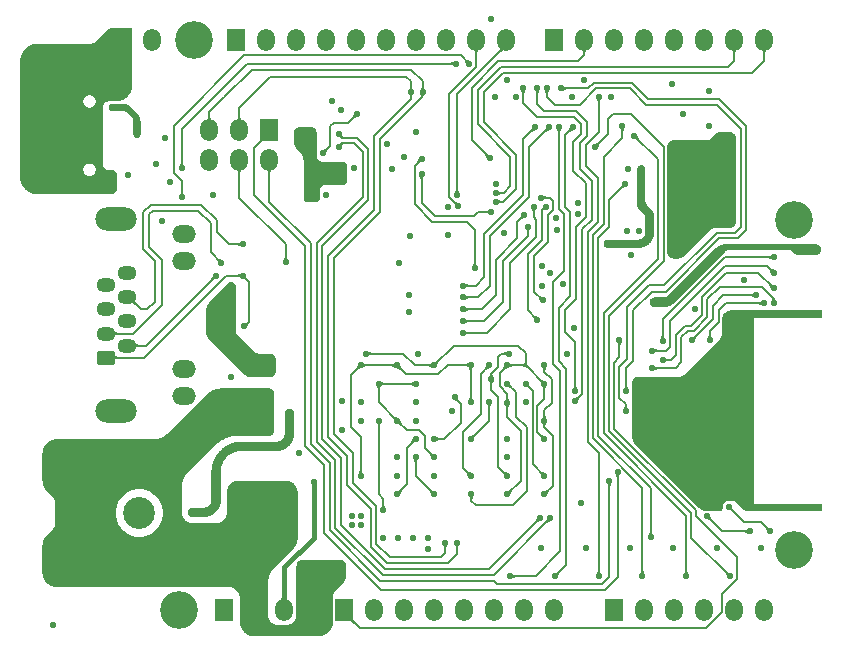
<source format=gbl>
G04*
G04 #@! TF.GenerationSoftware,Altium Limited,Altium Designer,23.7.1 (13)*
G04*
G04 Layer_Physical_Order=4*
G04 Layer_Color=16764057*
%FSLAX44Y44*%
%MOMM*%
G71*
G04*
G04 #@! TF.SameCoordinates,1C2F31F7-A32A-4C1B-961E-631C19F8B413*
G04*
G04*
G04 #@! TF.FilePolarity,Positive*
G04*
G01*
G75*
%ADD13C,0.2000*%
%ADD141C,0.4000*%
%ADD142R,1.5000X1.9000*%
%ADD143O,1.5000X1.9000*%
%ADD144O,3.5000X2.0000*%
%ADD145O,2.0000X1.5000*%
%ADD146O,1.6000X1.2500*%
G04:AMPARAMS|DCode=147|XSize=1.25mm|YSize=1.6mm|CornerRadius=0.3125mm|HoleSize=0mm|Usage=FLASHONLY|Rotation=90.000|XOffset=0mm|YOffset=0mm|HoleType=Round|Shape=RoundedRectangle|*
%AMROUNDEDRECTD147*
21,1,1.2500,0.9750,0,0,90.0*
21,1,0.6250,1.6000,0,0,90.0*
1,1,0.6250,0.4875,0.3125*
1,1,0.6250,0.4875,-0.3125*
1,1,0.6250,-0.4875,-0.3125*
1,1,0.6250,-0.4875,0.3125*
%
%ADD147ROUNDEDRECTD147*%
%ADD148O,2.0000X1.1000*%
%ADD149O,2.3000X1.1000*%
%ADD150O,2.0000X3.6000*%
%ADD151C,2.7000*%
%ADD152O,3.6000X2.0000*%
%ADD153C,3.2000*%
%ADD154C,0.5500*%
G36*
X584000Y1018500D02*
X600000Y1018500D01*
Y970000D01*
X600000Y970000D01*
X600000Y969750D01*
X599982Y969250D01*
X599946Y968752D01*
X599893Y968255D01*
X599822Y967760D01*
X599733Y967268D01*
X599627Y966780D01*
X599503Y966295D01*
X599362Y965816D01*
X599204Y965342D01*
X599030Y964873D01*
X598839Y964411D01*
X598631Y963957D01*
X598407Y963510D01*
X598168Y963071D01*
X597913Y962641D01*
X597642Y962221D01*
X597357Y961810D01*
X597058Y961410D01*
X596744Y961021D01*
X596417Y960643D01*
X596076Y960277D01*
X595723Y959924D01*
X595357Y959583D01*
X594979Y959256D01*
X594590Y958942D01*
X594190Y958643D01*
X593779Y958357D01*
X593359Y958087D01*
X592929Y957832D01*
X592490Y957593D01*
X592043Y957369D01*
X591588Y957161D01*
X591127Y956970D01*
X590658Y956795D01*
X590184Y956637D01*
X589704Y956497D01*
X589220Y956373D01*
X588732Y956267D01*
X588240Y956178D01*
X587745Y956107D01*
X587248Y956053D01*
X586749Y956018D01*
X586253Y956000D01*
X583000Y956000D01*
X582882Y956000D01*
X582875Y956000D01*
X580000D01*
X580000Y956000D01*
X579860Y955998D01*
X579580Y955982D01*
X579301Y955951D01*
X579025Y955904D01*
X578751Y955841D01*
X578482Y955764D01*
X578217Y955671D01*
X577958Y955564D01*
X577705Y955442D01*
X577460Y955306D01*
X577222Y955157D01*
X576993Y954995D01*
X576774Y954820D01*
X576565Y954633D01*
X576367Y954435D01*
X576180Y954226D01*
X576005Y954007D01*
X575843Y953778D01*
X575693Y953540D01*
X575558Y953295D01*
X575436Y953042D01*
X575329Y952783D01*
X575236Y952518D01*
X575159Y952249D01*
X575096Y951975D01*
X575049Y951699D01*
X575018Y951420D01*
X575002Y951140D01*
X575000Y951000D01*
Y903000D01*
X575000Y903000D01*
X575002Y902860D01*
X575018Y902580D01*
X575049Y902301D01*
X575096Y902025D01*
X575159Y901751D01*
X575236Y901482D01*
X575329Y901217D01*
X575436Y900958D01*
X575558Y900705D01*
X575694Y900460D01*
X575843Y900222D01*
X576005Y899993D01*
X576180Y899774D01*
X576367Y899565D01*
X576565Y899367D01*
X576774Y899180D01*
X576993Y899005D01*
X577222Y898843D01*
X577460Y898693D01*
X577705Y898558D01*
X577958Y898436D01*
X578217Y898329D01*
X578482Y898236D01*
X578751Y898158D01*
X579025Y898096D01*
X579301Y898049D01*
X579580Y898018D01*
X579860Y898002D01*
X580000Y898000D01*
X581999Y898000D01*
X581999Y897999D01*
X581999Y897999D01*
X582084Y897991D01*
X583173Y897873D01*
X583374Y897827D01*
X583670Y897742D01*
X583962Y897640D01*
X584247Y897522D01*
X584525Y897388D01*
X584795Y897239D01*
X585056Y897075D01*
X585308Y896896D01*
X585550Y896704D01*
X585780Y896498D01*
X585998Y896280D01*
X586204Y896050D01*
X586396Y895808D01*
X586575Y895557D01*
X586739Y895295D01*
X586888Y895025D01*
X587022Y894747D01*
X587140Y894462D01*
X587242Y894171D01*
X587328Y893874D01*
X587396Y893573D01*
X587448Y893269D01*
X587483Y892962D01*
X587500Y892654D01*
X587500Y892500D01*
X587500Y882846D01*
X587483Y882538D01*
X587448Y882231D01*
X587396Y881927D01*
X587328Y881626D01*
X587242Y881329D01*
X587140Y881038D01*
X587022Y880753D01*
X586888Y880475D01*
X586739Y880204D01*
X586575Y879943D01*
X586396Y879691D01*
X586204Y879450D01*
X585998Y879220D01*
X585780Y879002D01*
X585550Y878796D01*
X585308Y878604D01*
X585057Y878425D01*
X584795Y878261D01*
X584525Y878112D01*
X584247Y877978D01*
X583962Y877860D01*
X583671Y877758D01*
X583374Y877672D01*
X583073Y877604D01*
X582769Y877552D01*
X582462Y877517D01*
X582154Y877500D01*
X520000D01*
X519732Y877500D01*
X519197Y877519D01*
X518663Y877557D01*
X518130Y877615D01*
X517600Y877691D01*
X517073Y877786D01*
X516550Y877899D01*
X516031Y878032D01*
X515517Y878183D01*
X515009Y878352D01*
X514507Y878539D01*
X514012Y878744D01*
X513525Y878967D01*
X513046Y879206D01*
X512576Y879463D01*
X512115Y879736D01*
X511665Y880026D01*
X511225Y880331D01*
X510796Y880652D01*
X510379Y880988D01*
X509974Y881339D01*
X509582Y881704D01*
X509204Y882083D01*
X508839Y882475D01*
X508488Y882879D01*
X508152Y883296D01*
X507831Y883725D01*
X507526Y884165D01*
X507236Y884615D01*
X506963Y885076D01*
X506706Y885546D01*
X506466Y886025D01*
X506244Y886512D01*
X506039Y887007D01*
X505852Y887509D01*
X505683Y888017D01*
X505532Y888531D01*
X505400Y889050D01*
X505286Y889573D01*
X505191Y890100D01*
X505115Y890630D01*
X505057Y891163D01*
X505019Y891697D01*
X505000Y892232D01*
X505000Y892500D01*
Y990000D01*
X505000Y990268D01*
X505019Y990803D01*
X505057Y991337D01*
X505114Y991870D01*
X505190Y992400D01*
X505285Y992927D01*
X505399Y993450D01*
X505532Y993969D01*
X505682Y994483D01*
X505852Y994991D01*
X506039Y995493D01*
X506244Y995988D01*
X506466Y996475D01*
X506706Y996954D01*
X506962Y997424D01*
X507235Y997885D01*
X507525Y998335D01*
X507831Y998775D01*
X508152Y999204D01*
X508488Y999621D01*
X508838Y1000026D01*
X509203Y1000418D01*
X509582Y1000797D01*
X509974Y1001162D01*
X510379Y1001512D01*
X510796Y1001848D01*
X511225Y1002169D01*
X511664Y1002475D01*
X512115Y1002764D01*
X512576Y1003038D01*
X513046Y1003294D01*
X513525Y1003534D01*
X514012Y1003756D01*
X514507Y1003961D01*
X515009Y1004148D01*
X515517Y1004317D01*
X516031Y1004468D01*
X516550Y1004601D01*
X517073Y1004715D01*
X517600Y1004809D01*
X518130Y1004886D01*
X518663Y1004943D01*
X519197Y1004981D01*
X519732Y1005000D01*
X520000Y1005000D01*
X565000Y1005000D01*
X565000Y1005000D01*
X565002Y1005000D01*
X565148Y1005002D01*
X565438Y1005016D01*
X565444Y1005016D01*
X565737Y1005045D01*
X565739Y1005045D01*
X566031Y1005088D01*
X566032Y1005088D01*
X566322Y1005146D01*
X566610Y1005218D01*
X566893Y1005304D01*
X567172Y1005404D01*
X567446Y1005517D01*
X567714Y1005644D01*
X567975Y1005784D01*
X568229Y1005936D01*
X568475Y1006101D01*
X568713Y1006277D01*
X568942Y1006465D01*
X569162Y1006664D01*
X569268Y1006768D01*
X578879Y1016379D01*
X578879Y1016378D01*
X578879Y1016379D01*
X579786Y1017150D01*
X579828Y1017181D01*
X580124Y1017379D01*
X580429Y1017562D01*
X580742Y1017729D01*
X581064Y1017882D01*
X581392Y1018018D01*
X581727Y1018137D01*
X582067Y1018241D01*
X582412Y1018327D01*
X582761Y1018396D01*
X583113Y1018448D01*
X583467Y1018483D01*
X583822Y1018500D01*
X584000Y1018500D01*
D02*
G37*
G36*
X914622Y998814D02*
X914441Y998897D01*
X914244Y998938D01*
X914033Y998935D01*
X913807Y998890D01*
X913565Y998803D01*
X913310Y998672D01*
X913039Y998499D01*
X912754Y998283D01*
X912453Y998025D01*
X912138Y997724D01*
X910402Y998816D01*
X910693Y999122D01*
X910936Y999406D01*
X911129Y999670D01*
X911273Y999912D01*
X911367Y1000134D01*
X911412Y1000334D01*
X911408Y1000514D01*
X911355Y1000672D01*
X911253Y1000809D01*
X911101Y1000925D01*
X914622Y998814D01*
D02*
G37*
G36*
X1111403Y998808D02*
X1111234Y998741D01*
X1111086Y998629D01*
X1110957Y998472D01*
X1110848Y998271D01*
X1110759Y998025D01*
X1110689Y997734D01*
X1110640Y997398D01*
X1110610Y997018D01*
X1110600Y996593D01*
X1108600D01*
X1108590Y997018D01*
X1108560Y997398D01*
X1108511Y997734D01*
X1108441Y998025D01*
X1108352Y998271D01*
X1108243Y998472D01*
X1108114Y998629D01*
X1107966Y998741D01*
X1107797Y998808D01*
X1107609Y998830D01*
X1111591D01*
X1111403Y998808D01*
D02*
G37*
G36*
X984403D02*
X984234Y998741D01*
X984086Y998629D01*
X983957Y998472D01*
X983848Y998271D01*
X983758Y998025D01*
X983689Y997734D01*
X983640Y997398D01*
X983610Y997018D01*
X983600Y996593D01*
X981600D01*
X981590Y997018D01*
X981560Y997398D01*
X981511Y997734D01*
X981441Y998025D01*
X981352Y998271D01*
X981243Y998472D01*
X981114Y998629D01*
X980966Y998741D01*
X980797Y998808D01*
X980609Y998830D01*
X984591D01*
X984403Y998808D01*
D02*
G37*
G36*
X1136803Y998808D02*
X1136634Y998741D01*
X1136486Y998629D01*
X1136357Y998472D01*
X1136248Y998271D01*
X1136159Y998025D01*
X1136089Y997734D01*
X1136040Y997398D01*
X1136010Y997018D01*
X1136000Y996593D01*
X1134000D01*
X1133990Y997018D01*
X1133960Y997398D01*
X1133911Y997734D01*
X1133841Y998025D01*
X1133752Y998271D01*
X1133643Y998472D01*
X1133514Y998629D01*
X1133366Y998741D01*
X1133197Y998808D01*
X1133009Y998830D01*
X1136991D01*
X1136803Y998808D01*
D02*
G37*
G36*
X892963D02*
X892794Y998741D01*
X892646Y998629D01*
X892517Y998472D01*
X892408Y998271D01*
X892319Y998025D01*
X892249Y997734D01*
X892200Y997398D01*
X892170Y997018D01*
X892160Y996593D01*
X890160D01*
X890150Y997018D01*
X890120Y997398D01*
X890071Y997734D01*
X890001Y998025D01*
X889912Y998271D01*
X889803Y998472D01*
X889674Y998629D01*
X889526Y998741D01*
X889357Y998808D01*
X889169Y998830D01*
X893151D01*
X892963Y998808D01*
D02*
G37*
G36*
X882922Y991505D02*
X883122Y991344D01*
X883329Y991203D01*
X883543Y991080D01*
X883764Y990977D01*
X883992Y990893D01*
X884227Y990829D01*
X884468Y990783D01*
X884717Y990757D01*
X884973Y990750D01*
X882250Y988027D01*
X882243Y988283D01*
X882217Y988532D01*
X882171Y988773D01*
X882107Y989008D01*
X882023Y989236D01*
X881920Y989457D01*
X881797Y989671D01*
X881656Y989878D01*
X881495Y990078D01*
X881315Y990271D01*
X882729Y991685D01*
X882922Y991505D01*
D02*
G37*
G36*
X872036Y986075D02*
X871850Y986251D01*
X871656Y986408D01*
X871453Y986547D01*
X871241Y986667D01*
X871021Y986769D01*
X870792Y986852D01*
X870554Y986917D01*
X870307Y986963D01*
X870052Y986991D01*
X869788Y987000D01*
Y989000D01*
X870052Y989009D01*
X870307Y989037D01*
X870554Y989083D01*
X870792Y989148D01*
X871021Y989231D01*
X871241Y989333D01*
X871453Y989453D01*
X871656Y989592D01*
X871850Y989749D01*
X872036Y989925D01*
Y986075D01*
D02*
G37*
G36*
X847009Y967948D02*
X847037Y967693D01*
X847083Y967446D01*
X847148Y967208D01*
X847231Y966979D01*
X847333Y966759D01*
X847453Y966547D01*
X847592Y966344D01*
X847749Y966150D01*
X847925Y965964D01*
X844075D01*
X844251Y966150D01*
X844408Y966344D01*
X844547Y966547D01*
X844667Y966759D01*
X844769Y966979D01*
X844852Y967208D01*
X844917Y967446D01*
X844963Y967693D01*
X844991Y967948D01*
X845000Y968212D01*
X847000D01*
X847009Y967948D01*
D02*
G37*
G36*
X837009D02*
X837037Y967693D01*
X837083Y967446D01*
X837148Y967208D01*
X837231Y966979D01*
X837333Y966759D01*
X837453Y966547D01*
X837592Y966344D01*
X837749Y966150D01*
X837925Y965964D01*
X834075D01*
X834251Y966150D01*
X834408Y966344D01*
X834547Y966547D01*
X834667Y966759D01*
X834769Y966979D01*
X834852Y967208D01*
X834917Y967446D01*
X834963Y967693D01*
X834991Y967948D01*
X835000Y968212D01*
X837000D01*
X837009Y967948D01*
D02*
G37*
G36*
X965150Y968749D02*
X965344Y968592D01*
X965547Y968453D01*
X965759Y968333D01*
X965979Y968231D01*
X966208Y968148D01*
X966446Y968083D01*
X966693Y968037D01*
X966948Y968009D01*
X967212Y968000D01*
Y966000D01*
X966948Y965991D01*
X966693Y965963D01*
X966446Y965917D01*
X966208Y965852D01*
X965979Y965769D01*
X965759Y965667D01*
X965547Y965547D01*
X965344Y965408D01*
X965150Y965251D01*
X964964Y965075D01*
Y968925D01*
X965150Y968749D01*
D02*
G37*
G36*
X952749Y964850D02*
X952592Y964656D01*
X952453Y964453D01*
X952333Y964241D01*
X952231Y964021D01*
X952148Y963792D01*
X952083Y963554D01*
X952037Y963307D01*
X952009Y963052D01*
X952000Y962788D01*
X950000D01*
X949991Y963052D01*
X949963Y963307D01*
X949917Y963554D01*
X949852Y963792D01*
X949769Y964021D01*
X949667Y964241D01*
X949547Y964453D01*
X949408Y964656D01*
X949251Y964850D01*
X949075Y965036D01*
X952925D01*
X952749Y964850D01*
D02*
G37*
G36*
X932749Y964850D02*
X932592Y964656D01*
X932453Y964453D01*
X932333Y964241D01*
X932231Y964021D01*
X932148Y963792D01*
X932083Y963554D01*
X932037Y963307D01*
X932009Y963052D01*
X932000Y962788D01*
X930000D01*
X929991Y963052D01*
X929963Y963307D01*
X929917Y963554D01*
X929852Y963792D01*
X929769Y964021D01*
X929667Y964241D01*
X929547Y964453D01*
X929408Y964656D01*
X929251Y964850D01*
X929075Y965036D01*
X932925D01*
X932749Y964850D01*
D02*
G37*
G36*
X944749Y964850D02*
X944592Y964656D01*
X944453Y964453D01*
X944333Y964241D01*
X944231Y964021D01*
X944148Y963792D01*
X944083Y963554D01*
X944037Y963307D01*
X944009Y963052D01*
X944000Y962788D01*
X942000D01*
X941991Y963052D01*
X941963Y963307D01*
X941917Y963554D01*
X941852Y963792D01*
X941769Y964021D01*
X941667Y964241D01*
X941547Y964453D01*
X941408Y964656D01*
X941251Y964850D01*
X941075Y965036D01*
X944925D01*
X944749Y964850D01*
D02*
G37*
G36*
X837749Y961851D02*
X837592Y961656D01*
X837453Y961453D01*
X837333Y961241D01*
X837231Y961021D01*
X837148Y960792D01*
X837083Y960554D01*
X837037Y960307D01*
X837009Y960052D01*
X837000Y959788D01*
X835000D01*
X834991Y960052D01*
X834963Y960307D01*
X834917Y960554D01*
X834852Y960792D01*
X834769Y961021D01*
X834667Y961241D01*
X834547Y961453D01*
X834408Y961656D01*
X834251Y961851D01*
X834075Y962036D01*
X837925D01*
X837749Y961851D01*
D02*
G37*
G36*
X847480Y961682D02*
X847281Y961542D01*
X847103Y961387D01*
X846946Y961217D01*
X846811Y961034D01*
X846695Y960836D01*
X846601Y960625D01*
X846528Y960398D01*
X846476Y960158D01*
X846445Y959903D01*
X846434Y959634D01*
X844434Y960089D01*
X844427Y960348D01*
X844405Y960602D01*
X844369Y960851D01*
X844319Y961096D01*
X844254Y961337D01*
X844174Y961573D01*
X844080Y961805D01*
X843972Y962032D01*
X843849Y962255D01*
X843712Y962474D01*
X847480Y961682D01*
D02*
G37*
G36*
X996749Y957850D02*
X996592Y957656D01*
X996453Y957453D01*
X996333Y957241D01*
X996231Y957021D01*
X996148Y956792D01*
X996083Y956554D01*
X996037Y956307D01*
X996009Y956052D01*
X996000Y955788D01*
X994000D01*
X993991Y956052D01*
X993963Y956307D01*
X993917Y956554D01*
X993852Y956792D01*
X993769Y957021D01*
X993667Y957241D01*
X993547Y957453D01*
X993408Y957656D01*
X993251Y957850D01*
X993075Y958036D01*
X996925D01*
X996749Y957850D01*
D02*
G37*
G36*
X592000Y954000D02*
Y954000D01*
X592003Y954000D01*
X593181Y953928D01*
X593323Y953911D01*
X593698Y953851D01*
X594070Y953777D01*
X594439Y953689D01*
X594804Y953586D01*
X595164Y953469D01*
X595520Y953337D01*
X595871Y953192D01*
X596215Y953034D01*
X596553Y952861D01*
X596884Y952676D01*
X597207Y952478D01*
X597523Y952267D01*
X597830Y952044D01*
X598127Y951809D01*
X598416Y951563D01*
X598694Y951306D01*
X604171Y945828D01*
X604171Y945828D01*
X604171Y945828D01*
X604174Y945826D01*
X604974Y944918D01*
X605044Y944829D01*
X605267Y944523D01*
X605478Y944207D01*
X605676Y943884D01*
X605861Y943553D01*
X606034Y943215D01*
X606192Y942871D01*
X606337Y942520D01*
X606469Y942165D01*
X606586Y941804D01*
X606689Y941439D01*
X606777Y941070D01*
X606851Y940698D01*
X606911Y940323D01*
X606955Y939947D01*
X606985Y939569D01*
X607000Y939190D01*
X607000Y939000D01*
X607000Y928000D01*
X607000Y928000D01*
Y927882D01*
X606982Y927647D01*
X606945Y927414D01*
X606890Y927185D01*
X606817Y926961D01*
X606726Y926743D01*
X606619Y926533D01*
X606496Y926332D01*
X606358Y926141D01*
X606205Y925962D01*
X606038Y925795D01*
X605859Y925642D01*
X605668Y925504D01*
X605467Y925380D01*
X605257Y925273D01*
X605039Y925183D01*
X604815Y925110D01*
X604586Y925055D01*
X604353Y925018D01*
X604118Y925000D01*
X604000Y925000D01*
X603882D01*
X603647Y925018D01*
X603414Y925055D01*
X603185Y925110D01*
X602961Y925183D01*
X602743Y925274D01*
X602533Y925380D01*
X602332Y925504D01*
X602141Y925642D01*
X601962Y925795D01*
X601795Y925962D01*
X601642Y926141D01*
X601504Y926332D01*
X601381Y926533D01*
X601273Y926743D01*
X601183Y926961D01*
X601110Y927185D01*
X601055Y927414D01*
X601018Y927647D01*
X601000Y927882D01*
Y939000D01*
X601000Y939000D01*
X601000Y939000D01*
X601000Y939008D01*
X600998Y939118D01*
X600987Y939353D01*
X600987Y939355D01*
X600964Y939590D01*
X600964Y939591D01*
X600929Y939825D01*
X600929Y939825D01*
X600883Y940058D01*
X600883Y940058D01*
X600854Y940170D01*
X600825Y940288D01*
X600756Y940515D01*
X600676Y940738D01*
X600586Y940957D01*
X600484Y941171D01*
X600373Y941380D01*
X600251Y941583D01*
X600119Y941780D01*
X599978Y941971D01*
X599828Y942154D01*
X599669Y942329D01*
X599586Y942414D01*
X595414Y946586D01*
X595414Y946586D01*
X595412Y946588D01*
X595410Y946589D01*
X595329Y946668D01*
X595155Y946826D01*
X595154Y946828D01*
X594971Y946977D01*
X594971Y946978D01*
X594781Y947119D01*
X594780Y947119D01*
X594583Y947251D01*
X594583Y947251D01*
X594380Y947373D01*
X594171Y947484D01*
X593957Y947586D01*
X593738Y947676D01*
X593515Y947756D01*
X593288Y947825D01*
X593058Y947883D01*
X592825Y947929D01*
X592591Y947964D01*
X592355Y947987D01*
X592118Y947999D01*
X592000Y948000D01*
X583000Y948000D01*
X582882Y948000D01*
X582647Y948018D01*
X582414Y948055D01*
X582185Y948110D01*
X581961Y948183D01*
X581743Y948273D01*
X581533Y948381D01*
X581332Y948504D01*
X581141Y948642D01*
X580962Y948795D01*
X580795Y948962D01*
X580642Y949141D01*
X580504Y949332D01*
X580381Y949533D01*
X580274Y949743D01*
X580238Y949828D01*
X580000Y951000D01*
X580238Y952171D01*
X580273Y952257D01*
X580380Y952467D01*
X580504Y952668D01*
X580642Y952859D01*
X580795Y953038D01*
X580962Y953205D01*
X581141Y953358D01*
X581332Y953496D01*
X581533Y953620D01*
X581743Y953727D01*
X581961Y953817D01*
X582185Y953890D01*
X582414Y953945D01*
X582647Y953981D01*
X582882Y954000D01*
X583000Y954000D01*
X592000Y954000D01*
X592000Y954000D01*
D02*
G37*
G36*
X790123Y942600D02*
X789867Y942593D01*
X789618Y942567D01*
X789377Y942521D01*
X789142Y942457D01*
X788914Y942373D01*
X788693Y942270D01*
X788479Y942147D01*
X788272Y942006D01*
X788072Y941845D01*
X787879Y941665D01*
X786465Y943079D01*
X786645Y943272D01*
X786806Y943472D01*
X786947Y943679D01*
X787070Y943893D01*
X787173Y944114D01*
X787257Y944342D01*
X787321Y944577D01*
X787367Y944818D01*
X787393Y945067D01*
X787400Y945322D01*
X790123Y942600D01*
D02*
G37*
G36*
X691510Y942782D02*
X691540Y942402D01*
X691589Y942066D01*
X691659Y941775D01*
X691748Y941529D01*
X691857Y941328D01*
X691986Y941171D01*
X692134Y941059D01*
X692303Y940992D01*
X692491Y940970D01*
X688509D01*
X688697Y940992D01*
X688866Y941059D01*
X689014Y941171D01*
X689143Y941328D01*
X689252Y941529D01*
X689341Y941775D01*
X689411Y942066D01*
X689460Y942402D01*
X689490Y942782D01*
X689500Y943207D01*
X691500D01*
X691510Y942782D01*
D02*
G37*
G36*
X666110D02*
X666140Y942402D01*
X666189Y942066D01*
X666258Y941775D01*
X666348Y941529D01*
X666457Y941328D01*
X666586Y941171D01*
X666734Y941059D01*
X666903Y940992D01*
X667091Y940970D01*
X663109D01*
X663297Y940992D01*
X663466Y941059D01*
X663614Y941171D01*
X663743Y941328D01*
X663852Y941529D01*
X663941Y941775D01*
X664011Y942066D01*
X664060Y942402D01*
X664090Y942782D01*
X664100Y943207D01*
X666100D01*
X666110Y942782D01*
D02*
G37*
G36*
X752000Y934000D02*
X752131D01*
X752392Y933983D01*
X752652Y933949D01*
X752909Y933898D01*
X753162Y933830D01*
X753410Y933746D01*
X753652Y933645D01*
X753887Y933530D01*
X754113Y933399D01*
X754331Y933253D01*
X754539Y933094D01*
X754736Y932921D01*
X754921Y932736D01*
X755094Y932539D01*
X755253Y932331D01*
X755399Y932113D01*
X755530Y931887D01*
X755645Y931652D01*
X755746Y931410D01*
X755830Y931162D01*
X755898Y930909D01*
X755949Y930652D01*
X755983Y930392D01*
X756000Y930131D01*
X756000Y910000D01*
X756002Y909860D01*
X756018Y909580D01*
X756049Y909301D01*
X756096Y909025D01*
X756158Y908751D01*
X756236Y908482D01*
X756329Y908217D01*
X756436Y907958D01*
X756558Y907705D01*
X756693Y907460D01*
X756843Y907222D01*
X757005Y906993D01*
X757180Y906774D01*
X757367Y906565D01*
X757565Y906367D01*
X757774Y906180D01*
X757993Y906005D01*
X758222Y905843D01*
X758460Y905693D01*
X758705Y905558D01*
X758958Y905436D01*
X759217Y905329D01*
X759482Y905236D01*
X759751Y905158D01*
X760025Y905096D01*
X760301Y905049D01*
X760580Y905018D01*
X760860Y905002D01*
X761000Y905000D01*
X777999D01*
X778000Y904999D01*
X778000Y904999D01*
X778454Y904933D01*
X779165Y904828D01*
X779409Y904745D01*
X779651Y904645D01*
X779886Y904529D01*
X780113Y904398D01*
X780331Y904253D01*
X780539Y904094D01*
X780736Y903921D01*
X780921Y903736D01*
X781094Y903539D01*
X781253Y903331D01*
X781398Y903113D01*
X781529Y902887D01*
X781645Y902652D01*
X781746Y902410D01*
X781830Y902162D01*
X781898Y901909D01*
X781949Y901652D01*
X781983Y901392D01*
X782000Y901131D01*
X782000Y901000D01*
X782000Y889000D01*
X782000Y889000D01*
Y888869D01*
X781982Y888607D01*
X781948Y888348D01*
X781897Y888091D01*
X781829Y887838D01*
X781745Y887590D01*
X781645Y887348D01*
X781529Y887113D01*
X781398Y886886D01*
X781253Y886669D01*
X781093Y886461D01*
X780921Y886264D01*
X780735Y886079D01*
X780539Y885906D01*
X780331Y885747D01*
X780113Y885601D01*
X779886Y885470D01*
X779651Y885355D01*
X779410Y885254D01*
X779162Y885170D01*
X778909Y885102D01*
X778652Y885051D01*
X778392Y885017D01*
X778131Y885000D01*
X778000Y885000D01*
X763000D01*
X763000Y885000D01*
X762869Y884997D01*
X762608Y884980D01*
X762348Y884946D01*
X762092Y884895D01*
X761839Y884827D01*
X761591Y884743D01*
X761349Y884643D01*
X761114Y884527D01*
X760888Y884397D01*
X760670Y884251D01*
X760462Y884092D01*
X760266Y883919D01*
X760080Y883734D01*
X759908Y883537D01*
X759749Y883330D01*
X759603Y883112D01*
X759472Y882885D01*
X759357Y882651D01*
X759256Y882409D01*
X759172Y882161D01*
X759105Y881908D01*
X759053Y881652D01*
X759019Y881392D01*
X759002Y881131D01*
X759000Y881000D01*
Y874000D01*
X759000D01*
X759000Y873882D01*
X758981Y873647D01*
X758945Y873414D01*
X758890Y873185D01*
X758817Y872961D01*
X758727Y872743D01*
X758620Y872533D01*
X758496Y872332D01*
X758358Y872141D01*
X758205Y871962D01*
X758038Y871795D01*
X757859Y871642D01*
X757668Y871504D01*
X757467Y871380D01*
X757257Y871273D01*
X757039Y871183D01*
X756815Y871110D01*
X756586Y871055D01*
X756353Y871019D01*
X756118Y871000D01*
X748000D01*
X748000Y871000D01*
X747882Y871000D01*
X747647Y871019D01*
X747414Y871055D01*
X747185Y871110D01*
X746961Y871183D01*
X746743Y871273D01*
X746533Y871380D01*
X746332Y871504D01*
X746141Y871642D01*
X745962Y871795D01*
X745795Y871962D01*
X745642Y872141D01*
X745504Y872332D01*
X745380Y872533D01*
X745274Y872743D01*
X745183Y872961D01*
X745110Y873185D01*
X745055Y873414D01*
X745018Y873647D01*
X745000Y873882D01*
X745000Y906000D01*
X745000Y906000D01*
X745000Y906000D01*
X745000Y906009D01*
X744998Y906189D01*
X744983Y906566D01*
X744983Y906568D01*
X744953Y906946D01*
X744953Y906946D01*
X744909Y907323D01*
X744849Y907698D01*
X744775Y908070D01*
X744687Y908438D01*
X744584Y908803D01*
X744467Y909164D01*
X744336Y909520D01*
X744191Y909870D01*
X744032Y910214D01*
X743860Y910552D01*
X743674Y910883D01*
X743476Y911206D01*
X743266Y911522D01*
X743043Y911828D01*
X742808Y912126D01*
X742562Y912415D01*
X742304Y912693D01*
X742171Y912828D01*
X739828Y915172D01*
X739828Y915172D01*
X739694Y915306D01*
X739437Y915584D01*
X739191Y915873D01*
X738956Y916171D01*
X738733Y916477D01*
X738522Y916793D01*
X738324Y917116D01*
X738139Y917447D01*
X737966Y917785D01*
X737808Y918129D01*
X737663Y918480D01*
X737531Y918836D01*
X737414Y919196D01*
X737311Y919561D01*
X737223Y919930D01*
X737149Y920302D01*
X737089Y920677D01*
X737045Y921053D01*
X737015Y921431D01*
X737000Y921810D01*
Y930000D01*
X737000Y930131D01*
X737017Y930392D01*
X737051Y930652D01*
X737102Y930909D01*
X737170Y931162D01*
X737254Y931410D01*
X737355Y931652D01*
X737470Y931887D01*
X737601Y932113D01*
X737747Y932331D01*
X737906Y932539D01*
X738079Y932736D01*
X738264Y932921D01*
X738461Y933094D01*
X738669Y933253D01*
X738887Y933399D01*
X739113Y933530D01*
X739348Y933645D01*
X739590Y933746D01*
X739838Y933830D01*
X740091Y933898D01*
X740348Y933949D01*
X740608Y933983D01*
X740869Y934000D01*
X741000Y934000D01*
X752000Y934000D01*
Y934000D01*
D02*
G37*
G36*
X1016749Y932850D02*
X1016592Y932656D01*
X1016453Y932453D01*
X1016333Y932241D01*
X1016231Y932021D01*
X1016148Y931792D01*
X1016083Y931554D01*
X1016037Y931307D01*
X1016009Y931052D01*
X1016000Y930788D01*
X1014000D01*
X1013991Y931052D01*
X1013963Y931307D01*
X1013917Y931554D01*
X1013852Y931792D01*
X1013769Y932021D01*
X1013667Y932241D01*
X1013547Y932453D01*
X1013408Y932656D01*
X1013251Y932850D01*
X1013075Y933036D01*
X1016925D01*
X1016749Y932850D01*
D02*
G37*
G36*
X972972Y931250D02*
X972717Y931243D01*
X972468Y931217D01*
X972227Y931171D01*
X971992Y931107D01*
X971764Y931023D01*
X971543Y930920D01*
X971329Y930797D01*
X971122Y930656D01*
X970922Y930495D01*
X970729Y930315D01*
X969315Y931729D01*
X969495Y931922D01*
X969656Y932122D01*
X969797Y932329D01*
X969920Y932543D01*
X970023Y932764D01*
X970107Y932992D01*
X970171Y933227D01*
X970217Y933468D01*
X970243Y933717D01*
X970250Y933972D01*
X972972Y931250D01*
D02*
G37*
G36*
X952972D02*
X952717Y931243D01*
X952468Y931217D01*
X952227Y931171D01*
X951992Y931107D01*
X951764Y931023D01*
X951543Y930920D01*
X951329Y930797D01*
X951122Y930656D01*
X950922Y930495D01*
X950729Y930315D01*
X949315Y931729D01*
X949495Y931922D01*
X949656Y932122D01*
X949797Y932329D01*
X949920Y932543D01*
X950023Y932764D01*
X950107Y932992D01*
X950171Y933227D01*
X950217Y933468D01*
X950243Y933717D01*
X950250Y933972D01*
X952972Y931250D01*
D02*
G37*
G36*
X940973D02*
X940717Y931243D01*
X940468Y931217D01*
X940227Y931171D01*
X939992Y931107D01*
X939764Y931023D01*
X939543Y930920D01*
X939329Y930797D01*
X939122Y930656D01*
X938922Y930495D01*
X938729Y930315D01*
X937315Y931729D01*
X937495Y931922D01*
X937656Y932122D01*
X937797Y932329D01*
X937920Y932543D01*
X938023Y932764D01*
X938107Y932992D01*
X938171Y933227D01*
X938217Y933468D01*
X938243Y933717D01*
X938250Y933972D01*
X940973Y931250D01*
D02*
G37*
G36*
X1106000Y930000D02*
X1106000Y930000D01*
X1106003Y930000D01*
X1107167Y929862D01*
X1107249Y929843D01*
X1107519Y929766D01*
X1107784Y929673D01*
X1108043Y929566D01*
X1108296Y929444D01*
X1108541Y929308D01*
X1108779Y929159D01*
X1109008Y928997D01*
X1109227Y928822D01*
X1109436Y928635D01*
X1109635Y928436D01*
X1109822Y928227D01*
X1109997Y928008D01*
X1110159Y927779D01*
X1110308Y927541D01*
X1110444Y927296D01*
X1110566Y927043D01*
X1110673Y926784D01*
X1110766Y926519D01*
X1110843Y926249D01*
X1110906Y925976D01*
X1110953Y925699D01*
X1110984Y925420D01*
X1111000Y925140D01*
X1111000Y925000D01*
X1111000Y854000D01*
X1111000Y854000D01*
Y853860D01*
X1110984Y853579D01*
X1110953Y853301D01*
X1110906Y853024D01*
X1110843Y852751D01*
X1110766Y852481D01*
X1110673Y852216D01*
X1110566Y851957D01*
X1110444Y851704D01*
X1110308Y851459D01*
X1110159Y851221D01*
X1109997Y850992D01*
X1109822Y850773D01*
X1109635Y850564D01*
X1109436Y850365D01*
X1109227Y850178D01*
X1109008Y850003D01*
X1108779Y849841D01*
X1108541Y849692D01*
X1108296Y849556D01*
X1108043Y849434D01*
X1107784Y849327D01*
X1107519Y849234D01*
X1107249Y849157D01*
X1106976Y849094D01*
X1106699Y849047D01*
X1106420Y849016D01*
X1106140Y849000D01*
X1094000Y849000D01*
X1094000Y849000D01*
X1093822Y848998D01*
X1093467Y848980D01*
X1093113Y848945D01*
X1092762Y848893D01*
X1092413Y848824D01*
X1092068Y848737D01*
X1091728Y848634D01*
X1091393Y848515D01*
X1091065Y848379D01*
X1090743Y848227D01*
X1090430Y848059D01*
X1090125Y847876D01*
X1089830Y847679D01*
X1089544Y847467D01*
X1089269Y847242D01*
X1089006Y847003D01*
X1088879Y846879D01*
X1067000Y825000D01*
X1067000Y825000D01*
X1066881Y824881D01*
X1066633Y824656D01*
X1066374Y824444D01*
X1066105Y824244D01*
X1065826Y824058D01*
X1065538Y823885D01*
X1065242Y823727D01*
X1064939Y823584D01*
X1064630Y823456D01*
X1064314Y823343D01*
X1063993Y823245D01*
X1063668Y823164D01*
X1063339Y823099D01*
X1063008Y823049D01*
X1062674Y823016D01*
X1062339Y823000D01*
X1058000Y823000D01*
X1057860Y823000D01*
X1057579Y823016D01*
X1057301Y823047D01*
X1057024Y823094D01*
X1056750Y823157D01*
X1056481Y823234D01*
X1056216Y823327D01*
X1055957Y823434D01*
X1055704Y823556D01*
X1055459Y823692D01*
X1055221Y823841D01*
X1054992Y824003D01*
X1054773Y824178D01*
X1054564Y824365D01*
X1054365Y824564D01*
X1054178Y824773D01*
X1054003Y824992D01*
X1053841Y825221D01*
X1053692Y825459D01*
X1053556Y825704D01*
X1053434Y825957D01*
X1053327Y826216D01*
X1053234Y826481D01*
X1053157Y826751D01*
X1053094Y827024D01*
X1053047Y827301D01*
X1053016Y827579D01*
X1053001Y827843D01*
Y917000D01*
X1053000Y917037D01*
Y918140D01*
X1053016Y918420D01*
X1053047Y918699D01*
X1053094Y918976D01*
X1053157Y919249D01*
X1053234Y919519D01*
X1053327Y919784D01*
X1053434Y920043D01*
X1053556Y920296D01*
X1053692Y920541D01*
X1053841Y920779D01*
X1054003Y921008D01*
X1054178Y921227D01*
X1054365Y921436D01*
X1054564Y921635D01*
X1054773Y921822D01*
X1054992Y921997D01*
X1055221Y922159D01*
X1055459Y922308D01*
X1055704Y922444D01*
X1055957Y922566D01*
X1056216Y922673D01*
X1056481Y922766D01*
X1056751Y922843D01*
X1057024Y922906D01*
X1057301Y922953D01*
X1057580Y922984D01*
X1057860Y923000D01*
X1086000D01*
X1086118Y923001D01*
X1086355Y923013D01*
X1086591Y923036D01*
X1086825Y923071D01*
X1087058Y923117D01*
X1087288Y923175D01*
X1087515Y923243D01*
X1087738Y923323D01*
X1087957Y923414D01*
X1088171Y923515D01*
X1088380Y923627D01*
X1088583Y923749D01*
X1088780Y923881D01*
X1088971Y924022D01*
X1089154Y924172D01*
X1089329Y924331D01*
X1089414Y924414D01*
X1092879Y927879D01*
X1092879Y927879D01*
X1092879Y927879D01*
X1092879Y927879D01*
X1093783Y928647D01*
X1093828Y928681D01*
X1094124Y928878D01*
X1094429Y929061D01*
X1094743Y929229D01*
X1095064Y929381D01*
X1095393Y929517D01*
X1095727Y929637D01*
X1096068Y929740D01*
X1096413Y929826D01*
X1096761Y929896D01*
X1097113Y929948D01*
X1097467Y929983D01*
X1097822Y930000D01*
X1098000Y930000D01*
X1106000Y930000D01*
X1106000Y930000D01*
D02*
G37*
G36*
X962982Y932064D02*
X962842Y931852D01*
X962719Y931633D01*
X962612Y931409D01*
X962521Y931179D01*
X962447Y930942D01*
X962390Y930699D01*
X962349Y930451D01*
X962324Y930196D01*
X962316Y929935D01*
X960316Y929687D01*
X960306Y929953D01*
X960276Y930208D01*
X960226Y930452D01*
X960155Y930683D01*
X960065Y930903D01*
X959955Y931112D01*
X959825Y931308D01*
X959674Y931493D01*
X959504Y931666D01*
X959313Y931828D01*
X963138Y932270D01*
X962982Y932064D01*
D02*
G37*
G36*
X777729Y927535D02*
X777744Y927342D01*
X777782Y927146D01*
X777842Y926949D01*
X777926Y926750D01*
X778032Y926550D01*
X778161Y926347D01*
X778313Y926143D01*
X778488Y925937D01*
X778685Y925729D01*
X777271Y924315D01*
X777063Y924512D01*
X776857Y924687D01*
X776653Y924839D01*
X776450Y924968D01*
X776250Y925074D01*
X776051Y925158D01*
X775854Y925218D01*
X775658Y925256D01*
X775465Y925271D01*
X775274Y925264D01*
X777736Y927726D01*
X777729Y927535D01*
D02*
G37*
G36*
X1027757Y926717D02*
X1027783Y926468D01*
X1027829Y926227D01*
X1027893Y925992D01*
X1027977Y925764D01*
X1028080Y925543D01*
X1028203Y925329D01*
X1028344Y925122D01*
X1028505Y924922D01*
X1028685Y924729D01*
X1027271Y923315D01*
X1027078Y923495D01*
X1026878Y923656D01*
X1026671Y923797D01*
X1026457Y923920D01*
X1026236Y924023D01*
X1026008Y924107D01*
X1025773Y924171D01*
X1025532Y924217D01*
X1025283Y924243D01*
X1025027Y924250D01*
X1027750Y926973D01*
X1027757Y926717D01*
D02*
G37*
G36*
X711259Y922330D02*
X711103Y922444D01*
X710919Y922500D01*
X710707D01*
X710467Y922444D01*
X710198Y922330D01*
X709901Y922161D01*
X709576Y921935D01*
X709222Y921652D01*
X708430Y920916D01*
X707016Y922330D01*
X707412Y922741D01*
X708035Y923476D01*
X708261Y923801D01*
X708430Y924098D01*
X708544Y924367D01*
X708600Y924607D01*
Y924819D01*
X708544Y925003D01*
X708430Y925159D01*
X711259Y922330D01*
D02*
G37*
G36*
X778685Y919771D02*
X778488Y919563D01*
X778313Y919357D01*
X778161Y919153D01*
X778032Y918950D01*
X777926Y918750D01*
X777842Y918551D01*
X777782Y918354D01*
X777744Y918158D01*
X777729Y917965D01*
X777736Y917774D01*
X775274Y920236D01*
X775465Y920229D01*
X775658Y920244D01*
X775854Y920282D01*
X776051Y920342D01*
X776250Y920426D01*
X776450Y920532D01*
X776653Y920661D01*
X776857Y920813D01*
X777063Y920988D01*
X777271Y921185D01*
X778685Y919771D01*
D02*
G37*
G36*
X995685D02*
X995505Y919578D01*
X995344Y919378D01*
X995203Y919171D01*
X995080Y918957D01*
X994977Y918736D01*
X994893Y918508D01*
X994829Y918273D01*
X994783Y918032D01*
X994757Y917783D01*
X994750Y917527D01*
X992028Y920250D01*
X992283Y920257D01*
X992532Y920283D01*
X992773Y920329D01*
X993008Y920393D01*
X993236Y920477D01*
X993457Y920580D01*
X993671Y920703D01*
X993878Y920844D01*
X994078Y921005D01*
X994271Y921185D01*
X995685Y919771D01*
D02*
G37*
G36*
X765185Y914771D02*
X765005Y914578D01*
X764844Y914378D01*
X764703Y914171D01*
X764580Y913957D01*
X764477Y913736D01*
X764393Y913508D01*
X764329Y913273D01*
X764283Y913032D01*
X764257Y912783D01*
X764250Y912527D01*
X761527Y915250D01*
X761783Y915257D01*
X762032Y915283D01*
X762273Y915329D01*
X762508Y915393D01*
X762736Y915477D01*
X762957Y915580D01*
X763171Y915703D01*
X763378Y915844D01*
X763578Y916005D01*
X763771Y916185D01*
X765185Y914771D01*
D02*
G37*
G36*
X900422Y911505D02*
X900622Y911344D01*
X900829Y911203D01*
X901043Y911080D01*
X901264Y910977D01*
X901492Y910893D01*
X901727Y910829D01*
X901968Y910783D01*
X902217Y910757D01*
X902473Y910750D01*
X899750Y908027D01*
X899743Y908283D01*
X899717Y908532D01*
X899671Y908773D01*
X899607Y909008D01*
X899523Y909236D01*
X899420Y909457D01*
X899297Y909671D01*
X899156Y909878D01*
X898995Y910078D01*
X898815Y910271D01*
X900229Y911685D01*
X900422Y911505D01*
D02*
G37*
G36*
X844973Y904500D02*
X844717Y904493D01*
X844468Y904467D01*
X844227Y904421D01*
X843992Y904357D01*
X843764Y904273D01*
X843543Y904170D01*
X843329Y904047D01*
X843122Y903906D01*
X842922Y903745D01*
X842729Y903565D01*
X841315Y904979D01*
X841495Y905172D01*
X841656Y905372D01*
X841797Y905579D01*
X841920Y905793D01*
X842023Y906014D01*
X842107Y906242D01*
X842171Y906477D01*
X842217Y906718D01*
X842243Y906967D01*
X842250Y907223D01*
X844973Y904500D01*
D02*
G37*
G36*
X643009Y903948D02*
X643037Y903693D01*
X643083Y903446D01*
X643148Y903208D01*
X643231Y902979D01*
X643333Y902759D01*
X643453Y902547D01*
X643592Y902344D01*
X643749Y902150D01*
X643925Y901964D01*
X640075D01*
X640251Y902150D01*
X640408Y902344D01*
X640547Y902547D01*
X640667Y902759D01*
X640769Y902979D01*
X640852Y903208D01*
X640917Y903446D01*
X640963Y903693D01*
X640991Y903948D01*
X641000Y904212D01*
X643000D01*
X643009Y903948D01*
D02*
G37*
G36*
X717703Y897208D02*
X717534Y897141D01*
X717386Y897029D01*
X717257Y896872D01*
X717148Y896671D01*
X717059Y896425D01*
X716989Y896134D01*
X716940Y895798D01*
X716910Y895418D01*
X716900Y894993D01*
X714900D01*
X714890Y895418D01*
X714860Y895798D01*
X714811Y896134D01*
X714741Y896425D01*
X714652Y896671D01*
X714543Y896872D01*
X714414Y897029D01*
X714266Y897141D01*
X714097Y897208D01*
X713909Y897230D01*
X717891D01*
X717703Y897208D01*
D02*
G37*
G36*
X692303D02*
X692134Y897141D01*
X691986Y897029D01*
X691857Y896872D01*
X691748Y896671D01*
X691659Y896425D01*
X691589Y896134D01*
X691540Y895798D01*
X691510Y895418D01*
X691500Y894993D01*
X689500D01*
X689490Y895418D01*
X689460Y895798D01*
X689411Y896134D01*
X689341Y896425D01*
X689252Y896671D01*
X689143Y896872D01*
X689014Y897029D01*
X688866Y897141D01*
X688697Y897208D01*
X688509Y897230D01*
X692491D01*
X692303Y897208D01*
D02*
G37*
G36*
X846749Y892400D02*
X846592Y892206D01*
X846453Y892003D01*
X846333Y891791D01*
X846231Y891571D01*
X846148Y891342D01*
X846083Y891104D01*
X846037Y890857D01*
X846009Y890602D01*
X846000Y890338D01*
X844000D01*
X843991Y890602D01*
X843963Y890857D01*
X843917Y891104D01*
X843852Y891342D01*
X843769Y891571D01*
X843667Y891791D01*
X843547Y892003D01*
X843408Y892206D01*
X843251Y892400D01*
X843075Y892586D01*
X846925D01*
X846749Y892400D01*
D02*
G37*
G36*
X1017473Y883250D02*
X1017217Y883243D01*
X1016968Y883217D01*
X1016727Y883171D01*
X1016492Y883107D01*
X1016264Y883023D01*
X1016043Y882920D01*
X1015829Y882797D01*
X1015622Y882656D01*
X1015422Y882495D01*
X1015229Y882315D01*
X1013815Y883729D01*
X1013995Y883922D01*
X1014156Y884122D01*
X1014297Y884329D01*
X1014420Y884543D01*
X1014523Y884764D01*
X1014607Y884992D01*
X1014671Y885227D01*
X1014717Y885468D01*
X1014743Y885717D01*
X1014750Y885973D01*
X1017473Y883250D01*
D02*
G37*
G36*
X876009Y880948D02*
X876037Y880693D01*
X876083Y880446D01*
X876148Y880208D01*
X876231Y879979D01*
X876333Y879759D01*
X876453Y879547D01*
X876592Y879344D01*
X876749Y879150D01*
X876925Y878964D01*
X873075D01*
X873251Y879150D01*
X873408Y879344D01*
X873547Y879547D01*
X873667Y879759D01*
X873769Y879979D01*
X873852Y880208D01*
X873917Y880446D01*
X873963Y880693D01*
X873991Y880948D01*
X874000Y881212D01*
X876000D01*
X876009Y880948D01*
D02*
G37*
G36*
X643009Y878948D02*
X643037Y878693D01*
X643083Y878446D01*
X643148Y878208D01*
X643231Y877979D01*
X643333Y877759D01*
X643453Y877547D01*
X643592Y877344D01*
X643749Y877150D01*
X643925Y876964D01*
X640075D01*
X640251Y877150D01*
X640408Y877344D01*
X640547Y877547D01*
X640667Y877759D01*
X640769Y877979D01*
X640852Y878208D01*
X640917Y878446D01*
X640963Y878693D01*
X640991Y878948D01*
X641000Y879212D01*
X643000D01*
X643009Y878948D01*
D02*
G37*
G36*
X910150Y880249D02*
X910344Y880092D01*
X910547Y879953D01*
X910759Y879833D01*
X910979Y879731D01*
X911208Y879648D01*
X911446Y879583D01*
X911693Y879537D01*
X911948Y879509D01*
X912212Y879500D01*
Y877500D01*
X911948Y877491D01*
X911693Y877463D01*
X911446Y877417D01*
X911208Y877352D01*
X910979Y877269D01*
X910759Y877167D01*
X910547Y877047D01*
X910344Y876908D01*
X910150Y876751D01*
X909964Y876575D01*
Y880425D01*
X910150Y880249D01*
D02*
G37*
G36*
X948584Y876183D02*
X948778Y876026D01*
X948981Y875887D01*
X949193Y875767D01*
X949413Y875665D01*
X949642Y875582D01*
X949880Y875517D01*
X950127Y875471D01*
X950382Y875443D01*
X950646Y875434D01*
Y873434D01*
X950382Y873425D01*
X950127Y873397D01*
X949880Y873351D01*
X949642Y873286D01*
X949413Y873203D01*
X949193Y873101D01*
X948981Y872981D01*
X948778Y872842D01*
X948584Y872685D01*
X948398Y872509D01*
Y876359D01*
X948584Y876183D01*
D02*
G37*
G36*
X910150Y872749D02*
X910344Y872592D01*
X910547Y872453D01*
X910759Y872333D01*
X910979Y872231D01*
X911208Y872148D01*
X911446Y872083D01*
X911693Y872037D01*
X911948Y872009D01*
X912212Y872000D01*
Y870000D01*
X911948Y869991D01*
X911693Y869963D01*
X911446Y869917D01*
X911208Y869852D01*
X910979Y869769D01*
X910759Y869667D01*
X910547Y869547D01*
X910344Y869408D01*
X910150Y869251D01*
X909964Y869075D01*
Y872925D01*
X910150Y872749D01*
D02*
G37*
G36*
X873922Y871005D02*
X874122Y870844D01*
X874329Y870703D01*
X874543Y870580D01*
X874764Y870477D01*
X874992Y870393D01*
X875227Y870329D01*
X875468Y870283D01*
X875717Y870257D01*
X875973Y870250D01*
X873250Y867527D01*
X873243Y867783D01*
X873217Y868032D01*
X873171Y868273D01*
X873107Y868508D01*
X873023Y868736D01*
X872920Y868957D01*
X872797Y869171D01*
X872656Y869378D01*
X872495Y869578D01*
X872315Y869771D01*
X873729Y871185D01*
X873922Y871005D01*
D02*
G37*
G36*
X949726Y864264D02*
X949535Y864271D01*
X949342Y864256D01*
X949146Y864218D01*
X948949Y864158D01*
X948750Y864074D01*
X948550Y863968D01*
X948347Y863839D01*
X948143Y863687D01*
X947937Y863512D01*
X947729Y863315D01*
X946315Y864729D01*
X946512Y864937D01*
X946687Y865143D01*
X946839Y865347D01*
X946968Y865550D01*
X947074Y865750D01*
X947158Y865949D01*
X947218Y866146D01*
X947256Y866341D01*
X947271Y866535D01*
X947264Y866726D01*
X949726Y864264D01*
D02*
G37*
G36*
X941749Y864850D02*
X941592Y864656D01*
X941453Y864453D01*
X941333Y864241D01*
X941231Y864021D01*
X941148Y863792D01*
X941083Y863554D01*
X941037Y863307D01*
X941009Y863052D01*
X941000Y862788D01*
X939000D01*
X938991Y863052D01*
X938963Y863307D01*
X938917Y863554D01*
X938852Y863792D01*
X938769Y864021D01*
X938667Y864241D01*
X938547Y864453D01*
X938408Y864656D01*
X938251Y864850D01*
X938075Y865036D01*
X941925D01*
X941749Y864850D01*
D02*
G37*
G36*
X902036Y860575D02*
X901850Y860751D01*
X901656Y860908D01*
X901453Y861047D01*
X901241Y861167D01*
X901021Y861269D01*
X900792Y861352D01*
X900554Y861417D01*
X900307Y861463D01*
X900052Y861491D01*
X899788Y861500D01*
Y863500D01*
X900052Y863509D01*
X900307Y863537D01*
X900554Y863583D01*
X900792Y863648D01*
X901021Y863731D01*
X901241Y863833D01*
X901453Y863953D01*
X901656Y864092D01*
X901850Y864249D01*
X902036Y864425D01*
Y860575D01*
D02*
G37*
G36*
X931973Y857250D02*
X931717Y857243D01*
X931468Y857217D01*
X931227Y857171D01*
X930992Y857107D01*
X930764Y857023D01*
X930543Y856920D01*
X930329Y856797D01*
X930122Y856656D01*
X929922Y856495D01*
X929729Y856315D01*
X928315Y857729D01*
X928495Y857922D01*
X928656Y858122D01*
X928797Y858329D01*
X928920Y858543D01*
X929023Y858764D01*
X929107Y858992D01*
X929171Y859227D01*
X929217Y859468D01*
X929243Y859717D01*
X929250Y859973D01*
X931973Y857250D01*
D02*
G37*
G36*
X936749Y847850D02*
X936592Y847656D01*
X936453Y847453D01*
X936333Y847241D01*
X936231Y847021D01*
X936148Y846792D01*
X936083Y846554D01*
X936037Y846307D01*
X936009Y846052D01*
X936000Y845788D01*
X934000D01*
X933991Y846052D01*
X933963Y846307D01*
X933917Y846554D01*
X933852Y846792D01*
X933769Y847021D01*
X933667Y847241D01*
X933547Y847453D01*
X933408Y847656D01*
X933251Y847850D01*
X933075Y848036D01*
X936925D01*
X936749Y847850D01*
D02*
G37*
G36*
X1031343Y901985D02*
X1031570Y901955D01*
X1031795Y901910D01*
X1032017Y901851D01*
X1032234Y901777D01*
X1032445Y901690D01*
X1032651Y901588D01*
X1032849Y901474D01*
X1033040Y901346D01*
X1033222Y901207D01*
X1033394Y901056D01*
X1033556Y900894D01*
X1033707Y900721D01*
X1033846Y900540D01*
X1033974Y900349D01*
X1034088Y900151D01*
X1034190Y899945D01*
X1034277Y899733D01*
X1034303Y899658D01*
X1034498Y898514D01*
X1034500Y898500D01*
X1034500Y898500D01*
X1034500Y898500D01*
X1034500Y872000D01*
X1034502Y871852D01*
X1034516Y871556D01*
X1034545Y871261D01*
X1034589Y870968D01*
X1034647Y870678D01*
X1034719Y870390D01*
X1034805Y870107D01*
X1034904Y869828D01*
X1035018Y869554D01*
X1035144Y869286D01*
X1035284Y869025D01*
X1035436Y868771D01*
X1035601Y868525D01*
X1035777Y868287D01*
X1035965Y868058D01*
X1036164Y867838D01*
X1036268Y867732D01*
X1036268Y867732D01*
X1039879Y864121D01*
X1040004Y863996D01*
X1040243Y863732D01*
X1040469Y863457D01*
X1040681Y863172D01*
X1040878Y862876D01*
X1041061Y862571D01*
X1041229Y862257D01*
X1041381Y861936D01*
X1041517Y861607D01*
X1041637Y861273D01*
X1041740Y860932D01*
X1041826Y860587D01*
X1041895Y860238D01*
X1041948Y859887D01*
X1041982Y859533D01*
X1041999Y859192D01*
Y845234D01*
X1041983Y844777D01*
X1041948Y844296D01*
X1041897Y843817D01*
X1041828Y843340D01*
X1041743Y842866D01*
X1041640Y842395D01*
X1041521Y841928D01*
X1041385Y841465D01*
X1041233Y841008D01*
X1041065Y840556D01*
X1040880Y840111D01*
X1040680Y839673D01*
X1040464Y839242D01*
X1040233Y838819D01*
X1039987Y838404D01*
X1039727Y837999D01*
X1039452Y837603D01*
X1039163Y837217D01*
X1038860Y836842D01*
X1038545Y836477D01*
X1038216Y836124D01*
X1037876Y835784D01*
X1037523Y835455D01*
X1037159Y835140D01*
X1036783Y834837D01*
X1036397Y834548D01*
X1036001Y834273D01*
X1035596Y834013D01*
X1035181Y833767D01*
X1034758Y833536D01*
X1034327Y833320D01*
X1033889Y833120D01*
X1033444Y832935D01*
X1032992Y832767D01*
X1032535Y832615D01*
X1032072Y832479D01*
X1031605Y832360D01*
X1031134Y832257D01*
X1030660Y832172D01*
X1030183Y832103D01*
X1029703Y832052D01*
X1029680Y832050D01*
X1028500Y832000D01*
X1028500Y832000D01*
X1028500Y832000D01*
X1002385D01*
X1002157Y832015D01*
X1001929Y832045D01*
X1001705Y832090D01*
X1001483Y832149D01*
X1001266Y832223D01*
X1001055Y832310D01*
X1000849Y832412D01*
X1000651Y832526D01*
X1000460Y832654D01*
X1000278Y832793D01*
X1000106Y832944D01*
X999944Y833106D01*
X999793Y833278D01*
X999653Y833460D01*
X999526Y833651D01*
X999412Y833849D01*
X999310Y834055D01*
X999223Y834266D01*
X999149Y834483D01*
X999090Y834705D01*
X999045Y834930D01*
X999015Y835157D01*
X999000Y835385D01*
X999000Y835500D01*
X999000Y835614D01*
X999015Y835843D01*
X999045Y836070D01*
X999090Y836295D01*
X999149Y836516D01*
X999223Y836733D01*
X999310Y836945D01*
X999412Y837151D01*
X999526Y837349D01*
X999653Y837540D01*
X999793Y837721D01*
X999944Y837894D01*
X1000106Y838056D01*
X1000278Y838207D01*
X1000460Y838346D01*
X1000651Y838474D01*
X1000849Y838588D01*
X1001055Y838690D01*
X1001266Y838777D01*
X1001483Y838851D01*
X1001705Y838910D01*
X1001929Y838955D01*
X1002157Y838985D01*
X1002385Y839000D01*
X1002500Y839000D01*
X1002500Y839000D01*
X1028000D01*
X1028159Y839002D01*
X1028478Y839018D01*
X1028796Y839049D01*
X1029111Y839096D01*
X1029424Y839158D01*
X1029734Y839235D01*
X1030039Y839328D01*
X1030339Y839436D01*
X1030634Y839558D01*
X1030922Y839694D01*
X1031204Y839844D01*
X1031477Y840008D01*
X1031743Y840186D01*
X1031999Y840376D01*
X1032246Y840578D01*
X1032482Y840792D01*
X1032708Y841018D01*
X1032922Y841254D01*
X1033124Y841501D01*
X1033314Y841757D01*
X1033492Y842022D01*
X1033655Y842296D01*
X1033806Y842578D01*
X1033942Y842866D01*
X1034064Y843161D01*
X1034172Y843461D01*
X1034265Y843766D01*
X1034342Y844076D01*
X1034404Y844389D01*
X1034451Y844704D01*
X1034482Y845022D01*
X1034498Y845340D01*
X1034500Y845500D01*
X1034500Y845500D01*
X1034500Y856500D01*
X1034498Y856648D01*
X1034484Y856944D01*
X1034454Y857239D01*
X1034411Y857532D01*
X1034353Y857822D01*
X1034281Y858110D01*
X1034195Y858393D01*
X1034096Y858672D01*
X1033982Y858946D01*
X1033856Y859214D01*
X1033716Y859475D01*
X1033564Y859729D01*
X1033399Y859975D01*
X1033222Y860213D01*
X1033035Y860442D01*
X1032835Y860662D01*
X1032732Y860768D01*
X1032732Y860768D01*
X1029621Y863879D01*
X1029496Y864004D01*
X1029257Y864268D01*
X1029031Y864543D01*
X1028819Y864828D01*
X1028622Y865124D01*
X1028439Y865429D01*
X1028271Y865743D01*
X1028119Y866064D01*
X1027983Y866393D01*
X1027863Y866727D01*
X1027760Y867068D01*
X1027674Y867412D01*
X1027605Y867761D01*
X1027552Y868113D01*
X1027517Y868467D01*
X1027500Y868822D01*
Y898615D01*
X1027515Y898843D01*
X1027545Y899070D01*
X1027590Y899295D01*
X1027649Y899517D01*
X1027723Y899733D01*
X1027810Y899945D01*
X1027912Y900151D01*
X1028026Y900349D01*
X1028153Y900540D01*
X1028293Y900721D01*
X1028444Y900894D01*
X1028606Y901056D01*
X1028778Y901207D01*
X1028960Y901346D01*
X1029151Y901473D01*
X1029349Y901588D01*
X1029555Y901689D01*
X1029766Y901777D01*
X1029983Y901851D01*
X1030204Y901910D01*
X1030429Y901955D01*
X1030656Y901985D01*
X1030885Y902000D01*
X1031000D01*
X1031000Y902000D01*
X1031115Y902000D01*
X1031343Y901985D01*
D02*
G37*
G36*
X1179000Y835000D02*
X1179131Y835000D01*
X1179392Y834983D01*
X1179652Y834949D01*
X1179909Y834898D01*
X1180162Y834830D01*
X1180410Y834746D01*
X1180652Y834645D01*
X1180887Y834530D01*
X1181114Y834399D01*
X1181331Y834253D01*
X1181539Y834094D01*
X1181736Y833921D01*
X1181921Y833736D01*
X1182094Y833539D01*
X1182253Y833331D01*
X1182399Y833113D01*
X1182530Y832887D01*
X1182645Y832652D01*
X1182746Y832410D01*
X1182829Y832164D01*
X1182964Y831243D01*
X1183000Y831000D01*
X1183000D01*
X1182997Y829823D01*
X1182983Y829608D01*
X1182949Y829348D01*
X1182898Y829091D01*
X1182830Y828838D01*
X1182746Y828590D01*
X1182645Y828348D01*
X1182530Y828113D01*
X1182399Y827886D01*
X1182253Y827669D01*
X1182094Y827461D01*
X1181921Y827264D01*
X1181736Y827079D01*
X1181539Y826906D01*
X1181331Y826747D01*
X1181113Y826601D01*
X1180886Y826470D01*
X1180651Y826354D01*
X1180409Y826254D01*
X1180195Y826181D01*
X1178999Y826000D01*
Y826000D01*
X1164500Y826000D01*
X1164352Y826000D01*
X1164056Y826014D01*
X1163761Y826043D01*
X1163468Y826087D01*
X1163177Y826145D01*
X1162890Y826217D01*
X1162606Y826303D01*
X1162327Y826403D01*
X1162053Y826516D01*
X1161785Y826643D01*
X1161524Y826783D01*
X1161270Y826935D01*
X1161182Y826994D01*
X1160232Y827768D01*
X1160232Y827768D01*
X1160232Y827768D01*
X1159061Y828939D01*
X1158975Y829022D01*
X1158797Y829178D01*
X1158609Y829322D01*
X1158412Y829454D01*
X1158207Y829572D01*
X1157995Y829677D01*
X1157776Y829768D01*
X1157551Y829844D01*
X1157551Y829844D01*
X1157322Y829905D01*
X1157322Y829905D01*
X1157090Y829952D01*
X1157089Y829952D01*
X1156855Y829983D01*
X1156853Y829983D01*
X1156618Y829998D01*
X1156501Y830000D01*
X1156500Y830000D01*
X1156500Y830000D01*
X1156500Y830000D01*
X1105000Y830000D01*
X1104881Y829998D01*
X1104645Y829987D01*
X1104409Y829964D01*
X1104174Y829929D01*
X1103942Y829883D01*
X1103712Y829825D01*
X1103485Y829756D01*
X1103262Y829677D01*
X1103043Y829586D01*
X1102829Y829485D01*
X1102620Y829373D01*
X1102417Y829251D01*
X1102416Y829251D01*
X1102219Y829119D01*
X1102219Y829119D01*
X1102029Y828978D01*
X1102029Y828978D01*
X1101846Y828828D01*
X1101844Y828826D01*
X1101670Y828668D01*
X1101587Y828587D01*
X1101586Y828586D01*
X1101586Y828586D01*
X1101586Y828586D01*
X1057795Y784795D01*
X1057663Y784663D01*
X1057387Y784408D01*
X1057103Y784165D01*
X1056808Y783933D01*
X1056505Y783712D01*
X1056193Y783504D01*
X1055874Y783308D01*
X1055547Y783125D01*
X1055213Y782955D01*
X1054872Y782798D01*
X1054526Y782655D01*
X1054174Y782525D01*
X1053818Y782409D01*
X1053457Y782307D01*
X1053092Y782220D01*
X1052725Y782147D01*
X1052355Y782088D01*
X1051982Y782044D01*
X1051609Y782015D01*
X1051234Y782000D01*
X1051047Y782000D01*
X1042000D01*
X1041869Y782000D01*
X1041608Y782017D01*
X1041348Y782051D01*
X1041091Y782102D01*
X1040838Y782170D01*
X1040590Y782254D01*
X1040348Y782355D01*
X1040113Y782470D01*
X1039886Y782601D01*
X1039669Y782747D01*
X1039461Y782906D01*
X1039264Y783079D01*
X1039079Y783264D01*
X1038906Y783461D01*
X1038747Y783669D01*
X1038601Y783886D01*
X1038470Y784113D01*
X1038354Y784348D01*
X1038254Y784590D01*
X1038170Y784838D01*
X1038102Y785091D01*
X1038051Y785348D01*
X1038017Y785608D01*
X1038000Y785869D01*
X1038000Y786000D01*
Y786131D01*
X1038017Y786392D01*
X1038051Y786652D01*
X1038102Y786909D01*
X1038170Y787162D01*
X1038254Y787410D01*
X1038355Y787652D01*
X1038470Y787887D01*
X1038601Y788113D01*
X1038747Y788331D01*
X1038906Y788539D01*
X1039079Y788736D01*
X1039264Y788921D01*
X1039461Y789094D01*
X1039669Y789253D01*
X1039886Y789398D01*
X1040113Y789529D01*
X1040348Y789645D01*
X1040590Y789745D01*
X1040838Y789830D01*
X1041091Y789897D01*
X1041348Y789949D01*
X1041608Y789983D01*
X1041869Y790000D01*
X1042000Y790000D01*
X1042000Y790000D01*
X1050000D01*
X1050118Y790001D01*
X1050355Y790013D01*
X1050591Y790036D01*
X1050825Y790071D01*
X1051058Y790117D01*
X1051288Y790175D01*
X1051515Y790244D01*
X1051738Y790323D01*
X1051957Y790414D01*
X1052171Y790516D01*
X1052380Y790627D01*
X1052583Y790749D01*
X1052780Y790881D01*
X1052971Y791022D01*
X1053154Y791172D01*
X1053329Y791331D01*
X1053414Y791414D01*
X1053414Y791414D01*
X1093632Y831632D01*
X1093980Y831954D01*
X1094341Y832262D01*
X1094713Y832555D01*
X1095097Y832834D01*
X1095491Y833097D01*
X1095895Y833345D01*
X1096309Y833577D01*
X1096731Y833792D01*
X1097161Y833990D01*
X1097599Y834172D01*
X1098044Y834336D01*
X1098495Y834482D01*
X1098951Y834611D01*
X1099412Y834722D01*
X1099877Y834814D01*
X1100346Y834888D01*
X1100816Y834944D01*
X1101289Y834981D01*
X1101763Y835000D01*
X1102000Y835000D01*
X1102000Y835000D01*
X1179000Y835000D01*
D02*
G37*
G36*
X692036Y833075D02*
X691850Y833251D01*
X691656Y833408D01*
X691453Y833547D01*
X691241Y833667D01*
X691021Y833769D01*
X690792Y833852D01*
X690554Y833917D01*
X690307Y833963D01*
X690052Y833991D01*
X689788Y834000D01*
Y836000D01*
X690052Y836009D01*
X690307Y836037D01*
X690554Y836083D01*
X690792Y836148D01*
X691021Y836231D01*
X691241Y836333D01*
X691453Y836453D01*
X691656Y836592D01*
X691850Y836749D01*
X692036Y836925D01*
Y833075D01*
D02*
G37*
G36*
X1141036Y822075D02*
X1140850Y822251D01*
X1140656Y822408D01*
X1140453Y822547D01*
X1140241Y822667D01*
X1140021Y822769D01*
X1139792Y822852D01*
X1139554Y822917D01*
X1139307Y822963D01*
X1139052Y822991D01*
X1138788Y823000D01*
Y825000D01*
X1139052Y825009D01*
X1139307Y825037D01*
X1139554Y825083D01*
X1139792Y825148D01*
X1140021Y825231D01*
X1140241Y825333D01*
X1140453Y825453D01*
X1140656Y825592D01*
X1140850Y825749D01*
X1141036Y825925D01*
Y822075D01*
D02*
G37*
G36*
X731009Y823948D02*
X731037Y823693D01*
X731083Y823446D01*
X731148Y823208D01*
X731231Y822979D01*
X731333Y822759D01*
X731453Y822547D01*
X731592Y822344D01*
X731749Y822150D01*
X731925Y821964D01*
X728075D01*
X728251Y822150D01*
X728408Y822344D01*
X728547Y822547D01*
X728667Y822759D01*
X728769Y822979D01*
X728852Y823208D01*
X728917Y823446D01*
X728963Y823693D01*
X728991Y823948D01*
X729000Y824212D01*
X731000D01*
X731009Y823948D01*
D02*
G37*
G36*
X673422Y823005D02*
X673622Y822844D01*
X673829Y822703D01*
X674043Y822580D01*
X674264Y822477D01*
X674492Y822393D01*
X674727Y822329D01*
X674968Y822283D01*
X675217Y822257D01*
X675472Y822250D01*
X672750Y819528D01*
X672743Y819783D01*
X672717Y820032D01*
X672671Y820273D01*
X672607Y820508D01*
X672523Y820736D01*
X672420Y820957D01*
X672297Y821171D01*
X672156Y821378D01*
X671995Y821578D01*
X671815Y821771D01*
X673229Y823185D01*
X673422Y823005D01*
D02*
G37*
G36*
X891009Y818948D02*
X891037Y818693D01*
X891083Y818446D01*
X891148Y818208D01*
X891231Y817979D01*
X891333Y817759D01*
X891453Y817547D01*
X891592Y817344D01*
X891749Y817150D01*
X891925Y816964D01*
X888075D01*
X888251Y817150D01*
X888408Y817344D01*
X888547Y817547D01*
X888667Y817759D01*
X888769Y817979D01*
X888852Y818208D01*
X888917Y818446D01*
X888963Y818693D01*
X888991Y818948D01*
X889000Y819212D01*
X891000D01*
X891009Y818948D01*
D02*
G37*
G36*
X1140922Y814505D02*
X1141122Y814344D01*
X1141329Y814203D01*
X1141543Y814080D01*
X1141764Y813977D01*
X1141992Y813893D01*
X1142227Y813829D01*
X1142468Y813783D01*
X1142717Y813757D01*
X1142972Y813750D01*
X1140250Y811028D01*
X1140243Y811283D01*
X1140217Y811532D01*
X1140171Y811773D01*
X1140107Y812008D01*
X1140023Y812236D01*
X1139920Y812457D01*
X1139797Y812671D01*
X1139656Y812878D01*
X1139495Y813078D01*
X1139315Y813271D01*
X1140729Y814685D01*
X1140922Y814505D01*
D02*
G37*
G36*
X691536Y806575D02*
X691350Y806751D01*
X691156Y806908D01*
X690953Y807047D01*
X690741Y807167D01*
X690521Y807269D01*
X690292Y807352D01*
X690054Y807417D01*
X689807Y807463D01*
X689552Y807491D01*
X689288Y807500D01*
Y809500D01*
X689552Y809509D01*
X689807Y809537D01*
X690054Y809583D01*
X690292Y809648D01*
X690521Y809731D01*
X690741Y809833D01*
X690953Y809953D01*
X691156Y810092D01*
X691350Y810249D01*
X691536Y810425D01*
Y806575D01*
D02*
G37*
G36*
X696257Y808217D02*
X696283Y807968D01*
X696329Y807727D01*
X696393Y807492D01*
X696477Y807264D01*
X696580Y807043D01*
X696703Y806829D01*
X696844Y806622D01*
X697005Y806422D01*
X697185Y806229D01*
X695771Y804815D01*
X695578Y804995D01*
X695378Y805156D01*
X695171Y805297D01*
X694957Y805420D01*
X694736Y805523D01*
X694508Y805607D01*
X694273Y805671D01*
X694032Y805717D01*
X693783Y805743D01*
X693528Y805750D01*
X696250Y808473D01*
X696257Y808217D01*
D02*
G37*
G36*
X670472Y805750D02*
X670217Y805743D01*
X669968Y805717D01*
X669727Y805671D01*
X669492Y805607D01*
X669264Y805523D01*
X669043Y805420D01*
X668829Y805297D01*
X668622Y805156D01*
X668422Y804995D01*
X668229Y804815D01*
X666815Y806229D01*
X666995Y806422D01*
X667156Y806622D01*
X667297Y806829D01*
X667420Y807043D01*
X667523Y807264D01*
X667607Y807492D01*
X667671Y807727D01*
X667717Y807968D01*
X667743Y808217D01*
X667750Y808473D01*
X670472Y805750D01*
D02*
G37*
G36*
X684005Y802999D02*
X685162Y802802D01*
X685234Y802777D01*
X685445Y802690D01*
X685651Y802589D01*
X685849Y802474D01*
X686040Y802347D01*
X686222Y802207D01*
X686394Y802056D01*
X686556Y801894D01*
X686707Y801722D01*
X686847Y801540D01*
X686974Y801349D01*
X687088Y801151D01*
X687190Y800945D01*
X687278Y800734D01*
X687351Y800517D01*
X687410Y800295D01*
X687455Y800070D01*
X687485Y799843D01*
X687500Y799615D01*
X687500Y799500D01*
X687500Y762322D01*
X687502Y762185D01*
X687515Y761910D01*
X687542Y761636D01*
X687582Y761364D01*
X687636Y761094D01*
X687703Y760827D01*
X687783Y760564D01*
X687876Y760304D01*
X687981Y760050D01*
X688099Y759801D01*
X688228Y759559D01*
X688370Y759323D01*
X688523Y759094D01*
X688687Y758873D01*
X688861Y758660D01*
X689046Y758456D01*
X689142Y758358D01*
X703232Y744268D01*
X703232Y744268D01*
X703232Y744267D01*
X703338Y744164D01*
X703556Y743967D01*
X703558Y743965D01*
X703786Y743778D01*
X703787Y743777D01*
X704024Y743601D01*
X704025Y743601D01*
X704271Y743436D01*
X704525Y743284D01*
X704786Y743144D01*
X705054Y743018D01*
X705328Y742904D01*
X705607Y742804D01*
X705890Y742719D01*
X706178Y742646D01*
X706468Y742589D01*
X706761Y742545D01*
X707056Y742516D01*
X707352Y742502D01*
X707500Y742500D01*
X716500D01*
X716500Y742500D01*
X716500Y742500D01*
X716506Y742499D01*
X717666Y742362D01*
X717749Y742343D01*
X718019Y742266D01*
X718284Y742173D01*
X718543Y742066D01*
X718796Y741944D01*
X719041Y741808D01*
X719279Y741659D01*
X719508Y741497D01*
X719727Y741322D01*
X719936Y741135D01*
X720135Y740936D01*
X720322Y740727D01*
X720497Y740508D01*
X720659Y740279D01*
X720808Y740041D01*
X720944Y739796D01*
X721066Y739543D01*
X721173Y739284D01*
X721266Y739019D01*
X721344Y738749D01*
X721406Y738476D01*
X721453Y738199D01*
X721484Y737920D01*
X721500Y737640D01*
X721500Y737500D01*
X721500Y727500D01*
X721500Y727500D01*
X721500Y727360D01*
X721484Y727079D01*
X721453Y726801D01*
X721406Y726524D01*
X721343Y726251D01*
X721266Y725981D01*
X721173Y725716D01*
X721066Y725457D01*
X720944Y725204D01*
X720808Y724958D01*
X720659Y724721D01*
X720497Y724492D01*
X720322Y724273D01*
X720135Y724064D01*
X719936Y723865D01*
X719727Y723678D01*
X719508Y723503D01*
X719279Y723341D01*
X719041Y723192D01*
X718796Y723056D01*
X718543Y722934D01*
X718284Y722827D01*
X718019Y722734D01*
X717749Y722656D01*
X717476Y722594D01*
X717199Y722547D01*
X716920Y722516D01*
X716640Y722500D01*
X716500Y722500D01*
X699852Y722500D01*
X699556Y722514D01*
X699261Y722544D01*
X698968Y722587D01*
X698677Y722645D01*
X698390Y722717D01*
X698106Y722803D01*
X697827Y722903D01*
X697553Y723016D01*
X697286Y723143D01*
X697024Y723282D01*
X696770Y723435D01*
X696524Y723599D01*
X696286Y723776D01*
X696057Y723964D01*
X695837Y724163D01*
X664268Y755732D01*
X664268Y755732D01*
X664163Y755837D01*
X663964Y756057D01*
X663776Y756286D01*
X663599Y756524D01*
X663435Y756770D01*
X663282Y757024D01*
X663143Y757286D01*
X663016Y757553D01*
X662903Y757827D01*
X662803Y758106D01*
X662717Y758390D01*
X662645Y758677D01*
X662587Y758968D01*
X662543Y759261D01*
X662514Y759556D01*
X662500Y759852D01*
X662500Y760000D01*
X662500Y777793D01*
X662500Y777793D01*
X662556Y779040D01*
X662588Y779368D01*
X662647Y779815D01*
X662721Y780260D01*
X662809Y780702D01*
X662911Y781141D01*
X663028Y781577D01*
X663159Y782008D01*
X663304Y782435D01*
X663463Y782857D01*
X663635Y783274D01*
X663821Y783684D01*
X664021Y784089D01*
X664233Y784487D01*
X664459Y784877D01*
X664697Y785260D01*
X664947Y785635D01*
X665210Y786002D01*
X665484Y786359D01*
X665770Y786708D01*
X666068Y787047D01*
X666376Y787376D01*
X666535Y787535D01*
X681000Y802000D01*
X681000Y802000D01*
X681000Y802000D01*
X681000Y802000D01*
X681993Y802692D01*
X682004Y802697D01*
X682211Y802783D01*
X682422Y802855D01*
X682638Y802913D01*
X682820Y802949D01*
X684000Y803000D01*
X684000Y803000D01*
X684000D01*
X684005Y802999D01*
D02*
G37*
G36*
X882150Y801749D02*
X882344Y801592D01*
X882547Y801453D01*
X882759Y801333D01*
X882979Y801231D01*
X883208Y801148D01*
X883446Y801083D01*
X883693Y801037D01*
X883948Y801009D01*
X884212Y801000D01*
Y799000D01*
X883948Y798991D01*
X883693Y798963D01*
X883446Y798917D01*
X883208Y798852D01*
X882979Y798769D01*
X882759Y798667D01*
X882547Y798547D01*
X882344Y798408D01*
X882150Y798251D01*
X881964Y798075D01*
Y801925D01*
X882150Y801749D01*
D02*
G37*
G36*
X1140922Y801505D02*
X1141122Y801344D01*
X1141329Y801203D01*
X1141543Y801080D01*
X1141764Y800977D01*
X1141992Y800893D01*
X1142227Y800829D01*
X1142468Y800783D01*
X1142717Y800757D01*
X1142972Y800750D01*
X1140250Y798027D01*
X1140243Y798283D01*
X1140217Y798532D01*
X1140171Y798773D01*
X1140107Y799008D01*
X1140023Y799236D01*
X1139920Y799457D01*
X1139797Y799671D01*
X1139656Y799878D01*
X1139495Y800078D01*
X1139315Y800271D01*
X1140729Y801685D01*
X1140922Y801505D01*
D02*
G37*
G36*
X1126036Y790075D02*
X1125850Y790251D01*
X1125656Y790408D01*
X1125453Y790547D01*
X1125241Y790667D01*
X1125021Y790769D01*
X1124792Y790852D01*
X1124554Y790917D01*
X1124307Y790963D01*
X1124052Y790991D01*
X1123788Y791000D01*
Y793000D01*
X1124052Y793009D01*
X1124307Y793037D01*
X1124554Y793083D01*
X1124792Y793148D01*
X1125021Y793231D01*
X1125241Y793333D01*
X1125453Y793453D01*
X1125656Y793592D01*
X1125850Y793749D01*
X1126036Y793925D01*
Y790075D01*
D02*
G37*
G36*
X882150Y791749D02*
X882344Y791592D01*
X882547Y791453D01*
X882759Y791333D01*
X882979Y791231D01*
X883208Y791148D01*
X883446Y791083D01*
X883693Y791037D01*
X883948Y791009D01*
X884212Y791000D01*
Y789000D01*
X883948Y788991D01*
X883693Y788963D01*
X883446Y788917D01*
X883208Y788852D01*
X882979Y788769D01*
X882759Y788667D01*
X882547Y788547D01*
X882344Y788408D01*
X882150Y788251D01*
X881964Y788075D01*
Y791925D01*
X882150Y791749D01*
D02*
G37*
G36*
X945422Y791005D02*
X945622Y790844D01*
X945829Y790703D01*
X946043Y790580D01*
X946264Y790477D01*
X946492Y790393D01*
X946727Y790329D01*
X946968Y790283D01*
X947217Y790257D01*
X947473Y790250D01*
X944750Y787527D01*
X944743Y787783D01*
X944717Y788032D01*
X944671Y788273D01*
X944607Y788508D01*
X944523Y788736D01*
X944420Y788957D01*
X944297Y789171D01*
X944156Y789378D01*
X943995Y789578D01*
X943815Y789771D01*
X945229Y791185D01*
X945422Y791005D01*
D02*
G37*
G36*
X1143940Y788796D02*
X1143983Y788321D01*
X1144022Y788114D01*
X1144071Y787929D01*
X1144131Y787765D01*
X1144202Y787621D01*
X1144284Y787499D01*
X1144377Y787398D01*
X1144481Y787317D01*
X1141410Y787243D01*
X1141509Y787329D01*
X1141599Y787435D01*
X1141677Y787564D01*
X1141745Y787713D01*
X1141803Y787885D01*
X1141850Y788078D01*
X1141887Y788293D01*
X1141913Y788529D01*
X1141934Y789066D01*
X1143934D01*
X1143940Y788796D01*
D02*
G37*
G36*
X602387Y787213D02*
X602317Y787045D01*
X602292Y786859D01*
X602314Y786655D01*
X602383Y786432D01*
X602498Y786191D01*
X602659Y785931D01*
X602867Y785654D01*
X603120Y785358D01*
X603421Y785043D01*
X602007Y783629D01*
X601692Y783930D01*
X601396Y784184D01*
X601119Y784391D01*
X600859Y784552D01*
X600618Y784667D01*
X600396Y784736D01*
X600191Y784758D01*
X600005Y784734D01*
X599837Y784663D01*
X599688Y784546D01*
X602504Y787362D01*
X602387Y787213D01*
D02*
G37*
G36*
X1132536Y783075D02*
X1132350Y783251D01*
X1132156Y783408D01*
X1131953Y783547D01*
X1131741Y783667D01*
X1131521Y783769D01*
X1131292Y783852D01*
X1131054Y783917D01*
X1130807Y783963D01*
X1130552Y783991D01*
X1130288Y784000D01*
Y786000D01*
X1130552Y786009D01*
X1130807Y786037D01*
X1131054Y786083D01*
X1131292Y786148D01*
X1131521Y786231D01*
X1131741Y786333D01*
X1131953Y786453D01*
X1132156Y786592D01*
X1132350Y786749D01*
X1132536Y786925D01*
Y783075D01*
D02*
G37*
G36*
X882150Y781749D02*
X882344Y781592D01*
X882547Y781453D01*
X882759Y781333D01*
X882979Y781231D01*
X883208Y781148D01*
X883446Y781083D01*
X883693Y781037D01*
X883948Y781009D01*
X884212Y781000D01*
Y779000D01*
X883948Y778991D01*
X883693Y778963D01*
X883446Y778917D01*
X883208Y778852D01*
X882979Y778769D01*
X882759Y778667D01*
X882547Y778547D01*
X882344Y778408D01*
X882150Y778251D01*
X881964Y778075D01*
Y781925D01*
X882150Y781749D01*
D02*
G37*
G36*
X1106500Y779000D02*
X1184000Y779000D01*
Y773000D01*
X1180098D01*
X1180000Y773010D01*
X1128500D01*
X1128402Y773000D01*
X1126500D01*
Y771098D01*
X1126490Y771000D01*
Y617000D01*
X1126500Y616902D01*
Y615000D01*
X1128402D01*
X1128500Y614990D01*
X1180000D01*
X1180098Y615000D01*
X1184000D01*
Y609000D01*
X1120763D01*
X1120291Y609047D01*
X1119825Y609139D01*
X1119371Y609277D01*
X1118933Y609458D01*
X1118515Y609682D01*
X1118120Y609945D01*
X1117754Y610247D01*
X1117586Y610414D01*
X1111414Y616586D01*
X1111414Y616586D01*
X1111243Y616749D01*
X1110876Y617050D01*
X1110482Y617313D01*
X1110064Y617536D01*
X1109627Y617718D01*
X1109173Y617855D01*
X1108708Y617948D01*
X1108237Y617994D01*
X1108000Y618000D01*
X1105000Y618000D01*
X1105000Y618000D01*
X1104755Y617994D01*
X1104266Y617946D01*
X1103785Y617850D01*
X1103316Y617708D01*
X1102862Y617520D01*
X1102429Y617289D01*
X1102021Y617016D01*
X1101642Y616705D01*
X1101295Y616358D01*
X1100984Y615978D01*
X1100711Y615570D01*
X1100480Y615138D01*
X1100292Y614684D01*
X1100150Y614215D01*
X1100054Y613734D01*
X1100006Y613245D01*
X1100000Y613000D01*
Y612000D01*
X1100000Y612000D01*
X1100000Y611803D01*
X1099949Y611413D01*
X1099847Y611034D01*
X1099696Y610670D01*
X1099500Y610330D01*
X1099260Y610018D01*
X1098982Y609740D01*
X1098670Y609500D01*
X1098330Y609304D01*
X1097966Y609153D01*
X1097587Y609051D01*
X1097197Y609000D01*
X1088820D01*
X1088571Y609103D01*
X1088059Y609251D01*
X1087533Y609340D01*
X1087000Y609370D01*
X1086467Y609340D01*
X1085941Y609251D01*
X1085478Y609117D01*
X1085426Y609124D01*
X1084806Y609247D01*
X1084195Y609411D01*
X1083596Y609614D01*
X1083012Y609856D01*
X1082445Y610136D01*
X1081898Y610452D01*
X1081372Y610803D01*
X1080870Y611188D01*
X1080395Y611605D01*
X1080172Y611828D01*
X1025000Y667000D01*
X1025000Y667000D01*
X1024822Y667178D01*
X1024503Y667567D01*
X1024223Y667985D01*
X1023986Y668429D01*
X1023793Y668894D01*
X1023647Y669375D01*
X1023549Y669869D01*
X1023500Y670370D01*
X1023500Y670621D01*
X1023500Y718750D01*
X1023500Y718750D01*
X1023686Y719943D01*
X1023691Y719958D01*
X1023878Y720413D01*
X1024124Y720838D01*
X1024424Y721229D01*
X1024771Y721576D01*
X1025161Y721876D01*
X1025587Y722121D01*
X1026041Y722309D01*
X1026517Y722436D01*
X1027004Y722500D01*
X1027250Y722500D01*
X1059801Y722500D01*
X1061000Y722500D01*
X1061001Y722500D01*
X1061316Y722505D01*
X1061943Y722546D01*
X1061946Y722546D01*
X1062216Y722582D01*
X1062573Y722629D01*
X1063193Y722752D01*
X1063803Y722915D01*
X1064402Y723118D01*
X1064986Y723360D01*
X1065552Y723640D01*
X1066100Y723956D01*
X1066625Y724307D01*
X1067126Y724692D01*
X1067601Y725109D01*
X1067828Y725328D01*
X1096672Y754172D01*
X1096672Y754172D01*
X1096672Y754172D01*
X1096673Y754173D01*
X1096891Y754398D01*
X1097307Y754872D01*
X1097308Y754873D01*
X1097447Y755054D01*
X1097693Y755375D01*
X1098044Y755900D01*
X1098360Y756447D01*
X1098640Y757014D01*
X1098882Y757598D01*
X1099085Y758196D01*
X1099248Y758807D01*
X1099371Y759427D01*
X1099454Y760053D01*
X1099495Y760684D01*
X1099500Y761000D01*
X1099500Y769382D01*
X1099509Y769500D01*
Y772440D01*
X1099567Y773028D01*
X1099701Y773703D01*
X1099901Y774361D01*
X1100164Y774997D01*
X1100488Y775603D01*
X1100870Y776176D01*
X1101306Y776707D01*
X1101793Y777194D01*
X1102324Y777630D01*
X1102896Y778012D01*
X1103503Y778336D01*
X1104138Y778599D01*
X1104797Y778799D01*
X1105471Y778933D01*
X1106156Y779000D01*
X1106500Y779000D01*
D02*
G37*
G36*
X940922Y774755D02*
X941122Y774594D01*
X941329Y774453D01*
X941543Y774330D01*
X941764Y774227D01*
X941992Y774143D01*
X942226Y774079D01*
X942468Y774033D01*
X942717Y774007D01*
X942972Y774000D01*
X940250Y771277D01*
X940243Y771533D01*
X940217Y771782D01*
X940171Y772023D01*
X940107Y772258D01*
X940023Y772486D01*
X939920Y772707D01*
X939797Y772921D01*
X939656Y773128D01*
X939495Y773328D01*
X939315Y773521D01*
X940729Y774935D01*
X940922Y774755D01*
D02*
G37*
G36*
X882150Y771749D02*
X882344Y771592D01*
X882547Y771453D01*
X882759Y771333D01*
X882979Y771231D01*
X883208Y771148D01*
X883446Y771083D01*
X883693Y771037D01*
X883948Y771009D01*
X884212Y771000D01*
Y769000D01*
X883948Y768991D01*
X883693Y768963D01*
X883446Y768917D01*
X883208Y768852D01*
X882979Y768769D01*
X882759Y768667D01*
X882547Y768547D01*
X882344Y768408D01*
X882150Y768251D01*
X881964Y768075D01*
Y771925D01*
X882150Y771749D01*
D02*
G37*
G36*
X698685Y767821D02*
X698505Y767628D01*
X698344Y767428D01*
X698203Y767221D01*
X698080Y767007D01*
X697977Y766786D01*
X697893Y766558D01*
X697829Y766323D01*
X697783Y766082D01*
X697757Y765833D01*
X697750Y765577D01*
X695027Y768300D01*
X695283Y768307D01*
X695532Y768333D01*
X695773Y768379D01*
X696008Y768443D01*
X696236Y768527D01*
X696457Y768630D01*
X696671Y768753D01*
X696878Y768894D01*
X697078Y769055D01*
X697271Y769235D01*
X698685Y767821D01*
D02*
G37*
G36*
X882150Y761749D02*
X882344Y761592D01*
X882547Y761453D01*
X882759Y761333D01*
X882979Y761231D01*
X883208Y761148D01*
X883446Y761083D01*
X883693Y761037D01*
X883948Y761009D01*
X884212Y761000D01*
Y759000D01*
X883948Y758991D01*
X883693Y758963D01*
X883446Y758917D01*
X883208Y758852D01*
X882979Y758769D01*
X882759Y758667D01*
X882547Y758547D01*
X882344Y758408D01*
X882150Y758251D01*
X881964Y758075D01*
Y761925D01*
X882150Y761749D01*
D02*
G37*
G36*
X585036Y761303D02*
X585105Y761134D01*
X585219Y760986D01*
X585380Y760857D01*
X585585Y760748D01*
X585837Y760659D01*
X586134Y760589D01*
X586478Y760540D01*
X586866Y760510D01*
X587301Y760500D01*
Y758500D01*
X586866Y758490D01*
X586478Y758460D01*
X586134Y758411D01*
X585837Y758341D01*
X585585Y758252D01*
X585380Y758143D01*
X585219Y758014D01*
X585105Y757866D01*
X585036Y757697D01*
X585014Y757509D01*
Y761491D01*
X585036Y761303D01*
D02*
G37*
G36*
X1090009Y757948D02*
X1090037Y757693D01*
X1090083Y757446D01*
X1090148Y757208D01*
X1090231Y756979D01*
X1090333Y756759D01*
X1090453Y756547D01*
X1090592Y756344D01*
X1090749Y756150D01*
X1090925Y755964D01*
X1087075D01*
X1087251Y756150D01*
X1087408Y756344D01*
X1087547Y756547D01*
X1087667Y756759D01*
X1087769Y756979D01*
X1087852Y757208D01*
X1087917Y757446D01*
X1087963Y757693D01*
X1087991Y757948D01*
X1088000Y758212D01*
X1090000D01*
X1090009Y757948D01*
D02*
G37*
G36*
X1050009Y756948D02*
X1050037Y756693D01*
X1050083Y756446D01*
X1050148Y756208D01*
X1050231Y755979D01*
X1050333Y755759D01*
X1050453Y755547D01*
X1050592Y755344D01*
X1050749Y755150D01*
X1050925Y754964D01*
X1047075D01*
X1047251Y755150D01*
X1047408Y755344D01*
X1047547Y755547D01*
X1047667Y755759D01*
X1047769Y755979D01*
X1047852Y756208D01*
X1047917Y756446D01*
X1047963Y756693D01*
X1047991Y756948D01*
X1048000Y757212D01*
X1050000D01*
X1050009Y756948D01*
D02*
G37*
G36*
X1077685Y756271D02*
X1077505Y756078D01*
X1077344Y755878D01*
X1077203Y755671D01*
X1077080Y755457D01*
X1076977Y755236D01*
X1076893Y755008D01*
X1076829Y754773D01*
X1076783Y754532D01*
X1076757Y754283D01*
X1076750Y754027D01*
X1074027Y756750D01*
X1074283Y756757D01*
X1074532Y756783D01*
X1074773Y756829D01*
X1075008Y756893D01*
X1075236Y756977D01*
X1075457Y757080D01*
X1075671Y757203D01*
X1075878Y757344D01*
X1076078Y757505D01*
X1076271Y757685D01*
X1077685Y756271D01*
D02*
G37*
G36*
X1014249Y751851D02*
X1014092Y751656D01*
X1013953Y751453D01*
X1013833Y751241D01*
X1013731Y751021D01*
X1013648Y750792D01*
X1013583Y750554D01*
X1013537Y750307D01*
X1013509Y750052D01*
X1013500Y749788D01*
X1011500D01*
X1011491Y750052D01*
X1011463Y750307D01*
X1011417Y750554D01*
X1011352Y750792D01*
X1011269Y751021D01*
X1011167Y751241D01*
X1011047Y751453D01*
X1010908Y751656D01*
X1010751Y751851D01*
X1010575Y752036D01*
X1014425D01*
X1014249Y751851D01*
D02*
G37*
G36*
X602836Y751103D02*
X602905Y750934D01*
X603019Y750786D01*
X603180Y750657D01*
X603385Y750548D01*
X603637Y750459D01*
X603934Y750389D01*
X604278Y750340D01*
X604666Y750310D01*
X605101Y750300D01*
Y748300D01*
X604666Y748290D01*
X604278Y748260D01*
X603934Y748211D01*
X603637Y748141D01*
X603385Y748052D01*
X603180Y747943D01*
X603019Y747814D01*
X602905Y747666D01*
X602836Y747497D01*
X602813Y747309D01*
Y751291D01*
X602836Y751103D01*
D02*
G37*
G36*
X1042150Y746749D02*
X1042344Y746592D01*
X1042547Y746453D01*
X1042759Y746333D01*
X1042979Y746231D01*
X1043208Y746148D01*
X1043446Y746083D01*
X1043693Y746037D01*
X1043948Y746009D01*
X1044212Y746000D01*
Y744000D01*
X1043948Y743991D01*
X1043693Y743963D01*
X1043446Y743917D01*
X1043208Y743852D01*
X1042979Y743769D01*
X1042759Y743667D01*
X1042547Y743547D01*
X1042344Y743408D01*
X1042150Y743251D01*
X1041964Y743075D01*
Y746925D01*
X1042150Y746749D01*
D02*
G37*
G36*
X917036Y740575D02*
X916850Y740751D01*
X916656Y740908D01*
X916453Y741047D01*
X916241Y741167D01*
X916021Y741269D01*
X915792Y741352D01*
X915554Y741417D01*
X915307Y741463D01*
X915052Y741491D01*
X914788Y741500D01*
Y743500D01*
X915052Y743509D01*
X915307Y743537D01*
X915554Y743583D01*
X915792Y743648D01*
X916021Y743731D01*
X916241Y743833D01*
X916453Y743953D01*
X916656Y744092D01*
X916850Y744249D01*
X917036Y744425D01*
Y740575D01*
D02*
G37*
G36*
X800206Y744249D02*
X800400Y744092D01*
X800603Y743953D01*
X800815Y743833D01*
X801036Y743731D01*
X801265Y743648D01*
X801503Y743583D01*
X801749Y743537D01*
X802004Y743509D01*
X802268Y743500D01*
Y741500D01*
X802004Y741491D01*
X801749Y741463D01*
X801503Y741417D01*
X801265Y741352D01*
X801036Y741269D01*
X800815Y741167D01*
X800603Y741047D01*
X800400Y740908D01*
X800206Y740751D01*
X800020Y740575D01*
Y744425D01*
X800206Y744249D01*
D02*
G37*
G36*
X585386Y740910D02*
X585447Y740740D01*
X585549Y740590D01*
X585691Y740460D01*
X585873Y740350D01*
X586097Y740260D01*
X586361Y740190D01*
X586665Y740140D01*
X587010Y740110D01*
X587396Y740100D01*
Y738100D01*
X587010Y738090D01*
X586665Y738060D01*
X586361Y738010D01*
X586097Y737940D01*
X585873Y737850D01*
X585691Y737740D01*
X585549Y737610D01*
X585447Y737460D01*
X585386Y737290D01*
X585366Y737100D01*
Y741100D01*
X585386Y740910D01*
D02*
G37*
G36*
X1051150Y738749D02*
X1051344Y738592D01*
X1051547Y738453D01*
X1051759Y738333D01*
X1051979Y738231D01*
X1052208Y738148D01*
X1052446Y738083D01*
X1052693Y738037D01*
X1052948Y738009D01*
X1053212Y738000D01*
Y736000D01*
X1052948Y735991D01*
X1052693Y735963D01*
X1052446Y735917D01*
X1052208Y735852D01*
X1051979Y735769D01*
X1051759Y735667D01*
X1051547Y735547D01*
X1051344Y735408D01*
X1051150Y735251D01*
X1050964Y735075D01*
Y738925D01*
X1051150Y738749D01*
D02*
G37*
G36*
X859153Y734735D02*
X858973Y734542D01*
X858812Y734342D01*
X858671Y734135D01*
X858548Y733921D01*
X858445Y733700D01*
X858361Y733473D01*
X858297Y733238D01*
X858251Y732996D01*
X858225Y732747D01*
X858218Y732492D01*
X855496Y735214D01*
X855751Y735221D01*
X856000Y735248D01*
X856241Y735293D01*
X856476Y735358D01*
X856704Y735442D01*
X856925Y735545D01*
X857139Y735667D01*
X857346Y735809D01*
X857546Y735970D01*
X857739Y736150D01*
X859153Y734735D01*
D02*
G37*
G36*
X884279Y730959D02*
X884136Y731157D01*
X883979Y731334D01*
X883808Y731490D01*
X883623Y731625D01*
X883424Y731740D01*
X883211Y731833D01*
X882984Y731906D01*
X882743Y731958D01*
X882489Y731990D01*
X882220Y732000D01*
X882649Y734000D01*
X882908Y734007D01*
X883162Y734029D01*
X883411Y734066D01*
X883656Y734118D01*
X883896Y734184D01*
X884132Y734265D01*
X884363Y734360D01*
X884590Y734470D01*
X884812Y734595D01*
X885029Y734735D01*
X884279Y730959D01*
D02*
G37*
G36*
X795392Y734214D02*
X795587Y734056D01*
X795790Y733918D01*
X796001Y733797D01*
X796222Y733696D01*
X796451Y733613D01*
X796689Y733548D01*
X796935Y733502D01*
X797190Y733474D01*
X797454Y733464D01*
Y731464D01*
X797190Y731455D01*
X796935Y731427D01*
X796689Y731381D01*
X796451Y731316D01*
X796222Y731233D01*
X796001Y731132D01*
X795790Y731011D01*
X795587Y730872D01*
X795392Y730715D01*
X795207Y730539D01*
Y734389D01*
X795392Y734214D01*
D02*
G37*
G36*
X853504Y730539D02*
X853318Y730715D01*
X853124Y730872D01*
X852921Y731011D01*
X852709Y731131D01*
X852489Y731233D01*
X852260Y731316D01*
X852022Y731381D01*
X851775Y731427D01*
X851520Y731455D01*
X851256Y731464D01*
Y733464D01*
X851520Y733474D01*
X851775Y733501D01*
X852022Y733548D01*
X852260Y733612D01*
X852489Y733696D01*
X852709Y733797D01*
X852921Y733918D01*
X853124Y734056D01*
X853318Y734214D01*
X853504Y734389D01*
Y730539D01*
D02*
G37*
G36*
X822391D02*
X822206Y730715D01*
X822011Y730872D01*
X821808Y731011D01*
X821597Y731132D01*
X821376Y731233D01*
X821147Y731316D01*
X820909Y731381D01*
X820663Y731427D01*
X820407Y731455D01*
X820144Y731464D01*
X820144Y733464D01*
X820407Y733474D01*
X820663Y733502D01*
X820909Y733548D01*
X821147Y733613D01*
X821376Y733696D01*
X821597Y733797D01*
X821808Y733918D01*
X822011Y734056D01*
X822206Y734214D01*
X822391Y734389D01*
X822391Y730539D01*
D02*
G37*
G36*
X919843Y734213D02*
X920037Y734056D01*
X920240Y733917D01*
X920452Y733797D01*
X920672Y733695D01*
X920901Y733612D01*
X921139Y733547D01*
X921386Y733501D01*
X921641Y733473D01*
X921905Y733464D01*
Y731464D01*
X921641Y731455D01*
X921386Y731427D01*
X921139Y731381D01*
X920901Y731316D01*
X920672Y731233D01*
X920452Y731131D01*
X920240Y731011D01*
X920037Y730872D01*
X919843Y730715D01*
X919657Y730539D01*
Y734389D01*
X919843Y734213D01*
D02*
G37*
G36*
X934249Y734878D02*
X934263Y734484D01*
X934305Y734102D01*
X934376Y733731D01*
X934475Y733372D01*
X934602Y733025D01*
X934758Y732689D01*
X934942Y732365D01*
X935154Y732053D01*
X935394Y731753D01*
X935663Y731464D01*
X934249Y730050D01*
X933960Y730319D01*
X933660Y730559D01*
X933347Y730771D01*
X933024Y730955D01*
X932688Y731111D01*
X932341Y731238D01*
X931982Y731337D01*
X931611Y731407D01*
X931229Y731450D01*
X930835Y731464D01*
X930249Y733464D01*
X930629Y733484D01*
X930969Y733544D01*
X931269Y733644D01*
X931529Y733784D01*
X931749Y733964D01*
X931929Y734184D01*
X932069Y734444D01*
X932169Y734744D01*
X932229Y735084D01*
X932249Y735464D01*
X934249Y734878D01*
D02*
G37*
G36*
X793215Y729715D02*
X792960Y729708D01*
X792711Y729681D01*
X792469Y729636D01*
X792234Y729571D01*
X792007Y729487D01*
X791786Y729384D01*
X791572Y729262D01*
X791365Y729120D01*
X791165Y728959D01*
X790972Y728779D01*
X789557Y730193D01*
X789737Y730387D01*
X789898Y730587D01*
X790040Y730794D01*
X790162Y731008D01*
X790265Y731228D01*
X790349Y731456D01*
X790414Y731691D01*
X790460Y731933D01*
X790486Y732181D01*
X790493Y732437D01*
X793215Y729715D01*
D02*
G37*
G36*
X827112Y732181D02*
X827139Y731933D01*
X827184Y731691D01*
X827249Y731456D01*
X827333Y731228D01*
X827436Y731008D01*
X827558Y730794D01*
X827700Y730587D01*
X827860Y730387D01*
X828041Y730193D01*
X826626Y728779D01*
X826433Y728959D01*
X826233Y729120D01*
X826026Y729262D01*
X825812Y729384D01*
X825591Y729487D01*
X825363Y729571D01*
X825129Y729636D01*
X824887Y729681D01*
X824638Y729707D01*
X824383Y729715D01*
X827105Y732437D01*
X827112Y732181D01*
D02*
G37*
G36*
X902109Y729714D02*
X901854Y729707D01*
X901605Y729681D01*
X901363Y729635D01*
X901129Y729571D01*
X900901Y729487D01*
X900680Y729384D01*
X900466Y729261D01*
X900259Y729120D01*
X900059Y728959D01*
X899866Y728779D01*
X898452Y730193D01*
X898632Y730386D01*
X898792Y730586D01*
X898934Y730793D01*
X899056Y731007D01*
X899159Y731228D01*
X899243Y731456D01*
X899308Y731691D01*
X899354Y731932D01*
X899380Y732181D01*
X899387Y732437D01*
X902109Y729714D01*
D02*
G37*
G36*
X917665Y729714D02*
X917410Y729707D01*
X917161Y729681D01*
X916920Y729635D01*
X916685Y729571D01*
X916457Y729487D01*
X916236Y729384D01*
X916022Y729261D01*
X915815Y729120D01*
X915615Y728959D01*
X915422Y728779D01*
X914008Y730193D01*
X914188Y730386D01*
X914349Y730586D01*
X914490Y730793D01*
X914613Y731007D01*
X914716Y731228D01*
X914800Y731456D01*
X914864Y731691D01*
X914910Y731932D01*
X914936Y732181D01*
X914943Y732437D01*
X917665Y729714D01*
D02*
G37*
G36*
X888505Y730500D02*
X888330Y730315D01*
X888172Y730120D01*
X888034Y729917D01*
X887913Y729705D01*
X887812Y729485D01*
X887728Y729256D01*
X887664Y729018D01*
X887617Y728772D01*
X887590Y728516D01*
X887580Y728252D01*
X885580Y728253D01*
X885571Y728516D01*
X885543Y728772D01*
X885497Y729018D01*
X885432Y729256D01*
X885349Y729485D01*
X885247Y729706D01*
X885127Y729917D01*
X884988Y730120D01*
X884831Y730315D01*
X884656Y730500D01*
X888505Y730500D01*
D02*
G37*
G36*
X950555Y730314D02*
X950398Y730120D01*
X950259Y729917D01*
X950139Y729705D01*
X950037Y729485D01*
X949954Y729256D01*
X949889Y729018D01*
X949843Y728771D01*
X949815Y728516D01*
X949806Y728252D01*
X947806D01*
X947796Y728516D01*
X947769Y728771D01*
X947722Y729018D01*
X947658Y729256D01*
X947574Y729485D01*
X947473Y729705D01*
X947352Y729917D01*
X947214Y730120D01*
X947056Y730314D01*
X946881Y730500D01*
X950731D01*
X950555Y730314D01*
D02*
G37*
G36*
X1042150Y731749D02*
X1042344Y731592D01*
X1042547Y731453D01*
X1042759Y731333D01*
X1042979Y731231D01*
X1043208Y731148D01*
X1043446Y731083D01*
X1043693Y731037D01*
X1043948Y731009D01*
X1044212Y731000D01*
Y729000D01*
X1043948Y728991D01*
X1043693Y728963D01*
X1043446Y728917D01*
X1043208Y728852D01*
X1042979Y728769D01*
X1042759Y728667D01*
X1042547Y728547D01*
X1042344Y728408D01*
X1042150Y728251D01*
X1041964Y728075D01*
Y731925D01*
X1042150Y731749D01*
D02*
G37*
G36*
X904948Y724678D02*
X904985Y724213D01*
X905017Y724013D01*
X905058Y723835D01*
X905108Y723679D01*
X905168Y723545D01*
X905237Y723433D01*
X905314Y723343D01*
X905402Y723275D01*
X902485D01*
X902572Y723343D01*
X902650Y723433D01*
X902719Y723545D01*
X902778Y723679D01*
X902829Y723835D01*
X902870Y724013D01*
X902902Y724213D01*
X902925Y724434D01*
X902943Y724943D01*
X904943D01*
X904948Y724678D01*
D02*
G37*
G36*
X946728Y720413D02*
X946928Y720252D01*
X947135Y720110D01*
X947348Y719988D01*
X947569Y719885D01*
X947797Y719801D01*
X948032Y719736D01*
X948274Y719690D01*
X948522Y719664D01*
X948778Y719657D01*
X946056Y716935D01*
X946049Y717190D01*
X946022Y717439D01*
X945977Y717681D01*
X945912Y717915D01*
X945828Y718143D01*
X945725Y718364D01*
X945603Y718578D01*
X945461Y718785D01*
X945300Y718985D01*
X945120Y719178D01*
X946534Y720593D01*
X946728Y720413D01*
D02*
G37*
G36*
X905693Y718794D02*
X905535Y718599D01*
X905396Y718396D01*
X905276Y718185D01*
X905174Y717964D01*
X905091Y717735D01*
X905027Y717497D01*
X904980Y717251D01*
X904952Y716995D01*
X904943Y716732D01*
X902943D01*
X902934Y716995D01*
X902906Y717251D01*
X902860Y717497D01*
X902795Y717735D01*
X902712Y717964D01*
X902610Y718185D01*
X902490Y718396D01*
X902351Y718599D01*
X902194Y718794D01*
X902018Y718979D01*
X905868D01*
X905693Y718794D01*
D02*
G37*
G36*
X810949Y718657D02*
X811143Y718500D01*
X811346Y718361D01*
X811558Y718241D01*
X811778Y718139D01*
X812007Y718056D01*
X812245Y717991D01*
X812492Y717945D01*
X812747Y717917D01*
X813011Y717908D01*
Y715908D01*
X812747Y715899D01*
X812492Y715871D01*
X812245Y715825D01*
X812007Y715760D01*
X811778Y715677D01*
X811558Y715575D01*
X811346Y715455D01*
X811143Y715316D01*
X810949Y715159D01*
X810763Y714983D01*
Y718833D01*
X810949Y718657D01*
D02*
G37*
G36*
X837948Y714983D02*
X837762Y715159D01*
X837568Y715316D01*
X837365Y715455D01*
X837153Y715575D01*
X836933Y715677D01*
X836703Y715760D01*
X836466Y715825D01*
X836219Y715871D01*
X835964Y715899D01*
X835700Y715908D01*
X835700Y717908D01*
X835964Y717917D01*
X836219Y717945D01*
X836466Y717991D01*
X836703Y718056D01*
X836933Y718139D01*
X837153Y718241D01*
X837365Y718361D01*
X837568Y718500D01*
X837762Y718657D01*
X837948Y718833D01*
X837948Y714983D01*
D02*
G37*
G36*
X920450Y716625D02*
X920476Y716376D01*
X920521Y716134D01*
X920586Y715899D01*
X920670Y715672D01*
X920773Y715451D01*
X920896Y715237D01*
X921037Y715030D01*
X921198Y714830D01*
X921378Y714637D01*
X919964Y713222D01*
X919771Y713402D01*
X919571Y713563D01*
X919364Y713705D01*
X919150Y713827D01*
X918929Y713930D01*
X918701Y714014D01*
X918466Y714079D01*
X918225Y714124D01*
X917976Y714151D01*
X917720Y714158D01*
X920443Y716880D01*
X920450Y716625D01*
D02*
G37*
G36*
X936006Y716624D02*
X936032Y716376D01*
X936078Y716134D01*
X936143Y715899D01*
X936226Y715671D01*
X936329Y715451D01*
X936452Y715237D01*
X936593Y715030D01*
X936754Y714830D01*
X936934Y714636D01*
X935520Y713222D01*
X935327Y713402D01*
X935127Y713563D01*
X934920Y713705D01*
X934706Y713827D01*
X934485Y713930D01*
X934257Y714014D01*
X934023Y714079D01*
X933781Y714124D01*
X933532Y714151D01*
X933277Y714158D01*
X935999Y716880D01*
X936006Y716624D01*
D02*
G37*
G36*
X716000Y713000D02*
X717202Y712816D01*
X717410Y712746D01*
X717652Y712645D01*
X717887Y712530D01*
X718113Y712399D01*
X718331Y712253D01*
X718539Y712094D01*
X718736Y711921D01*
X718921Y711736D01*
X719094Y711539D01*
X719253Y711331D01*
X719399Y711113D01*
X719529Y710887D01*
X719645Y710652D01*
X719746Y710410D01*
X719830Y710162D01*
X719898Y709909D01*
X719949Y709652D01*
X719983Y709392D01*
X720000Y709131D01*
X720000Y709000D01*
X720000Y677000D01*
X720000Y677000D01*
X720000Y676869D01*
X719983Y676608D01*
X719949Y676348D01*
X719898Y676091D01*
X719830Y675838D01*
X719746Y675590D01*
X719645Y675348D01*
X719529Y675113D01*
X719399Y674887D01*
X719253Y674669D01*
X719094Y674461D01*
X718921Y674264D01*
X718736Y674079D01*
X718539Y673906D01*
X718331Y673747D01*
X718113Y673601D01*
X717887Y673470D01*
X717652Y673355D01*
X717410Y673254D01*
X717162Y673170D01*
X716909Y673102D01*
X716652Y673051D01*
X716392Y673017D01*
X716131Y673000D01*
X716000Y673000D01*
X690000Y673000D01*
X690000Y673000D01*
X689644Y672997D01*
X688933Y672980D01*
X688223Y672945D01*
X687514Y672893D01*
X686807Y672823D01*
X686101Y672736D01*
X685398Y672632D01*
X684697Y672510D01*
X684000Y672372D01*
X683306Y672216D01*
X682616Y672043D01*
X681931Y671853D01*
X681251Y671647D01*
X680575Y671424D01*
X679906Y671184D01*
X679243Y670929D01*
X678586Y670657D01*
X677936Y670368D01*
X677293Y670064D01*
X676658Y669745D01*
X676031Y669409D01*
X675412Y669059D01*
X674802Y668694D01*
X674202Y668313D01*
X673610Y667918D01*
X673029Y667509D01*
X672458Y667085D01*
X671897Y666648D01*
X671348Y666197D01*
X670809Y665732D01*
X670283Y665255D01*
X669768Y664764D01*
X669515Y664515D01*
X646950Y641950D01*
X646950Y641949D01*
X646756Y641752D01*
X646378Y641349D01*
X646013Y640933D01*
X645662Y640506D01*
X645326Y640067D01*
X645004Y639617D01*
X644696Y639157D01*
X644404Y638688D01*
X644128Y638209D01*
X643867Y637721D01*
X643623Y637225D01*
X643394Y636722D01*
X643183Y636211D01*
X642988Y635693D01*
X642810Y635169D01*
X642650Y634640D01*
X642506Y634106D01*
X642381Y633568D01*
X642273Y633025D01*
X642183Y632480D01*
X642111Y631931D01*
X642057Y631381D01*
X642020Y630829D01*
X642002Y630276D01*
X642000Y630000D01*
Y608000D01*
X642002Y607803D01*
X642019Y607410D01*
X642054Y607019D01*
X642105Y606630D01*
X642173Y606243D01*
X642258Y605860D01*
X642359Y605481D01*
X642478Y605106D01*
X642612Y604737D01*
X642762Y604374D01*
X642928Y604019D01*
X643110Y603670D01*
X643306Y603330D01*
X643517Y602999D01*
X643742Y602677D01*
X643981Y602366D01*
X644233Y602065D01*
X644499Y601776D01*
X644776Y601498D01*
X645066Y601233D01*
X645367Y600980D01*
X645678Y600741D01*
X646000Y600516D01*
X646331Y600305D01*
X646671Y600109D01*
X647019Y599928D01*
X647375Y599762D01*
X647738Y599612D01*
X648107Y599477D01*
X648482Y599359D01*
X648861Y599258D01*
X649244Y599173D01*
X649631Y599105D01*
X650020Y599053D01*
X650411Y599019D01*
X650804Y599002D01*
X651000Y599000D01*
X670999D01*
X671196Y599002D01*
X671588Y599019D01*
X671979Y599053D01*
X672369Y599104D01*
X672755Y599173D01*
X673139Y599257D01*
X673518Y599359D01*
X673893Y599477D01*
X674262Y599611D01*
X674624Y599762D01*
X674980Y599927D01*
X675329Y600109D01*
X675669Y600305D01*
X676000Y600516D01*
X676322Y600741D01*
X676633Y600980D01*
X676934Y601233D01*
X677224Y601498D01*
X677502Y601776D01*
X677767Y602065D01*
X678019Y602366D01*
X678258Y602677D01*
X678484Y602999D01*
X678695Y603330D01*
X678891Y603671D01*
X679072Y604019D01*
X679238Y604375D01*
X679388Y604738D01*
X679523Y605107D01*
X679641Y605481D01*
X679742Y605860D01*
X679827Y606244D01*
X679895Y606631D01*
X679947Y607020D01*
X679981Y607411D01*
X679998Y607804D01*
X680000Y608000D01*
X680000Y623729D01*
X680000Y624999D01*
X680037Y625595D01*
X680077Y626238D01*
X680114Y626521D01*
X680189Y626951D01*
X680284Y627377D01*
X680397Y627799D01*
X680528Y628215D01*
X680677Y628625D01*
X680844Y629028D01*
X681029Y629424D01*
X681230Y629811D01*
X681448Y630189D01*
X681683Y630557D01*
X681933Y630915D01*
X682198Y631261D01*
X682479Y631595D01*
X682774Y631917D01*
X683083Y632226D01*
X683404Y632520D01*
X683739Y632801D01*
X684085Y633067D01*
X684442Y633317D01*
X684810Y633551D01*
X685188Y633770D01*
X685576Y633971D01*
X685971Y634156D01*
X686374Y634323D01*
X686785Y634472D01*
X687201Y634603D01*
X687622Y634716D01*
X688048Y634810D01*
X688478Y634886D01*
X688911Y634943D01*
X689346Y634981D01*
X689782Y635000D01*
X690000Y635000D01*
X729999Y635000D01*
X729999Y634999D01*
X729999Y634999D01*
X730137Y634992D01*
X731186Y634929D01*
X731521Y634885D01*
X731951Y634810D01*
X732377Y634715D01*
X732798Y634602D01*
X733215Y634471D01*
X733625Y634322D01*
X734028Y634155D01*
X734423Y633971D01*
X734811Y633769D01*
X735189Y633551D01*
X735557Y633316D01*
X735914Y633066D01*
X736260Y632801D01*
X736595Y632520D01*
X736917Y632225D01*
X737225Y631917D01*
X737520Y631595D01*
X737801Y631261D01*
X738066Y630914D01*
X738317Y630557D01*
X738551Y630189D01*
X738769Y629811D01*
X738971Y629424D01*
X739155Y629029D01*
X739322Y628625D01*
X739472Y628215D01*
X739603Y627799D01*
X739716Y627377D01*
X739810Y626951D01*
X739886Y626522D01*
X739943Y626089D01*
X739981Y625654D01*
X740000Y625218D01*
X740000Y625000D01*
X740000Y587000D01*
X739999Y586999D01*
X739999Y586762D01*
X739984Y586289D01*
X739953Y585816D01*
X739906Y585344D01*
X739844Y584874D01*
X739767Y584406D01*
X739675Y583941D01*
X739567Y583479D01*
X739445Y583022D01*
X739307Y582568D01*
X739155Y582119D01*
X738988Y581675D01*
X738806Y581237D01*
X738611Y580806D01*
X738401Y580381D01*
X738178Y579962D01*
X737941Y579552D01*
X737690Y579149D01*
X737427Y578755D01*
X737151Y578370D01*
X736862Y577994D01*
X736562Y577627D01*
X736249Y577271D01*
X735925Y576925D01*
X719950Y560950D01*
X719949Y560949D01*
X719755Y560752D01*
X719378Y560348D01*
X719013Y559933D01*
X718662Y559505D01*
X718326Y559066D01*
X718003Y558617D01*
X717696Y558157D01*
X717404Y557688D01*
X717128Y557209D01*
X716867Y556721D01*
X716622Y556225D01*
X716394Y555721D01*
X716183Y555210D01*
X715988Y554693D01*
X715810Y554169D01*
X715649Y553640D01*
X715506Y553106D01*
X715381Y552567D01*
X715273Y552025D01*
X715183Y551479D01*
X715111Y550931D01*
X715057Y550381D01*
X715020Y549829D01*
X715002Y549277D01*
X715000Y549000D01*
Y521000D01*
X715000Y521000D01*
X715002Y520804D01*
X715022Y520411D01*
X715060Y520021D01*
X715118Y519632D01*
X715194Y519247D01*
X715290Y518866D01*
X715404Y518490D01*
X715536Y518121D01*
X715686Y517758D01*
X715854Y517403D01*
X716039Y517057D01*
X716241Y516720D01*
X716459Y516394D01*
X716693Y516078D01*
X716942Y515775D01*
X717206Y515484D01*
X717484Y515206D01*
X717775Y514942D01*
X718078Y514693D01*
X718393Y514459D01*
X718720Y514241D01*
X719057Y514039D01*
X719403Y513854D01*
X719758Y513686D01*
X720121Y513536D01*
X720490Y513404D01*
X720866Y513290D01*
X721247Y513194D01*
X721632Y513118D01*
X722021Y513060D01*
X722411Y513022D01*
X722804Y513002D01*
X723000Y513000D01*
X729744D01*
X731000Y513000D01*
X731000Y513000D01*
X731000Y513000D01*
X731196Y513002D01*
X731586Y513022D01*
X731588Y513022D01*
X731978Y513060D01*
X731979Y513060D01*
X732367Y513118D01*
X732752Y513194D01*
X733133Y513290D01*
X733509Y513404D01*
X733879Y513536D01*
X734242Y513686D01*
X734597Y513854D01*
X734943Y514039D01*
X735280Y514241D01*
X735606Y514459D01*
X735922Y514693D01*
X736225Y514942D01*
X736516Y515206D01*
X736794Y515483D01*
X737058Y515774D01*
X737307Y516078D01*
X737541Y516393D01*
X737759Y516720D01*
X737961Y517057D01*
X738146Y517403D01*
X738314Y517758D01*
X738464Y518121D01*
X738596Y518490D01*
X738710Y518866D01*
X738806Y519247D01*
X738882Y519632D01*
X738940Y520021D01*
X738978Y520411D01*
X738998Y520804D01*
X739000Y521000D01*
X739000Y561729D01*
X739000Y562999D01*
X739082Y563671D01*
X739147Y564209D01*
X739156Y564249D01*
X739234Y564519D01*
X739326Y564783D01*
X739434Y565043D01*
X739556Y565296D01*
X739691Y565541D01*
X739840Y565779D01*
X740003Y566008D01*
X740178Y566227D01*
X740365Y566436D01*
X740563Y566635D01*
X740772Y566822D01*
X740992Y566997D01*
X741221Y567159D01*
X741458Y567308D01*
X741704Y567444D01*
X741957Y567566D01*
X742216Y567673D01*
X742481Y567766D01*
X742750Y567844D01*
X743024Y567906D01*
X743301Y567953D01*
X743579Y567984D01*
X743860Y568000D01*
X744000Y568000D01*
X775999Y568000D01*
X775999Y567999D01*
X775999Y567999D01*
X776046Y567994D01*
X777171Y567861D01*
X777249Y567843D01*
X777518Y567765D01*
X777783Y567673D01*
X778043Y567565D01*
X778295Y567444D01*
X778541Y567308D01*
X778779Y567159D01*
X779007Y566996D01*
X779227Y566822D01*
X779436Y566635D01*
X779634Y566436D01*
X779821Y566227D01*
X779996Y566008D01*
X780159Y565779D01*
X780308Y565541D01*
X780444Y565296D01*
X780566Y565043D01*
X780673Y564784D01*
X780766Y564519D01*
X780843Y564249D01*
X780906Y563976D01*
X780953Y563699D01*
X780984Y563420D01*
X781000Y563140D01*
X781000Y563000D01*
X781000Y554000D01*
X780999Y553999D01*
X780999Y553822D01*
X780982Y553467D01*
X780947Y553113D01*
X780895Y552761D01*
X780826Y552412D01*
X780739Y552067D01*
X780636Y551727D01*
X780516Y551392D01*
X780380Y551064D01*
X780228Y550742D01*
X780061Y550429D01*
X779878Y550124D01*
X779680Y549828D01*
X779469Y549543D01*
X779243Y549268D01*
X779004Y549004D01*
X772515Y542515D01*
X772514Y542514D01*
X772396Y542394D01*
X772168Y542146D01*
X771949Y541890D01*
X771740Y541625D01*
X771542Y541352D01*
X771355Y541072D01*
X771178Y540785D01*
X771014Y540490D01*
X770861Y540190D01*
X770720Y539884D01*
X770591Y539573D01*
X770474Y539256D01*
X770370Y538936D01*
X770278Y538611D01*
X770199Y538283D01*
X770134Y537953D01*
X770081Y537620D01*
X770041Y537285D01*
X770015Y536949D01*
X770013Y536900D01*
X769900D01*
Y514395D01*
X769879Y514218D01*
X769799Y513714D01*
X769700Y513213D01*
X769580Y512716D01*
X769442Y512225D01*
X769284Y511740D01*
X769107Y511261D01*
X768912Y510789D01*
X768698Y510325D01*
X768466Y509870D01*
X768217Y509425D01*
X767950Y508990D01*
X767667Y508565D01*
X767366Y508152D01*
X767050Y507751D01*
X766719Y507363D01*
X766372Y506988D01*
X766011Y506627D01*
X765636Y506280D01*
X765248Y505949D01*
X764847Y505633D01*
X764434Y505333D01*
X764010Y505049D01*
X763574Y504782D01*
X763129Y504533D01*
X762674Y504301D01*
X762210Y504087D01*
X761739Y503892D01*
X761260Y503715D01*
X760774Y503557D01*
X760283Y503419D01*
X759786Y503300D01*
X759286Y503200D01*
X758781Y503120D01*
X758274Y503060D01*
X757765Y503020D01*
X757255Y503000D01*
X704000D01*
X703999Y503000D01*
X703744Y503000D01*
X703234Y503020D01*
X702725Y503060D01*
X702218Y503120D01*
X701713Y503200D01*
X701213Y503300D01*
X700716Y503419D01*
X700225Y503557D01*
X699739Y503715D01*
X699260Y503892D01*
X698789Y504087D01*
X698325Y504301D01*
X697870Y504533D01*
X697425Y504782D01*
X696989Y505049D01*
X696565Y505333D01*
X696152Y505633D01*
X695751Y505949D01*
X695362Y506281D01*
X694988Y506627D01*
X694627Y506988D01*
X694280Y507363D01*
X693949Y507751D01*
X693632Y508152D01*
X693332Y508565D01*
X693049Y508990D01*
X692782Y509425D01*
X692533Y509871D01*
X692301Y510326D01*
X692087Y510789D01*
X691892Y511261D01*
X691715Y511740D01*
X691557Y512226D01*
X691419Y512717D01*
X691299Y513214D01*
X691200Y513714D01*
X691120Y514218D01*
X691060Y514725D01*
X691020Y515234D01*
X691000Y515745D01*
X691000Y516000D01*
Y535000D01*
X691000Y535000D01*
X691000Y535000D01*
X690999Y535028D01*
X690997Y535218D01*
X690978Y535651D01*
X690978Y535653D01*
X690940Y536087D01*
X690940Y536088D01*
X690927Y536190D01*
X690883Y536521D01*
X690807Y536950D01*
X690713Y537376D01*
X690600Y537798D01*
X690469Y538214D01*
X690320Y538624D01*
X690153Y539027D01*
X689968Y539422D01*
X689767Y539809D01*
X689549Y540187D01*
X689314Y540555D01*
X689064Y540913D01*
X688799Y541259D01*
X688518Y541593D01*
X688223Y541915D01*
X687915Y542223D01*
X687593Y542518D01*
X687259Y542799D01*
X686913Y543064D01*
X686556Y543315D01*
X686188Y543549D01*
X685810Y543767D01*
X685423Y543969D01*
X685027Y544153D01*
X684624Y544320D01*
X684214Y544469D01*
X683798Y544600D01*
X683377Y544713D01*
X682951Y544808D01*
X682521Y544884D01*
X682089Y544940D01*
X681654Y544979D01*
X681218Y544998D01*
X681000Y545000D01*
X536000Y545000D01*
X535999Y545000D01*
X535764Y545000D01*
X535293Y545019D01*
X534823Y545056D01*
X534355Y545111D01*
X533890Y545185D01*
X533427Y545276D01*
X532969Y545387D01*
X532515Y545514D01*
X532067Y545660D01*
X531625Y545823D01*
X531190Y546004D01*
X530762Y546201D01*
X530342Y546415D01*
X529930Y546645D01*
X529529Y546891D01*
X529137Y547153D01*
X528755Y547430D01*
X528385Y547722D01*
X528027Y548028D01*
X527681Y548348D01*
X527348Y548681D01*
X527028Y549027D01*
X526722Y549386D01*
X526430Y549756D01*
X526153Y550137D01*
X525891Y550529D01*
X525645Y550931D01*
X525415Y551342D01*
X525201Y551762D01*
X525003Y552190D01*
X524823Y552626D01*
X524660Y553068D01*
X524514Y553516D01*
X524386Y553969D01*
X524276Y554428D01*
X524184Y554890D01*
X524111Y555355D01*
X524055Y555824D01*
X524018Y556293D01*
X524000Y556764D01*
X524000Y557000D01*
Y580000D01*
X524000Y580237D01*
X524019Y580711D01*
X524056Y581183D01*
X524111Y581654D01*
X524186Y582122D01*
X524278Y582587D01*
X524389Y583048D01*
X524517Y583505D01*
X524664Y583955D01*
X524828Y584400D01*
X525009Y584838D01*
X525208Y585269D01*
X525423Y585691D01*
X525655Y586105D01*
X525903Y586509D01*
X526166Y586903D01*
X526445Y587287D01*
X526738Y587659D01*
X527046Y588020D01*
X527368Y588368D01*
X532172Y593172D01*
X532172Y593172D01*
X532172Y593172D01*
X532173Y593173D01*
X532304Y593307D01*
X532560Y593583D01*
X532562Y593585D01*
X532807Y593873D01*
X532808Y593874D01*
X533043Y594171D01*
X533266Y594478D01*
X533476Y594794D01*
X533674Y595117D01*
X533860Y595448D01*
X534032Y595785D01*
X534191Y596130D01*
X534336Y596480D01*
X534467Y596836D01*
X534584Y597197D01*
X534687Y597562D01*
X534776Y597930D01*
X534850Y598302D01*
X534909Y598677D01*
X534953Y599053D01*
X534983Y599431D01*
X534998Y599810D01*
X535000Y600000D01*
X535000Y615000D01*
X535000D01*
X535000Y615000D01*
X535000Y615007D01*
X534998Y615190D01*
X534983Y615566D01*
X534983Y615568D01*
X534953Y615946D01*
X534953Y615947D01*
X534909Y616323D01*
X534850Y616698D01*
X534776Y617070D01*
X534687Y617438D01*
X534584Y617803D01*
X534467Y618164D01*
X534336Y618520D01*
X534191Y618870D01*
X534032Y619214D01*
X533860Y619552D01*
X533674Y619883D01*
X533476Y620206D01*
X533266Y620522D01*
X533043Y620828D01*
X532808Y621126D01*
X532562Y621415D01*
X532304Y621693D01*
X532172Y621828D01*
X527536Y626465D01*
Y626465D01*
X526700Y627389D01*
X526445Y627713D01*
X526166Y628097D01*
X525903Y628491D01*
X525655Y628895D01*
X525423Y629309D01*
X525208Y629731D01*
X525009Y630162D01*
X524828Y630600D01*
X524664Y631044D01*
X524518Y631495D01*
X524389Y631951D01*
X524278Y632412D01*
X524186Y632878D01*
X524112Y633346D01*
X524056Y633817D01*
X524019Y634289D01*
X524000Y634763D01*
X524000Y635000D01*
Y658236D01*
X524019Y658707D01*
X524055Y659176D01*
X524111Y659644D01*
X524185Y660110D01*
X524277Y660572D01*
X524387Y661031D01*
X524515Y661484D01*
X524660Y661932D01*
X524823Y662374D01*
X525004Y662810D01*
X525201Y663238D01*
X525415Y663658D01*
X525645Y664069D01*
X525891Y664471D01*
X526153Y664863D01*
X526430Y665244D01*
X526722Y665614D01*
X527028Y665973D01*
X527348Y666319D01*
X527681Y666652D01*
X528027Y666972D01*
X528386Y667278D01*
X528756Y667570D01*
X529137Y667847D01*
X529529Y668109D01*
X529931Y668355D01*
X530342Y668585D01*
X530762Y668799D01*
X531190Y668996D01*
X531626Y669177D01*
X532068Y669340D01*
X532516Y669485D01*
X532970Y669613D01*
X533428Y669723D01*
X533890Y669815D01*
X534356Y669889D01*
X534823Y669945D01*
X535293Y669982D01*
X535764Y670000D01*
X618000D01*
X618000Y670000D01*
Y670000D01*
X618276Y670002D01*
X618826Y670020D01*
X618829Y670020D01*
X619381Y670057D01*
X619931Y670111D01*
X620480Y670183D01*
X621025Y670273D01*
X621567Y670381D01*
X622106Y670506D01*
X622640Y670649D01*
X623170Y670810D01*
X623693Y670988D01*
X624211Y671182D01*
X624722Y671394D01*
X625225Y671622D01*
X625721Y671867D01*
X626209Y672128D01*
X626688Y672404D01*
X627158Y672696D01*
X627617Y673003D01*
X628067Y673326D01*
X628506Y673662D01*
X628933Y674013D01*
X629349Y674378D01*
X629753Y674756D01*
X629950Y674950D01*
X663050Y708050D01*
X663050Y708050D01*
X663050Y708050D01*
X663060Y708059D01*
X663910Y708852D01*
X664065Y708988D01*
X664493Y709339D01*
X664931Y709676D01*
X665381Y709998D01*
X665841Y710305D01*
X666311Y710598D01*
X666789Y710874D01*
X667277Y711135D01*
X667773Y711379D01*
X668277Y711608D01*
X668788Y711820D01*
X669306Y712014D01*
X669829Y712192D01*
X670359Y712353D01*
X670893Y712496D01*
X671432Y712621D01*
X671974Y712729D01*
X672520Y712819D01*
X673068Y712892D01*
X673619Y712946D01*
X674171Y712982D01*
X674723Y713000D01*
X675000Y713000D01*
X714821Y713000D01*
X716000Y713000D01*
D02*
G37*
G36*
X976009Y714948D02*
X976037Y714693D01*
X976083Y714446D01*
X976148Y714208D01*
X976231Y713979D01*
X976333Y713759D01*
X976453Y713547D01*
X976592Y713344D01*
X976749Y713150D01*
X976925Y712964D01*
X973075D01*
X973251Y713150D01*
X973408Y713344D01*
X973547Y713547D01*
X973667Y713759D01*
X973769Y713979D01*
X973852Y714208D01*
X973917Y714446D01*
X973963Y714693D01*
X973991Y714948D01*
X974000Y715212D01*
X976000D01*
X976009Y714948D01*
D02*
G37*
G36*
X1019010Y715030D02*
X1019040Y714774D01*
X1019089Y714530D01*
X1019158Y714297D01*
X1019247Y714075D01*
X1019356Y713864D01*
X1019484Y713664D01*
X1019633Y713475D01*
X1019801Y713298D01*
X1019988Y713131D01*
X1016154Y712781D01*
X1016315Y712983D01*
X1016459Y713192D01*
X1016586Y713407D01*
X1016696Y713629D01*
X1016789Y713858D01*
X1016865Y714093D01*
X1016924Y714335D01*
X1016966Y714583D01*
X1016992Y714838D01*
X1017000Y715099D01*
X1019000Y715296D01*
X1019010Y715030D01*
D02*
G37*
G36*
X810548Y714759D02*
X810391Y714564D01*
X810252Y714361D01*
X810132Y714149D01*
X810030Y713929D01*
X809947Y713700D01*
X809882Y713462D01*
X809836Y713215D01*
X809808Y712960D01*
X809799Y712696D01*
X807799D01*
X807790Y712960D01*
X807762Y713215D01*
X807716Y713462D01*
X807651Y713700D01*
X807568Y713929D01*
X807466Y714149D01*
X807346Y714361D01*
X807207Y714564D01*
X807050Y714759D01*
X806874Y714944D01*
X810724D01*
X810548Y714759D01*
D02*
G37*
G36*
X950555Y714758D02*
X950397Y714563D01*
X950259Y714360D01*
X950138Y714149D01*
X950037Y713928D01*
X949953Y713699D01*
X949889Y713461D01*
X949842Y713215D01*
X949815Y712960D01*
X949805Y712696D01*
X947805D01*
X947796Y712960D01*
X947768Y713215D01*
X947722Y713461D01*
X947657Y713699D01*
X947574Y713928D01*
X947472Y714149D01*
X947352Y714360D01*
X947213Y714563D01*
X947056Y714758D01*
X946880Y714943D01*
X950730D01*
X950555Y714758D01*
D02*
G37*
G36*
X887580Y705563D02*
X887590Y705299D01*
X887617Y705044D01*
X887664Y704797D01*
X887728Y704560D01*
X887812Y704330D01*
X887913Y704110D01*
X888034Y703898D01*
X888172Y703695D01*
X888330Y703501D01*
X888505Y703315D01*
X884655Y703315D01*
X884831Y703501D01*
X884988Y703695D01*
X885127Y703898D01*
X885247Y704110D01*
X885349Y704331D01*
X885432Y704560D01*
X885497Y704798D01*
X885543Y705044D01*
X885571Y705299D01*
X885580Y705563D01*
X887580Y705563D01*
D02*
G37*
G36*
X918507Y704946D02*
X918535Y704691D01*
X918581Y704445D01*
X918646Y704207D01*
X918729Y703978D01*
X918831Y703757D01*
X918951Y703546D01*
X919090Y703343D01*
X919247Y703148D01*
X919423Y702962D01*
X915573D01*
X915749Y703148D01*
X915906Y703343D01*
X916045Y703546D01*
X916165Y703757D01*
X916267Y703978D01*
X916350Y704207D01*
X916415Y704445D01*
X916461Y704691D01*
X916489Y704946D01*
X916498Y705210D01*
X918498D01*
X918507Y704946D01*
D02*
G37*
G36*
X978685Y704771D02*
X978505Y704578D01*
X978344Y704378D01*
X978203Y704171D01*
X978080Y703957D01*
X977977Y703736D01*
X977893Y703508D01*
X977829Y703273D01*
X977783Y703032D01*
X977757Y702783D01*
X977750Y702528D01*
X975027Y705250D01*
X975283Y705257D01*
X975532Y705283D01*
X975773Y705329D01*
X976008Y705393D01*
X976236Y705477D01*
X976457Y705580D01*
X976671Y705703D01*
X976878Y705844D01*
X977078Y706005D01*
X977271Y706185D01*
X978685Y704771D01*
D02*
G37*
G36*
X875588Y705104D02*
X875614Y704855D01*
X875659Y704614D01*
X875724Y704379D01*
X875808Y704151D01*
X875911Y703930D01*
X876033Y703716D01*
X876175Y703509D01*
X876336Y703309D01*
X876516Y703116D01*
X875102Y701702D01*
X874909Y701882D01*
X874708Y702043D01*
X874501Y702184D01*
X874288Y702307D01*
X874067Y702410D01*
X873839Y702494D01*
X873604Y702559D01*
X873362Y702604D01*
X873114Y702630D01*
X872858Y702637D01*
X875581Y705360D01*
X875588Y705104D01*
D02*
G37*
G36*
X903886Y699202D02*
X903729Y699007D01*
X903590Y698804D01*
X903470Y698593D01*
X903368Y698372D01*
X903285Y698143D01*
X903220Y697905D01*
X903174Y697658D01*
X903146Y697403D01*
X903137Y697140D01*
X901137D01*
X901127Y697403D01*
X901100Y697658D01*
X901053Y697905D01*
X900989Y698143D01*
X900905Y698372D01*
X900804Y698593D01*
X900683Y698804D01*
X900545Y699007D01*
X900387Y699202D01*
X900212Y699387D01*
X904062D01*
X903886Y699202D01*
D02*
G37*
G36*
X919247Y698849D02*
X919090Y698655D01*
X918951Y698452D01*
X918831Y698240D01*
X918729Y698019D01*
X918646Y697790D01*
X918581Y697552D01*
X918535Y697306D01*
X918507Y697051D01*
X918498Y696787D01*
X916498D01*
X916489Y697051D01*
X916461Y697306D01*
X916415Y697552D01*
X916350Y697790D01*
X916267Y698019D01*
X916165Y698240D01*
X916045Y698452D01*
X915906Y698655D01*
X915749Y698849D01*
X915573Y699035D01*
X919423D01*
X919247Y698849D01*
D02*
G37*
G36*
X1018858Y698000D02*
X1018887Y697745D01*
X1018935Y697500D01*
X1019003Y697265D01*
X1019090Y697040D01*
X1019196Y696825D01*
X1019322Y696621D01*
X1019466Y696426D01*
X1019631Y696241D01*
X1019814Y696067D01*
X1015970Y695855D01*
X1016137Y696051D01*
X1016286Y696254D01*
X1016418Y696465D01*
X1016532Y696683D01*
X1016629Y696909D01*
X1016708Y697142D01*
X1016769Y697382D01*
X1016813Y697630D01*
X1016840Y697885D01*
X1016849Y698147D01*
X1018849Y698266D01*
X1018858Y698000D01*
D02*
G37*
G36*
X949815Y689742D02*
X949842Y689487D01*
X949889Y689241D01*
X949953Y689003D01*
X950036Y688774D01*
X950138Y688553D01*
X950258Y688341D01*
X950397Y688138D01*
X950555Y687944D01*
X950730Y687758D01*
X946880D01*
X947056Y687944D01*
X947213Y688138D01*
X947352Y688341D01*
X947472Y688553D01*
X947574Y688774D01*
X947657Y689003D01*
X947722Y689241D01*
X947768Y689487D01*
X947796Y689742D01*
X947805Y690006D01*
X949805D01*
X949815Y689742D01*
D02*
G37*
G36*
X822277Y689301D02*
X822477Y689140D01*
X822684Y688998D01*
X822898Y688876D01*
X823119Y688773D01*
X823347Y688689D01*
X823582Y688624D01*
X823823Y688578D01*
X824072Y688552D01*
X824328Y688545D01*
X821605Y685823D01*
X821598Y686078D01*
X821572Y686327D01*
X821527Y686569D01*
X821462Y686804D01*
X821378Y687031D01*
X821275Y687252D01*
X821152Y687466D01*
X821011Y687673D01*
X820850Y687873D01*
X820670Y688066D01*
X822084Y689481D01*
X822277Y689301D01*
D02*
G37*
G36*
X827112Y685512D02*
X827138Y685264D01*
X827184Y685022D01*
X827249Y684787D01*
X827333Y684559D01*
X827436Y684338D01*
X827558Y684125D01*
X827700Y683917D01*
X827860Y683717D01*
X828040Y683524D01*
X826626Y682110D01*
X826433Y682290D01*
X826233Y682451D01*
X826026Y682592D01*
X825812Y682715D01*
X825591Y682818D01*
X825363Y682902D01*
X825129Y682967D01*
X824887Y683012D01*
X824638Y683038D01*
X824383Y683045D01*
X827105Y685768D01*
X827112Y685512D01*
D02*
G37*
G36*
X810548Y683646D02*
X810391Y683451D01*
X810252Y683248D01*
X810132Y683037D01*
X810030Y682816D01*
X809947Y682587D01*
X809882Y682349D01*
X809836Y682103D01*
X809808Y681848D01*
X809799Y681584D01*
X807799D01*
X807790Y681848D01*
X807762Y682103D01*
X807716Y682349D01*
X807651Y682587D01*
X807568Y682816D01*
X807466Y683037D01*
X807346Y683248D01*
X807207Y683451D01*
X807050Y683646D01*
X806874Y683831D01*
X810724D01*
X810548Y683646D01*
D02*
G37*
G36*
X950668Y683743D02*
X950518Y683539D01*
X950386Y683329D01*
X950272Y683111D01*
X950175Y682885D01*
X950096Y682652D01*
X950035Y682412D01*
X949991Y682164D01*
X949964Y681909D01*
X949956Y681647D01*
X947956Y681529D01*
X947946Y681794D01*
X947917Y682049D01*
X947869Y682295D01*
X947801Y682530D01*
X947714Y682755D01*
X947608Y682969D01*
X947483Y683174D01*
X947338Y683369D01*
X947174Y683554D01*
X946991Y683728D01*
X950835Y683939D01*
X950668Y683743D01*
D02*
G37*
G36*
X946771Y673788D02*
X946972Y673627D01*
X947179Y673485D01*
X947393Y673363D01*
X947613Y673260D01*
X947841Y673176D01*
X948076Y673111D01*
X948318Y673065D01*
X948566Y673039D01*
X948822Y673032D01*
X946100Y670310D01*
X946093Y670565D01*
X946066Y670814D01*
X946021Y671056D01*
X945956Y671290D01*
X945872Y671518D01*
X945769Y671739D01*
X945647Y671953D01*
X945505Y672160D01*
X945344Y672360D01*
X945164Y672553D01*
X946578Y673968D01*
X946771Y673788D01*
D02*
G37*
G36*
X890265Y672510D02*
X890085Y672316D01*
X889924Y672116D01*
X889783Y671909D01*
X889660Y671695D01*
X889557Y671474D01*
X889473Y671247D01*
X889409Y671012D01*
X889363Y670770D01*
X889337Y670521D01*
X889330Y670266D01*
X886608Y672988D01*
X886863Y672995D01*
X887112Y673021D01*
X887354Y673067D01*
X887588Y673132D01*
X887816Y673216D01*
X888037Y673319D01*
X888251Y673441D01*
X888458Y673583D01*
X888658Y673744D01*
X888851Y673924D01*
X890265Y672510D01*
D02*
G37*
G36*
X857617Y671988D02*
X857812Y671831D01*
X858015Y671692D01*
X858226Y671572D01*
X858447Y671470D01*
X858676Y671387D01*
X858914Y671322D01*
X859160Y671276D01*
X859416Y671248D01*
X859679Y671239D01*
Y669239D01*
X859416Y669229D01*
X859160Y669202D01*
X858914Y669155D01*
X858676Y669091D01*
X858447Y669007D01*
X858226Y668906D01*
X858015Y668785D01*
X857812Y668647D01*
X857617Y668489D01*
X857431Y668314D01*
Y672164D01*
X857617Y671988D01*
D02*
G37*
G36*
X839884Y667489D02*
X839628Y667482D01*
X839380Y667456D01*
X839138Y667410D01*
X838903Y667345D01*
X838675Y667262D01*
X838455Y667158D01*
X838241Y667036D01*
X838034Y666894D01*
X837833Y666733D01*
X837640Y666553D01*
X836226Y667968D01*
X836406Y668161D01*
X836567Y668361D01*
X836709Y668568D01*
X836831Y668782D01*
X836934Y669003D01*
X837018Y669231D01*
X837083Y669465D01*
X837128Y669707D01*
X837154Y669956D01*
X837161Y670211D01*
X839884Y667489D01*
D02*
G37*
G36*
X733392Y695983D02*
X733652Y695949D01*
X733909Y695898D01*
X734162Y695830D01*
X734410Y695745D01*
X734652Y695645D01*
X734887Y695529D01*
X735113Y695398D01*
X735331Y695253D01*
X735539Y695093D01*
X735736Y694920D01*
X735921Y694735D01*
X736093Y694538D01*
X736253Y694330D01*
X736398Y694112D01*
X736529Y693885D01*
X736645Y693651D01*
X736745Y693409D01*
X736829Y693160D01*
X736829Y693160D01*
X736998Y692002D01*
X736998Y691999D01*
X736998Y691999D01*
X736998Y691998D01*
X737000Y675000D01*
X737000Y674732D01*
X736981Y674197D01*
X736943Y673663D01*
X736886Y673130D01*
X736809Y672600D01*
X736714Y672073D01*
X736601Y671550D01*
X736468Y671031D01*
X736317Y670517D01*
X736148Y670009D01*
X735961Y669507D01*
X735756Y669013D01*
X735534Y668525D01*
X735294Y668047D01*
X735038Y667577D01*
X734764Y667116D01*
X734475Y666665D01*
X734170Y666226D01*
X733849Y665797D01*
X733513Y665380D01*
X733162Y664975D01*
X732797Y664583D01*
X732419Y664204D01*
X732027Y663840D01*
X731622Y663489D01*
X731205Y663153D01*
X730776Y662832D01*
X730336Y662526D01*
X729886Y662237D01*
X729425Y661964D01*
X728955Y661707D01*
X728476Y661467D01*
X727989Y661245D01*
X727495Y661040D01*
X726993Y660853D01*
X726485Y660684D01*
X725971Y660533D01*
X725452Y660400D01*
X724929Y660286D01*
X724402Y660191D01*
X723872Y660115D01*
X723339Y660058D01*
X723223Y660050D01*
X722002Y660001D01*
X722002Y660001D01*
Y660001D01*
X722002Y660001D01*
X691999Y659999D01*
X691721Y659997D01*
X691164Y659979D01*
X690609Y659942D01*
X690056Y659888D01*
X689504Y659815D01*
X688956Y659725D01*
X688410Y659616D01*
X687868Y659490D01*
X687331Y659346D01*
X686799Y659184D01*
X686272Y659005D01*
X685751Y658810D01*
X685237Y658597D01*
X684731Y658367D01*
X684232Y658121D01*
X683741Y657859D01*
X683260Y657581D01*
X682787Y657287D01*
X682325Y656978D01*
X681872Y656654D01*
X681431Y656315D01*
X681001Y655962D01*
X680583Y655595D01*
X680177Y655215D01*
X679784Y654822D01*
X679403Y654416D01*
X679037Y653997D01*
X678684Y653568D01*
X678345Y653126D01*
X678021Y652674D01*
X677712Y652212D01*
X677418Y651739D01*
X677140Y651257D01*
X676878Y650767D01*
X676632Y650268D01*
X676402Y649761D01*
X676189Y649247D01*
X675994Y648727D01*
X675815Y648200D01*
X675653Y647668D01*
X675509Y647130D01*
X675383Y646589D01*
X675275Y646043D01*
X675184Y645494D01*
X675111Y644943D01*
X675057Y644389D01*
X675020Y643834D01*
X675020Y643831D01*
X675002Y643278D01*
X675000Y643000D01*
X675000Y643000D01*
X675000Y643000D01*
X675000Y619000D01*
X675000Y618732D01*
X674981Y618197D01*
X674943Y617663D01*
X674885Y617130D01*
X674809Y616600D01*
X674714Y616073D01*
X674600Y615550D01*
X674468Y615031D01*
X674317Y614517D01*
X674148Y614009D01*
X673961Y613507D01*
X673756Y613012D01*
X673533Y612525D01*
X673294Y612046D01*
X673037Y611576D01*
X672764Y611115D01*
X672474Y610665D01*
X672169Y610225D01*
X671848Y609796D01*
X671512Y609379D01*
X671161Y608975D01*
X670796Y608583D01*
X670417Y608204D01*
X670025Y607839D01*
X669621Y607488D01*
X669204Y607152D01*
X668775Y606831D01*
X668335Y606526D01*
X667884Y606236D01*
X667424Y605963D01*
X666954Y605706D01*
X666475Y605467D01*
X665988Y605244D01*
X665493Y605039D01*
X664991Y604852D01*
X664483Y604683D01*
X663969Y604532D01*
X663450Y604400D01*
X662927Y604286D01*
X662400Y604191D01*
X661870Y604114D01*
X661337Y604057D01*
X660803Y604019D01*
X660268Y604000D01*
X660000Y604000D01*
X651000D01*
X650869Y604000D01*
X650608Y604017D01*
X650348Y604051D01*
X650091Y604102D01*
X649838Y604170D01*
X649590Y604254D01*
X649348Y604354D01*
X649113Y604470D01*
X648886Y604601D01*
X648669Y604747D01*
X648461Y604906D01*
X648264Y605079D01*
X648079Y605264D01*
X647906Y605461D01*
X647747Y605668D01*
X647601Y605886D01*
X647470Y606113D01*
X647354Y606348D01*
X647254Y606590D01*
X647170Y606838D01*
X647102Y607091D01*
X647051Y607348D01*
X647017Y607608D01*
X647000Y607869D01*
X647000Y608000D01*
Y608131D01*
X647017Y608392D01*
X647051Y608652D01*
X647102Y608909D01*
X647170Y609162D01*
X647254Y609410D01*
X647355Y609652D01*
X647470Y609887D01*
X647601Y610113D01*
X647747Y610331D01*
X647906Y610539D01*
X648079Y610736D01*
X648264Y610921D01*
X648461Y611094D01*
X648669Y611253D01*
X648887Y611399D01*
X649113Y611530D01*
X649348Y611645D01*
X649590Y611746D01*
X649838Y611830D01*
X650091Y611898D01*
X650348Y611949D01*
X650608Y611983D01*
X650869Y612000D01*
X660000D01*
X660172Y612002D01*
X660515Y612019D01*
X660857Y612053D01*
X661197Y612103D01*
X661534Y612170D01*
X661867Y612254D01*
X662196Y612353D01*
X662519Y612469D01*
X662837Y612601D01*
X663147Y612747D01*
X663450Y612909D01*
X663745Y613086D01*
X664031Y613277D01*
X664306Y613482D01*
X664572Y613699D01*
X664827Y613930D01*
X665070Y614173D01*
X665300Y614428D01*
X665518Y614693D01*
X665723Y614969D01*
X665914Y615255D01*
X666090Y615550D01*
X666252Y615853D01*
X666399Y616163D01*
X666531Y616481D01*
X666647Y616804D01*
X666746Y617133D01*
X666830Y617466D01*
X666897Y617803D01*
X666947Y618143D01*
X666981Y618485D01*
X666998Y618828D01*
X667000Y619000D01*
X667000Y619000D01*
Y642858D01*
X667020Y643573D01*
X667060Y644287D01*
X667120Y645000D01*
X667200Y645711D01*
X667300Y646419D01*
X667420Y647124D01*
X667560Y647826D01*
X667719Y648523D01*
X667898Y649216D01*
X668096Y649903D01*
X668313Y650584D01*
X668549Y651260D01*
X668804Y651928D01*
X669078Y652589D01*
X669370Y653242D01*
X669680Y653886D01*
X670009Y654522D01*
X670355Y655148D01*
X670718Y655764D01*
X671099Y656370D01*
X671496Y656964D01*
X671910Y657548D01*
X672340Y658119D01*
X672786Y658679D01*
X673248Y659225D01*
X673724Y659759D01*
X674216Y660278D01*
X674722Y660784D01*
X675241Y661275D01*
X675775Y661752D01*
X676321Y662214D01*
X676881Y662660D01*
X677452Y663090D01*
X678036Y663504D01*
X678630Y663901D01*
X679236Y664282D01*
X679852Y664645D01*
X680478Y664991D01*
X681114Y665320D01*
X681758Y665630D01*
X682411Y665922D01*
X683072Y666196D01*
X683740Y666451D01*
X684415Y666687D01*
X685097Y666904D01*
X685784Y667102D01*
X686477Y667281D01*
X687174Y667440D01*
X687876Y667580D01*
X688581Y667700D01*
X689289Y667800D01*
X690000Y667880D01*
X690713Y667940D01*
X691427Y667980D01*
X692142Y668000D01*
X692500D01*
X692500Y668000D01*
X722000D01*
X722172Y668002D01*
X722515Y668019D01*
X722857Y668053D01*
X723197Y668103D01*
X723534Y668170D01*
X723867Y668254D01*
X724196Y668353D01*
X724519Y668469D01*
X724837Y668600D01*
X725147Y668747D01*
X725450Y668909D01*
X725745Y669086D01*
X726031Y669277D01*
X726307Y669482D01*
X726572Y669699D01*
X726827Y669930D01*
X727070Y670173D01*
X727300Y670428D01*
X727518Y670693D01*
X727723Y670969D01*
X727914Y671255D01*
X728091Y671550D01*
X728252Y671853D01*
X728399Y672163D01*
X728531Y672481D01*
X728646Y672804D01*
X728746Y673133D01*
X728830Y673466D01*
X728897Y673803D01*
X728947Y674143D01*
X728981Y674485D01*
X728998Y674828D01*
X729000Y675000D01*
X729000Y675000D01*
Y692000D01*
X729000Y692131D01*
X729017Y692392D01*
X729051Y692652D01*
X729102Y692909D01*
X729170Y693162D01*
X729254Y693410D01*
X729354Y693652D01*
X729470Y693886D01*
X729601Y694113D01*
X729747Y694331D01*
X729906Y694539D01*
X730079Y694736D01*
X730264Y694921D01*
X730461Y695094D01*
X730669Y695253D01*
X730887Y695398D01*
X731113Y695529D01*
X731348Y695645D01*
X731590Y695745D01*
X731838Y695830D01*
X732091Y695898D01*
X732348Y695948D01*
X732608Y695983D01*
X732869Y696000D01*
X733000D01*
X733000Y696000D01*
X733131Y696000D01*
X733392Y695983D01*
D02*
G37*
G36*
X853390Y658187D02*
X853590Y658027D01*
X853797Y657885D01*
X854011Y657763D01*
X854231Y657659D01*
X854459Y657575D01*
X854694Y657511D01*
X854936Y657465D01*
X855184Y657439D01*
X855440Y657432D01*
X852718Y654710D01*
X852711Y654965D01*
X852684Y655214D01*
X852639Y655455D01*
X852574Y655690D01*
X852490Y655918D01*
X852387Y656139D01*
X852265Y656353D01*
X852123Y656560D01*
X851962Y656760D01*
X851782Y656953D01*
X853196Y658367D01*
X853390Y658187D01*
D02*
G37*
G36*
X841661Y652533D02*
X841503Y652338D01*
X841365Y652135D01*
X841244Y651924D01*
X841143Y651703D01*
X841059Y651474D01*
X840994Y651236D01*
X840948Y650990D01*
X840920Y650734D01*
X840911Y650471D01*
X838911D01*
X838902Y650734D01*
X838874Y650990D01*
X838828Y651236D01*
X838763Y651474D01*
X838680Y651703D01*
X838578Y651924D01*
X838458Y652135D01*
X838319Y652338D01*
X838162Y652533D01*
X837986Y652718D01*
X841836D01*
X841661Y652533D01*
D02*
G37*
G36*
X794252Y643074D02*
X794279Y642819D01*
X794326Y642572D01*
X794390Y642334D01*
X794474Y642105D01*
X794575Y641885D01*
X794696Y641673D01*
X794834Y641470D01*
X794992Y641276D01*
X795167Y641090D01*
X791317D01*
X791493Y641276D01*
X791650Y641470D01*
X791789Y641673D01*
X791909Y641885D01*
X792011Y642105D01*
X792094Y642334D01*
X792159Y642572D01*
X792205Y642819D01*
X792233Y643074D01*
X792242Y643338D01*
X794242D01*
X794252Y643074D01*
D02*
G37*
G36*
X884502Y642631D02*
X884702Y642470D01*
X884909Y642328D01*
X885123Y642206D01*
X885344Y642103D01*
X885572Y642019D01*
X885806Y641954D01*
X886048Y641908D01*
X886297Y641882D01*
X886552Y641875D01*
X883830Y639153D01*
X883823Y639408D01*
X883797Y639657D01*
X883751Y639899D01*
X883687Y640134D01*
X883603Y640361D01*
X883499Y640582D01*
X883377Y640796D01*
X883235Y641003D01*
X883075Y641203D01*
X882895Y641396D01*
X884309Y642811D01*
X884502Y642631D01*
D02*
G37*
G36*
X915614Y642630D02*
X915815Y642469D01*
X916021Y642328D01*
X916236Y642206D01*
X916456Y642102D01*
X916684Y642019D01*
X916919Y641954D01*
X917161Y641908D01*
X917409Y641882D01*
X917665Y641875D01*
X914942Y639153D01*
X914935Y639408D01*
X914909Y639657D01*
X914864Y639899D01*
X914799Y640133D01*
X914715Y640361D01*
X914612Y640582D01*
X914490Y640796D01*
X914348Y641003D01*
X914187Y641203D01*
X914007Y641396D01*
X915421Y642810D01*
X915614Y642630D01*
D02*
G37*
G36*
X946727Y642630D02*
X946927Y642469D01*
X947134Y642328D01*
X947348Y642206D01*
X947569Y642102D01*
X947797Y642018D01*
X948031Y641954D01*
X948273Y641908D01*
X948522Y641882D01*
X948777Y641875D01*
X946055Y639153D01*
X946048Y639408D01*
X946022Y639657D01*
X945976Y639898D01*
X945912Y640133D01*
X945828Y640361D01*
X945724Y640582D01*
X945602Y640796D01*
X945461Y641003D01*
X945300Y641203D01*
X945120Y641396D01*
X946534Y642810D01*
X946727Y642630D01*
D02*
G37*
G36*
X1012683Y639785D02*
X1012526Y639590D01*
X1012387Y639387D01*
X1012267Y639175D01*
X1012165Y638955D01*
X1012082Y638726D01*
X1012017Y638488D01*
X1011971Y638242D01*
X1011943Y637986D01*
X1011934Y637722D01*
X1009934D01*
X1009925Y637986D01*
X1009897Y638242D01*
X1009851Y638488D01*
X1009786Y638726D01*
X1009703Y638955D01*
X1009601Y639175D01*
X1009481Y639387D01*
X1009342Y639590D01*
X1009185Y639785D01*
X1009009Y639970D01*
X1012859D01*
X1012683Y639785D01*
D02*
G37*
G36*
X1005749Y632850D02*
X1005592Y632656D01*
X1005453Y632453D01*
X1005333Y632241D01*
X1005231Y632021D01*
X1005148Y631792D01*
X1005083Y631554D01*
X1005037Y631307D01*
X1005009Y631052D01*
X1005000Y630788D01*
X1003000D01*
X1002991Y631052D01*
X1002963Y631307D01*
X1002917Y631554D01*
X1002852Y631792D01*
X1002769Y632021D01*
X1002667Y632241D01*
X1002547Y632453D01*
X1002408Y632656D01*
X1002251Y632850D01*
X1002075Y633036D01*
X1005925D01*
X1005749Y632850D01*
D02*
G37*
G36*
X828040Y625840D02*
X827860Y625647D01*
X827699Y625447D01*
X827558Y625240D01*
X827435Y625026D01*
X827332Y624805D01*
X827248Y624577D01*
X827183Y624343D01*
X827138Y624101D01*
X827112Y623852D01*
X827105Y623597D01*
X824382Y626319D01*
X824638Y626326D01*
X824886Y626353D01*
X825128Y626398D01*
X825363Y626463D01*
X825591Y626547D01*
X825812Y626650D01*
X826026Y626772D01*
X826233Y626914D01*
X826433Y627075D01*
X826626Y627255D01*
X828040Y625840D01*
D02*
G37*
G36*
X853389Y627074D02*
X853589Y626913D01*
X853796Y626772D01*
X854010Y626650D01*
X854231Y626546D01*
X854459Y626463D01*
X854694Y626398D01*
X854936Y626352D01*
X855184Y626326D01*
X855440Y626319D01*
X852717Y623597D01*
X852710Y623852D01*
X852684Y624101D01*
X852639Y624342D01*
X852574Y624577D01*
X852490Y624805D01*
X852387Y625026D01*
X852264Y625240D01*
X852123Y625447D01*
X851962Y625647D01*
X851782Y625840D01*
X853196Y627254D01*
X853389Y627074D01*
D02*
G37*
G36*
X921377Y625840D02*
X921197Y625647D01*
X921037Y625447D01*
X920895Y625239D01*
X920773Y625026D01*
X920669Y624805D01*
X920585Y624577D01*
X920521Y624342D01*
X920475Y624100D01*
X920449Y623852D01*
X920442Y623596D01*
X917720Y626319D01*
X917975Y626326D01*
X918224Y626352D01*
X918466Y626397D01*
X918700Y626462D01*
X918928Y626546D01*
X919149Y626649D01*
X919363Y626772D01*
X919570Y626913D01*
X919770Y627074D01*
X919963Y627254D01*
X921377Y625840D01*
D02*
G37*
G36*
X952490Y625840D02*
X952310Y625647D01*
X952149Y625446D01*
X952008Y625239D01*
X951885Y625025D01*
X951782Y624805D01*
X951698Y624577D01*
X951633Y624342D01*
X951588Y624100D01*
X951562Y623852D01*
X951555Y623596D01*
X948832Y626318D01*
X949088Y626325D01*
X949336Y626352D01*
X949578Y626397D01*
X949813Y626462D01*
X950041Y626546D01*
X950262Y626649D01*
X950476Y626771D01*
X950683Y626913D01*
X950883Y627074D01*
X951076Y627254D01*
X952490Y625840D01*
D02*
G37*
G36*
X888753Y621853D02*
X888633Y621629D01*
X888527Y621400D01*
X888435Y621168D01*
X888358Y620931D01*
X888294Y620690D01*
X888245Y620444D01*
X888209Y620195D01*
X888188Y619941D01*
X888181Y619683D01*
X886181Y619198D01*
X886171Y619467D01*
X886139Y619722D01*
X886087Y619962D01*
X886013Y620187D01*
X885919Y620398D01*
X885803Y620594D01*
X885666Y620775D01*
X885509Y620942D01*
X885330Y621094D01*
X885131Y621232D01*
X888888Y622074D01*
X888753Y621853D01*
D02*
G37*
G36*
X813509Y613948D02*
X813537Y613693D01*
X813583Y613446D01*
X813648Y613208D01*
X813731Y612979D01*
X813833Y612759D01*
X813953Y612547D01*
X814092Y612344D01*
X814249Y612150D01*
X814425Y611964D01*
X810575D01*
X810751Y612150D01*
X810908Y612344D01*
X811047Y612547D01*
X811167Y612759D01*
X811269Y612979D01*
X811352Y613208D01*
X811417Y613446D01*
X811463Y613693D01*
X811491Y613948D01*
X811500Y614212D01*
X813500D01*
X813509Y613948D01*
D02*
G37*
G36*
X1107757Y612717D02*
X1107783Y612468D01*
X1107829Y612227D01*
X1107893Y611992D01*
X1107977Y611764D01*
X1108080Y611543D01*
X1108203Y611329D01*
X1108344Y611122D01*
X1108505Y610922D01*
X1108685Y610729D01*
X1107271Y609315D01*
X1107078Y609495D01*
X1106878Y609656D01*
X1106671Y609797D01*
X1106457Y609920D01*
X1106236Y610023D01*
X1106008Y610107D01*
X1105773Y610171D01*
X1105532Y610217D01*
X1105283Y610243D01*
X1105027Y610250D01*
X1107750Y612972D01*
X1107757Y612717D01*
D02*
G37*
G36*
X1089757Y604329D02*
X1089783Y604081D01*
X1089829Y603839D01*
X1089893Y603604D01*
X1089977Y603377D01*
X1090080Y603156D01*
X1090203Y602942D01*
X1090344Y602735D01*
X1090505Y602535D01*
X1090685Y602341D01*
X1089271Y600927D01*
X1089078Y601107D01*
X1088878Y601268D01*
X1088671Y601410D01*
X1088457Y601532D01*
X1088236Y601635D01*
X1088008Y601719D01*
X1087773Y601784D01*
X1087532Y601829D01*
X1087283Y601856D01*
X1087028Y601863D01*
X1089750Y604585D01*
X1089757Y604329D01*
D02*
G37*
G36*
X953972Y600250D02*
X953717Y600243D01*
X953468Y600217D01*
X953227Y600171D01*
X952992Y600107D01*
X952764Y600023D01*
X952543Y599920D01*
X952329Y599797D01*
X952122Y599656D01*
X951922Y599495D01*
X951729Y599315D01*
X950315Y600729D01*
X950495Y600922D01*
X950656Y601122D01*
X950797Y601329D01*
X950920Y601543D01*
X951023Y601764D01*
X951107Y601992D01*
X951171Y602227D01*
X951217Y602468D01*
X951243Y602717D01*
X951250Y602972D01*
X953972Y600250D01*
D02*
G37*
G36*
X944973D02*
X944717Y600243D01*
X944468Y600217D01*
X944227Y600171D01*
X943992Y600107D01*
X943764Y600023D01*
X943543Y599920D01*
X943329Y599797D01*
X943122Y599656D01*
X942922Y599495D01*
X942729Y599315D01*
X941315Y600729D01*
X941495Y600922D01*
X941656Y601122D01*
X941797Y601329D01*
X941920Y601543D01*
X942023Y601764D01*
X942107Y601992D01*
X942171Y602227D01*
X942217Y602468D01*
X942243Y602717D01*
X942250Y602972D01*
X944973Y600250D01*
D02*
G37*
G36*
X1137922Y595505D02*
X1138122Y595344D01*
X1138329Y595203D01*
X1138543Y595080D01*
X1138764Y594977D01*
X1138992Y594893D01*
X1139227Y594829D01*
X1139468Y594783D01*
X1139717Y594757D01*
X1139973Y594750D01*
X1137250Y592028D01*
X1137243Y592283D01*
X1137217Y592532D01*
X1137171Y592773D01*
X1137107Y593008D01*
X1137023Y593236D01*
X1136920Y593457D01*
X1136797Y593671D01*
X1136656Y593878D01*
X1136495Y594078D01*
X1136315Y594271D01*
X1137729Y595685D01*
X1137922Y595505D01*
D02*
G37*
G36*
X1121036Y590075D02*
X1120850Y590251D01*
X1120656Y590408D01*
X1120453Y590547D01*
X1120241Y590667D01*
X1120021Y590769D01*
X1119792Y590852D01*
X1119554Y590917D01*
X1119307Y590963D01*
X1119052Y590991D01*
X1118788Y591000D01*
Y593000D01*
X1119052Y593009D01*
X1119307Y593037D01*
X1119554Y593083D01*
X1119792Y593148D01*
X1120021Y593231D01*
X1120241Y593333D01*
X1120453Y593453D01*
X1120656Y593592D01*
X1120850Y593749D01*
X1121036Y593925D01*
Y590075D01*
D02*
G37*
G36*
X1040009Y590948D02*
X1040037Y590693D01*
X1040083Y590446D01*
X1040148Y590208D01*
X1040231Y589979D01*
X1040333Y589759D01*
X1040453Y589547D01*
X1040592Y589344D01*
X1040749Y589150D01*
X1040925Y588964D01*
X1037075D01*
X1037251Y589150D01*
X1037408Y589344D01*
X1037547Y589547D01*
X1037667Y589759D01*
X1037769Y589979D01*
X1037852Y590208D01*
X1037917Y590446D01*
X1037963Y590693D01*
X1037991Y590948D01*
X1038000Y591212D01*
X1040000D01*
X1040009Y590948D01*
D02*
G37*
G36*
X876749Y580350D02*
X876592Y580156D01*
X876453Y579953D01*
X876333Y579741D01*
X876231Y579521D01*
X876148Y579292D01*
X876083Y579054D01*
X876037Y578807D01*
X876009Y578552D01*
X876000Y578288D01*
X874000D01*
X873991Y578552D01*
X873963Y578807D01*
X873917Y579054D01*
X873852Y579292D01*
X873769Y579521D01*
X873667Y579741D01*
X873547Y579953D01*
X873408Y580156D01*
X873251Y580350D01*
X873075Y580536D01*
X876925D01*
X876749Y580350D01*
D02*
G37*
G36*
X866749D02*
X866592Y580156D01*
X866453Y579953D01*
X866333Y579741D01*
X866231Y579521D01*
X866148Y579292D01*
X866083Y579054D01*
X866037Y578807D01*
X866009Y578552D01*
X866000Y578288D01*
X864000D01*
X863991Y578552D01*
X863963Y578807D01*
X863917Y579054D01*
X863852Y579292D01*
X863769Y579521D01*
X863667Y579741D01*
X863547Y579953D01*
X863408Y580156D01*
X863251Y580350D01*
X863075Y580536D01*
X866925D01*
X866749Y580350D01*
D02*
G37*
G36*
X1033009Y557948D02*
X1033037Y557693D01*
X1033083Y557446D01*
X1033148Y557208D01*
X1033231Y556979D01*
X1033333Y556759D01*
X1033453Y556547D01*
X1033592Y556344D01*
X1033749Y556150D01*
X1033925Y555964D01*
X1030075D01*
X1030251Y556150D01*
X1030408Y556344D01*
X1030547Y556547D01*
X1030667Y556759D01*
X1030769Y556979D01*
X1030852Y557208D01*
X1030917Y557446D01*
X1030963Y557693D01*
X1030991Y557948D01*
X1031000Y558212D01*
X1033000D01*
X1033009Y557948D01*
D02*
G37*
G36*
X996009D02*
X996037Y557693D01*
X996083Y557446D01*
X996148Y557208D01*
X996231Y556979D01*
X996333Y556759D01*
X996453Y556547D01*
X996592Y556344D01*
X996749Y556150D01*
X996925Y555964D01*
X993075D01*
X993251Y556150D01*
X993408Y556344D01*
X993547Y556547D01*
X993667Y556759D01*
X993769Y556979D01*
X993852Y557208D01*
X993917Y557446D01*
X993963Y557693D01*
X993991Y557948D01*
X994000Y558212D01*
X996000D01*
X996009Y557948D01*
D02*
G37*
G36*
X1070009Y557948D02*
X1070037Y557693D01*
X1070083Y557446D01*
X1070148Y557208D01*
X1070231Y556979D01*
X1070333Y556759D01*
X1070453Y556547D01*
X1070592Y556344D01*
X1070749Y556150D01*
X1070925Y555964D01*
X1067075D01*
X1067251Y556150D01*
X1067408Y556344D01*
X1067547Y556547D01*
X1067667Y556759D01*
X1067769Y556979D01*
X1067852Y557208D01*
X1067917Y557446D01*
X1067963Y557693D01*
X1067991Y557948D01*
X1068000Y558212D01*
X1070000D01*
X1070009Y557948D01*
D02*
G37*
G36*
X961685Y556271D02*
X961505Y556078D01*
X961344Y555878D01*
X961203Y555671D01*
X961080Y555457D01*
X960977Y555236D01*
X960893Y555008D01*
X960829Y554773D01*
X960783Y554532D01*
X960757Y554283D01*
X960750Y554027D01*
X958027Y556750D01*
X958283Y556757D01*
X958532Y556783D01*
X958773Y556829D01*
X959008Y556893D01*
X959236Y556977D01*
X959457Y557080D01*
X959671Y557203D01*
X959878Y557344D01*
X960078Y557505D01*
X960271Y557685D01*
X961685Y556271D01*
D02*
G37*
G36*
X1103922Y557505D02*
X1104122Y557344D01*
X1104329Y557203D01*
X1104543Y557080D01*
X1104764Y556977D01*
X1104992Y556893D01*
X1105227Y556829D01*
X1105468Y556783D01*
X1105717Y556757D01*
X1105973Y556750D01*
X1103250Y554027D01*
X1103243Y554283D01*
X1103217Y554532D01*
X1103171Y554773D01*
X1103107Y555008D01*
X1103023Y555236D01*
X1102920Y555457D01*
X1102797Y555671D01*
X1102656Y555878D01*
X1102495Y556078D01*
X1102315Y556271D01*
X1103729Y557685D01*
X1103922Y557505D01*
D02*
G37*
G36*
X922150Y555749D02*
X922344Y555592D01*
X922547Y555453D01*
X922759Y555333D01*
X922979Y555231D01*
X923208Y555148D01*
X923446Y555083D01*
X923693Y555037D01*
X923948Y555009D01*
X924212Y555000D01*
Y553000D01*
X923948Y552991D01*
X923693Y552963D01*
X923446Y552917D01*
X923208Y552852D01*
X922979Y552769D01*
X922759Y552667D01*
X922547Y552547D01*
X922344Y552408D01*
X922150Y552251D01*
X921964Y552075D01*
Y555925D01*
X922150Y555749D01*
D02*
G37*
G36*
X730620Y537669D02*
X730779Y536103D01*
X730918Y535467D01*
X731096Y534928D01*
X731315Y534488D01*
X731573Y534145D01*
X731871Y533900D01*
X732208Y533754D01*
X732586Y533705D01*
X724614D01*
X724992Y533754D01*
X725329Y533900D01*
X725627Y534145D01*
X725885Y534488D01*
X726104Y534928D01*
X726282Y535467D01*
X726421Y536103D01*
X726521Y536837D01*
X726580Y537669D01*
X726600Y538599D01*
X730600D01*
X730620Y537669D01*
D02*
G37*
G36*
X786743Y518317D02*
X786676Y518144D01*
X786668Y517939D01*
X786720Y517703D01*
X786832Y517436D01*
X787003Y517137D01*
X787234Y516808D01*
X787524Y516446D01*
X788284Y515630D01*
X787277Y513809D01*
X786746Y514326D01*
X785389Y515470D01*
X785016Y515716D01*
X784682Y515895D01*
X784388Y516005D01*
X784133Y516048D01*
X783917Y516023D01*
X783741Y515930D01*
X786870Y518459D01*
X786743Y518317D01*
D02*
G37*
%LPC*%
G36*
X563800Y961150D02*
X563736Y961150D01*
X563671Y961149D01*
X563607Y961147D01*
X563542Y961144D01*
X563478Y961140D01*
X563414Y961136D01*
X563349Y961131D01*
X563285Y961125D01*
X563221Y961118D01*
X563157Y961111D01*
X563093Y961102D01*
X563030Y961093D01*
X562966Y961083D01*
X562902Y961073D01*
X562839Y961061D01*
X562776Y961049D01*
X562713Y961036D01*
X562650Y961023D01*
X562587Y961008D01*
X562524Y960993D01*
X562462Y960977D01*
X562400Y960960D01*
X562338Y960942D01*
X562276Y960924D01*
X562214Y960905D01*
X562153Y960885D01*
X562092Y960865D01*
X562031Y960843D01*
X561971Y960821D01*
X561911Y960798D01*
X561851Y960775D01*
X561791Y960751D01*
X561731Y960725D01*
X561672Y960700D01*
X561614Y960673D01*
X561555Y960646D01*
X561497Y960618D01*
X561440Y960590D01*
X561382Y960560D01*
X561325Y960530D01*
X561269Y960499D01*
X561212Y960468D01*
X561156Y960436D01*
X561101Y960403D01*
X561046Y960370D01*
X560991Y960336D01*
X560937Y960301D01*
X560883Y960265D01*
X560830Y960229D01*
X560777Y960192D01*
X560724Y960155D01*
X560672Y960117D01*
X560621Y960078D01*
X560570Y960039D01*
X560519Y959999D01*
X560469Y959958D01*
X560420Y959917D01*
X560371Y959875D01*
X560322Y959833D01*
X560274Y959790D01*
X560227Y959746D01*
X560180Y959702D01*
X560133Y959658D01*
X560088Y959612D01*
X560042Y959567D01*
X559998Y959520D01*
X559953Y959473D01*
X559910Y959426D01*
X559867Y959378D01*
X559825Y959329D01*
X559783Y959280D01*
X559742Y959231D01*
X559701Y959181D01*
X559661Y959130D01*
X559622Y959079D01*
X559583Y959027D01*
X559545Y958976D01*
X559508Y958923D01*
X559471Y958870D01*
X559435Y958817D01*
X559399Y958763D01*
X559364Y958709D01*
X559330Y958654D01*
X559297Y958599D01*
X559264Y958544D01*
X559232Y958488D01*
X559201Y958431D01*
X559170Y958375D01*
X559140Y958318D01*
X559110Y958260D01*
X559082Y958203D01*
X559054Y958145D01*
X559027Y958086D01*
X559000Y958028D01*
X558974Y957969D01*
X558950Y957909D01*
X558925Y957850D01*
X558902Y957790D01*
X558879Y957729D01*
X558857Y957669D01*
X558835Y957608D01*
X558815Y957547D01*
X558795Y957486D01*
X558776Y957424D01*
X558758Y957362D01*
X558740Y957300D01*
X558723Y957238D01*
X558707Y957176D01*
X558692Y957113D01*
X558677Y957050D01*
X558664Y956987D01*
X558651Y956924D01*
X558639Y956861D01*
X558627Y956798D01*
X558617Y956734D01*
X558607Y956670D01*
X558598Y956607D01*
X558589Y956543D01*
X558582Y956479D01*
X558575Y956415D01*
X558569Y956350D01*
X558564Y956286D01*
X558560Y956222D01*
X558556Y956158D01*
X558553Y956093D01*
X558551Y956029D01*
X558550Y955964D01*
X558550Y955900D01*
X558550Y955836D01*
X558551Y955771D01*
X558553Y955707D01*
X558556Y955642D01*
X558560Y955578D01*
X558564Y955514D01*
X558569Y955450D01*
X558575Y955385D01*
X558582Y955321D01*
X558589Y955257D01*
X558598Y955193D01*
X558607Y955130D01*
X558617Y955066D01*
X558627Y955003D01*
X558639Y954939D01*
X558651Y954876D01*
X558664Y954813D01*
X558677Y954750D01*
X558692Y954687D01*
X558707Y954624D01*
X558723Y954562D01*
X558740Y954500D01*
X558758Y954438D01*
X558776Y954376D01*
X558795Y954314D01*
X558815Y954253D01*
X558835Y954192D01*
X558857Y954131D01*
X558879Y954071D01*
X558902Y954010D01*
X558925Y953951D01*
X558950Y953891D01*
X558974Y953831D01*
X559000Y953773D01*
X559027Y953714D01*
X559054Y953655D01*
X559082Y953597D01*
X559110Y953540D01*
X559140Y953482D01*
X559170Y953425D01*
X559201Y953369D01*
X559232Y953312D01*
X559264Y953256D01*
X559297Y953201D01*
X559330Y953146D01*
X559364Y953091D01*
X559399Y953037D01*
X559435Y952983D01*
X559471Y952930D01*
X559508Y952877D01*
X559545Y952824D01*
X559583Y952773D01*
X559622Y952721D01*
X559661Y952670D01*
X559701Y952619D01*
X559742Y952569D01*
X559783Y952520D01*
X559825Y952471D01*
X559867Y952422D01*
X559910Y952374D01*
X559953Y952327D01*
X559998Y952280D01*
X560042Y952234D01*
X560088Y952188D01*
X560133Y952142D01*
X560180Y952098D01*
X560227Y952054D01*
X560274Y952010D01*
X560322Y951967D01*
X560371Y951925D01*
X560420Y951883D01*
X560469Y951842D01*
X560519Y951801D01*
X560570Y951761D01*
X560621Y951722D01*
X560672Y951683D01*
X560724Y951645D01*
X560777Y951608D01*
X560830Y951571D01*
X560883Y951535D01*
X560937Y951499D01*
X560991Y951464D01*
X561046Y951430D01*
X561101Y951397D01*
X561156Y951364D01*
X561212Y951332D01*
X561269Y951301D01*
X561325Y951270D01*
X561382Y951240D01*
X561440Y951210D01*
X561497Y951182D01*
X561555Y951154D01*
X561614Y951127D01*
X561672Y951100D01*
X561731Y951075D01*
X561791Y951050D01*
X561851Y951025D01*
X561911Y951002D01*
X561971Y950979D01*
X562031Y950957D01*
X562092Y950936D01*
X562153Y950915D01*
X562214Y950895D01*
X562276Y950876D01*
X562338Y950858D01*
X562400Y950840D01*
X562462Y950823D01*
X562524Y950807D01*
X562587Y950792D01*
X562650Y950778D01*
X562713Y950764D01*
X562776Y950751D01*
X562839Y950739D01*
X562902Y950727D01*
X562966Y950717D01*
X563030Y950707D01*
X563093Y950698D01*
X563157Y950689D01*
X563221Y950682D01*
X563285Y950675D01*
X563349Y950669D01*
X563414Y950664D01*
X563478Y950660D01*
X563542Y950656D01*
X563607Y950654D01*
X563671Y950651D01*
X563736Y950650D01*
X563800Y950650D01*
X563864Y950650D01*
X563929Y950651D01*
X563993Y950654D01*
X564058Y950656D01*
X564122Y950660D01*
X564186Y950664D01*
X564250Y950669D01*
X564315Y950675D01*
X564379Y950682D01*
X564443Y950689D01*
X564506Y950698D01*
X564570Y950707D01*
X564634Y950717D01*
X564697Y950727D01*
X564761Y950739D01*
X564824Y950751D01*
X564887Y950764D01*
X564950Y950778D01*
X565013Y950792D01*
X565076Y950807D01*
X565138Y950823D01*
X565200Y950840D01*
X565262Y950858D01*
X565324Y950876D01*
X565386Y950895D01*
X565447Y950915D01*
X565508Y950936D01*
X565569Y950957D01*
X565629Y950979D01*
X565690Y951002D01*
X565749Y951025D01*
X565809Y951050D01*
X565868Y951075D01*
X565928Y951100D01*
X565986Y951127D01*
X566045Y951154D01*
X566103Y951182D01*
X566161Y951210D01*
X566218Y951240D01*
X566275Y951270D01*
X566331Y951301D01*
X566388Y951332D01*
X566444Y951364D01*
X566499Y951397D01*
X566554Y951430D01*
X566609Y951464D01*
X566663Y951499D01*
X566717Y951535D01*
X566770Y951571D01*
X566823Y951608D01*
X566875Y951645D01*
X566927Y951683D01*
X566979Y951722D01*
X567030Y951761D01*
X567081Y951801D01*
X567131Y951842D01*
X567180Y951883D01*
X567229Y951925D01*
X567278Y951967D01*
X567326Y952010D01*
X567373Y952054D01*
X567420Y952098D01*
X567467Y952142D01*
X567512Y952188D01*
X567558Y952234D01*
X567602Y952280D01*
X567646Y952327D01*
X567690Y952374D01*
X567733Y952422D01*
X567775Y952471D01*
X567817Y952520D01*
X567858Y952569D01*
X567899Y952619D01*
X567939Y952670D01*
X567978Y952721D01*
X568017Y952773D01*
X568055Y952824D01*
X568092Y952877D01*
X568129Y952930D01*
X568165Y952983D01*
X568201Y953037D01*
X568236Y953091D01*
X568270Y953146D01*
X568303Y953201D01*
X568336Y953256D01*
X568368Y953312D01*
X568399Y953369D01*
X568430Y953425D01*
X568460Y953482D01*
X568489Y953540D01*
X568518Y953597D01*
X568546Y953655D01*
X568573Y953714D01*
X568600Y953773D01*
X568625Y953831D01*
X568651Y953891D01*
X568675Y953951D01*
X568698Y954010D01*
X568721Y954071D01*
X568743Y954131D01*
X568764Y954192D01*
X568785Y954253D01*
X568805Y954314D01*
X568824Y954376D01*
X568842Y954438D01*
X568860Y954500D01*
X568877Y954562D01*
X568893Y954624D01*
X568908Y954687D01*
X568923Y954750D01*
X568936Y954813D01*
X568949Y954876D01*
X568961Y954939D01*
X568973Y955003D01*
X568983Y955066D01*
X568993Y955130D01*
X569002Y955193D01*
X569011Y955257D01*
X569018Y955321D01*
X569025Y955385D01*
X569031Y955450D01*
X569036Y955514D01*
X569040Y955578D01*
X569044Y955642D01*
X569047Y955707D01*
X569049Y955771D01*
X569050Y955836D01*
X569050Y955900D01*
X569050Y955964D01*
X569049Y956029D01*
X569047Y956093D01*
X569044Y956158D01*
X569040Y956222D01*
X569036Y956286D01*
X569031Y956350D01*
X569025Y956415D01*
X569018Y956479D01*
X569011Y956543D01*
X569002Y956607D01*
X568993Y956670D01*
X568983Y956734D01*
X568973Y956798D01*
X568961Y956861D01*
X568949Y956924D01*
X568936Y956987D01*
X568923Y957050D01*
X568908Y957113D01*
X568893Y957176D01*
X568877Y957238D01*
X568860Y957300D01*
X568842Y957362D01*
X568824Y957424D01*
X568805Y957486D01*
X568785Y957547D01*
X568764Y957608D01*
X568743Y957669D01*
X568721Y957729D01*
X568698Y957790D01*
X568675Y957850D01*
X568651Y957909D01*
X568625Y957969D01*
X568600Y958028D01*
X568573Y958086D01*
X568546Y958145D01*
X568518Y958203D01*
X568489Y958260D01*
X568460Y958318D01*
X568430Y958375D01*
X568399Y958431D01*
X568368Y958488D01*
X568336Y958544D01*
X568303Y958599D01*
X568270Y958654D01*
X568236Y958709D01*
X568201Y958763D01*
X568165Y958817D01*
X568129Y958870D01*
X568092Y958923D01*
X568055Y958976D01*
X568017Y959027D01*
X567978Y959079D01*
X567939Y959130D01*
X567899Y959181D01*
X567858Y959231D01*
X567817Y959280D01*
X567775Y959329D01*
X567733Y959378D01*
X567690Y959426D01*
X567646Y959473D01*
X567602Y959520D01*
X567558Y959567D01*
X567512Y959612D01*
X567467Y959658D01*
X567420Y959702D01*
X567373Y959746D01*
X567326Y959790D01*
X567278Y959833D01*
X567229Y959875D01*
X567180Y959917D01*
X567131Y959958D01*
X567081Y959999D01*
X567030Y960039D01*
X566979Y960078D01*
X566927Y960117D01*
X566875Y960155D01*
X566823Y960192D01*
X566770Y960229D01*
X566717Y960265D01*
X566663Y960301D01*
X566609Y960336D01*
X566554Y960370D01*
X566499Y960403D01*
X566444Y960436D01*
X566388Y960468D01*
X566331Y960499D01*
X566275Y960530D01*
X566218Y960560D01*
X566161Y960590D01*
X566103Y960618D01*
X566045Y960646D01*
X565986Y960673D01*
X565928Y960700D01*
X565868Y960725D01*
X565809Y960751D01*
X565749Y960775D01*
X565690Y960798D01*
X565629Y960821D01*
X565569Y960843D01*
X565508Y960865D01*
X565447Y960885D01*
X565386Y960905D01*
X565324Y960924D01*
X565262Y960942D01*
X565200Y960960D01*
X565138Y960977D01*
X565076Y960993D01*
X565013Y961008D01*
X564950Y961023D01*
X564887Y961036D01*
X564824Y961049D01*
X564761Y961061D01*
X564697Y961073D01*
X564634Y961083D01*
X564570Y961093D01*
X564506Y961102D01*
X564443Y961111D01*
X564379Y961118D01*
X564315Y961125D01*
X564250Y961131D01*
X564186Y961136D01*
X564122Y961140D01*
X564058Y961144D01*
X563993Y961147D01*
X563929Y961149D01*
X563864Y961150D01*
X563800Y961150D01*
D02*
G37*
G36*
Y903350D02*
X563736Y903350D01*
X563671Y903348D01*
X563607Y903346D01*
X563542Y903344D01*
X563478Y903340D01*
X563414Y903336D01*
X563349Y903331D01*
X563285Y903325D01*
X563221Y903318D01*
X563157Y903311D01*
X563093Y903302D01*
X563030Y903293D01*
X562966Y903283D01*
X562902Y903273D01*
X562839Y903261D01*
X562776Y903249D01*
X562713Y903236D01*
X562650Y903223D01*
X562587Y903208D01*
X562524Y903193D01*
X562462Y903177D01*
X562400Y903160D01*
X562338Y903142D01*
X562276Y903124D01*
X562214Y903105D01*
X562153Y903085D01*
X562092Y903064D01*
X562031Y903043D01*
X561971Y903021D01*
X561911Y902998D01*
X561851Y902975D01*
X561791Y902950D01*
X561731Y902925D01*
X561672Y902900D01*
X561614Y902873D01*
X561555Y902846D01*
X561497Y902818D01*
X561440Y902790D01*
X561382Y902760D01*
X561325Y902730D01*
X561269Y902699D01*
X561212Y902668D01*
X561156Y902636D01*
X561101Y902603D01*
X561046Y902570D01*
X560991Y902536D01*
X560937Y902501D01*
X560883Y902465D01*
X560830Y902429D01*
X560777Y902392D01*
X560724Y902355D01*
X560672Y902317D01*
X560621Y902278D01*
X560570Y902239D01*
X560519Y902199D01*
X560469Y902158D01*
X560420Y902117D01*
X560371Y902075D01*
X560322Y902033D01*
X560274Y901990D01*
X560227Y901946D01*
X560180Y901902D01*
X560133Y901858D01*
X560088Y901812D01*
X560042Y901767D01*
X559998Y901720D01*
X559953Y901673D01*
X559910Y901626D01*
X559867Y901578D01*
X559825Y901529D01*
X559783Y901480D01*
X559742Y901431D01*
X559701Y901381D01*
X559661Y901330D01*
X559622Y901279D01*
X559583Y901227D01*
X559545Y901176D01*
X559508Y901123D01*
X559471Y901070D01*
X559435Y901017D01*
X559399Y900963D01*
X559364Y900909D01*
X559330Y900854D01*
X559297Y900799D01*
X559264Y900744D01*
X559232Y900688D01*
X559201Y900631D01*
X559170Y900575D01*
X559140Y900518D01*
X559110Y900461D01*
X559082Y900403D01*
X559054Y900345D01*
X559027Y900286D01*
X559000Y900228D01*
X558974Y900169D01*
X558950Y900109D01*
X558925Y900049D01*
X558902Y899989D01*
X558879Y899929D01*
X558857Y899869D01*
X558835Y899808D01*
X558815Y899747D01*
X558795Y899686D01*
X558776Y899624D01*
X558758Y899562D01*
X558740Y899500D01*
X558723Y899438D01*
X558707Y899376D01*
X558692Y899313D01*
X558677Y899250D01*
X558664Y899187D01*
X558651Y899124D01*
X558639Y899061D01*
X558627Y898997D01*
X558617Y898934D01*
X558607Y898870D01*
X558598Y898807D01*
X558589Y898743D01*
X558582Y898679D01*
X558575Y898615D01*
X558569Y898550D01*
X558564Y898486D01*
X558560Y898422D01*
X558556Y898358D01*
X558553Y898293D01*
X558551Y898229D01*
X558550Y898164D01*
X558550Y898100D01*
X558550Y898036D01*
X558551Y897971D01*
X558553Y897907D01*
X558556Y897842D01*
X558560Y897778D01*
X558564Y897714D01*
X558569Y897650D01*
X558575Y897585D01*
X558582Y897521D01*
X558589Y897457D01*
X558598Y897393D01*
X558607Y897330D01*
X558617Y897266D01*
X558627Y897202D01*
X558639Y897139D01*
X558651Y897076D01*
X558664Y897013D01*
X558677Y896950D01*
X558692Y896887D01*
X558707Y896824D01*
X558723Y896762D01*
X558740Y896700D01*
X558758Y896638D01*
X558776Y896576D01*
X558795Y896514D01*
X558815Y896453D01*
X558835Y896392D01*
X558857Y896331D01*
X558879Y896271D01*
X558902Y896210D01*
X558925Y896151D01*
X558950Y896091D01*
X558974Y896031D01*
X559000Y895972D01*
X559027Y895914D01*
X559054Y895855D01*
X559082Y895797D01*
X559110Y895740D01*
X559140Y895682D01*
X559170Y895625D01*
X559201Y895568D01*
X559232Y895512D01*
X559264Y895456D01*
X559297Y895401D01*
X559330Y895346D01*
X559364Y895291D01*
X559399Y895237D01*
X559435Y895183D01*
X559471Y895130D01*
X559508Y895077D01*
X559545Y895024D01*
X559583Y894973D01*
X559622Y894921D01*
X559661Y894870D01*
X559701Y894819D01*
X559742Y894769D01*
X559783Y894720D01*
X559825Y894671D01*
X559867Y894622D01*
X559910Y894574D01*
X559953Y894527D01*
X559998Y894480D01*
X560042Y894433D01*
X560088Y894388D01*
X560133Y894342D01*
X560180Y894298D01*
X560227Y894253D01*
X560274Y894210D01*
X560322Y894167D01*
X560371Y894125D01*
X560420Y894083D01*
X560469Y894042D01*
X560519Y894001D01*
X560570Y893961D01*
X560621Y893922D01*
X560672Y893883D01*
X560724Y893845D01*
X560777Y893808D01*
X560830Y893771D01*
X560883Y893735D01*
X560937Y893699D01*
X560991Y893664D01*
X561046Y893630D01*
X561101Y893597D01*
X561156Y893564D01*
X561212Y893532D01*
X561269Y893501D01*
X561325Y893470D01*
X561382Y893440D01*
X561440Y893410D01*
X561497Y893382D01*
X561555Y893354D01*
X561614Y893327D01*
X561672Y893300D01*
X561731Y893275D01*
X561791Y893250D01*
X561851Y893225D01*
X561911Y893202D01*
X561971Y893179D01*
X562031Y893157D01*
X562092Y893136D01*
X562153Y893115D01*
X562214Y893095D01*
X562276Y893076D01*
X562338Y893058D01*
X562400Y893040D01*
X562462Y893023D01*
X562524Y893007D01*
X562587Y892992D01*
X562650Y892977D01*
X562713Y892964D01*
X562776Y892951D01*
X562839Y892939D01*
X562902Y892927D01*
X562966Y892917D01*
X563030Y892907D01*
X563093Y892898D01*
X563157Y892889D01*
X563221Y892882D01*
X563285Y892875D01*
X563349Y892869D01*
X563414Y892864D01*
X563478Y892860D01*
X563542Y892856D01*
X563607Y892853D01*
X563671Y892851D01*
X563736Y892850D01*
X563800Y892850D01*
X563864Y892850D01*
X563929Y892851D01*
X563993Y892853D01*
X564058Y892856D01*
X564122Y892860D01*
X564186Y892864D01*
X564250Y892869D01*
X564315Y892875D01*
X564379Y892882D01*
X564443Y892889D01*
X564506Y892898D01*
X564570Y892907D01*
X564634Y892917D01*
X564697Y892927D01*
X564761Y892939D01*
X564824Y892951D01*
X564887Y892964D01*
X564950Y892977D01*
X565013Y892992D01*
X565076Y893007D01*
X565138Y893023D01*
X565200Y893040D01*
X565262Y893058D01*
X565324Y893076D01*
X565386Y893095D01*
X565447Y893115D01*
X565508Y893136D01*
X565569Y893157D01*
X565629Y893179D01*
X565690Y893202D01*
X565749Y893225D01*
X565809Y893250D01*
X565868Y893275D01*
X565928Y893300D01*
X565986Y893327D01*
X566045Y893354D01*
X566103Y893382D01*
X566161Y893410D01*
X566218Y893440D01*
X566275Y893470D01*
X566331Y893501D01*
X566388Y893532D01*
X566444Y893564D01*
X566499Y893597D01*
X566554Y893630D01*
X566609Y893664D01*
X566663Y893699D01*
X566717Y893735D01*
X566770Y893771D01*
X566823Y893808D01*
X566875Y893845D01*
X566927Y893883D01*
X566979Y893922D01*
X567030Y893961D01*
X567081Y894001D01*
X567131Y894042D01*
X567180Y894083D01*
X567229Y894125D01*
X567278Y894167D01*
X567326Y894210D01*
X567373Y894253D01*
X567420Y894298D01*
X567467Y894342D01*
X567512Y894388D01*
X567558Y894433D01*
X567602Y894480D01*
X567646Y894527D01*
X567690Y894574D01*
X567733Y894622D01*
X567775Y894671D01*
X567817Y894720D01*
X567858Y894769D01*
X567899Y894819D01*
X567939Y894870D01*
X567978Y894921D01*
X568017Y894973D01*
X568055Y895024D01*
X568092Y895077D01*
X568129Y895130D01*
X568165Y895183D01*
X568201Y895237D01*
X568236Y895291D01*
X568270Y895346D01*
X568303Y895401D01*
X568336Y895456D01*
X568368Y895512D01*
X568399Y895568D01*
X568430Y895625D01*
X568460Y895682D01*
X568489Y895740D01*
X568518Y895797D01*
X568546Y895855D01*
X568573Y895914D01*
X568600Y895972D01*
X568625Y896031D01*
X568651Y896091D01*
X568675Y896151D01*
X568698Y896210D01*
X568721Y896271D01*
X568743Y896331D01*
X568764Y896392D01*
X568785Y896453D01*
X568805Y896514D01*
X568824Y896576D01*
X568842Y896638D01*
X568860Y896700D01*
X568877Y896762D01*
X568893Y896824D01*
X568908Y896887D01*
X568923Y896950D01*
X568936Y897013D01*
X568949Y897076D01*
X568961Y897139D01*
X568973Y897202D01*
X568983Y897266D01*
X568993Y897330D01*
X569002Y897393D01*
X569011Y897457D01*
X569018Y897521D01*
X569025Y897585D01*
X569031Y897650D01*
X569036Y897714D01*
X569040Y897778D01*
X569044Y897842D01*
X569047Y897907D01*
X569049Y897971D01*
X569050Y898036D01*
X569050Y898100D01*
X569050Y898164D01*
X569049Y898229D01*
X569047Y898293D01*
X569044Y898358D01*
X569040Y898422D01*
X569036Y898486D01*
X569031Y898550D01*
X569025Y898615D01*
X569018Y898679D01*
X569011Y898743D01*
X569002Y898807D01*
X568993Y898870D01*
X568983Y898934D01*
X568973Y898997D01*
X568961Y899061D01*
X568949Y899124D01*
X568936Y899187D01*
X568923Y899250D01*
X568908Y899313D01*
X568893Y899376D01*
X568877Y899438D01*
X568860Y899500D01*
X568842Y899562D01*
X568824Y899624D01*
X568805Y899686D01*
X568785Y899747D01*
X568764Y899808D01*
X568743Y899869D01*
X568721Y899929D01*
X568698Y899989D01*
X568675Y900049D01*
X568651Y900109D01*
X568625Y900169D01*
X568600Y900228D01*
X568573Y900286D01*
X568546Y900345D01*
X568518Y900403D01*
X568489Y900461D01*
X568460Y900518D01*
X568430Y900575D01*
X568399Y900631D01*
X568368Y900688D01*
X568336Y900744D01*
X568303Y900799D01*
X568270Y900854D01*
X568236Y900909D01*
X568201Y900963D01*
X568165Y901017D01*
X568129Y901070D01*
X568092Y901123D01*
X568055Y901176D01*
X568017Y901227D01*
X567978Y901279D01*
X567939Y901330D01*
X567899Y901381D01*
X567858Y901431D01*
X567817Y901480D01*
X567775Y901529D01*
X567733Y901578D01*
X567690Y901626D01*
X567646Y901673D01*
X567602Y901720D01*
X567558Y901767D01*
X567512Y901812D01*
X567467Y901858D01*
X567420Y901902D01*
X567373Y901946D01*
X567326Y901990D01*
X567278Y902033D01*
X567229Y902075D01*
X567180Y902117D01*
X567131Y902158D01*
X567081Y902199D01*
X567030Y902239D01*
X566979Y902278D01*
X566927Y902317D01*
X566875Y902355D01*
X566823Y902392D01*
X566770Y902429D01*
X566717Y902465D01*
X566663Y902501D01*
X566609Y902536D01*
X566554Y902570D01*
X566499Y902603D01*
X566444Y902636D01*
X566388Y902668D01*
X566331Y902699D01*
X566275Y902730D01*
X566218Y902760D01*
X566161Y902790D01*
X566103Y902818D01*
X566045Y902846D01*
X565986Y902873D01*
X565928Y902900D01*
X565868Y902925D01*
X565809Y902950D01*
X565749Y902975D01*
X565690Y902998D01*
X565629Y903021D01*
X565569Y903043D01*
X565508Y903064D01*
X565447Y903085D01*
X565386Y903105D01*
X565324Y903124D01*
X565262Y903142D01*
X565200Y903160D01*
X565138Y903177D01*
X565076Y903193D01*
X565013Y903208D01*
X564950Y903223D01*
X564887Y903236D01*
X564824Y903249D01*
X564761Y903261D01*
X564697Y903273D01*
X564634Y903283D01*
X564570Y903293D01*
X564506Y903302D01*
X564443Y903311D01*
X564379Y903318D01*
X564315Y903325D01*
X564250Y903331D01*
X564186Y903336D01*
X564122Y903340D01*
X564058Y903344D01*
X563993Y903346D01*
X563929Y903348D01*
X563864Y903350D01*
X563800Y903350D01*
D02*
G37*
G36*
X607970Y627500D02*
X606000Y627500D01*
X604030Y627500D01*
X600166Y626731D01*
X596526Y625224D01*
X593251Y623035D01*
X590465Y620249D01*
X588276Y616973D01*
X586769Y613334D01*
X586000Y609470D01*
X586000Y607500D01*
X586000Y605530D01*
X586769Y601666D01*
X588276Y598026D01*
X590465Y594751D01*
X593251Y591965D01*
X596526Y589776D01*
X600166Y588269D01*
X604030Y587500D01*
X606000Y587500D01*
X607970D01*
X611834Y588269D01*
X615474Y589776D01*
X618749Y591965D01*
X621535Y594751D01*
X623724Y598026D01*
X625231Y601666D01*
X626000Y605530D01*
Y607500D01*
X626000Y609470D01*
X625231Y613334D01*
X623724Y616974D01*
X621535Y620249D01*
X618749Y623035D01*
X615474Y625224D01*
X611834Y626731D01*
X607970Y627500D01*
D02*
G37*
%LPD*%
D13*
X690500Y950500D02*
X717000Y977000D01*
X690500Y931800D02*
Y950500D01*
X715900Y871100D02*
Y906400D01*
X703000Y877000D02*
Y916900D01*
X715900Y929800D02*
Y931800D01*
X703000Y916900D02*
X715900Y929800D01*
X690500Y874500D02*
X730000Y835000D01*
X690500Y874500D02*
Y906400D01*
X665100Y931800D02*
Y947100D01*
X678000Y960000D01*
X946434Y874434D02*
X953566D01*
X1099613Y592000D02*
X1123000D01*
X1132000Y600000D02*
X1140000Y592000D01*
X1118000Y600000D02*
X1132000D01*
X1105000Y613000D02*
X1118000Y600000D01*
X1087000Y604613D02*
X1099613Y592000D01*
X792500Y510000D02*
X1085649D01*
X1008000Y679000D02*
X1077250Y609750D01*
X1085649Y510000D02*
X1099100Y523451D01*
X1073250Y586750D02*
X1106000Y554000D01*
X1077250Y604618D02*
X1111750Y570118D01*
Y551618D02*
Y570118D01*
X1077250Y604618D02*
Y609750D01*
X1099100Y538968D02*
X1111750Y551618D01*
X1099100Y523451D02*
Y538968D01*
X1073250Y586750D02*
Y607250D01*
X1003500Y677000D02*
X1073250Y607250D01*
X1003500Y677000D02*
Y774000D01*
X999000Y675000D02*
X1069000Y605000D01*
Y554000D02*
Y605000D01*
X730000Y820000D02*
Y835000D01*
X678000Y960000D02*
X701000Y983000D01*
X1115000Y849500D02*
Y933000D01*
X1110500Y845000D02*
X1115000Y849500D01*
X1095000Y845000D02*
X1110500D01*
X1120000Y847500D02*
Y935000D01*
X1112500Y840000D02*
X1120000Y847500D01*
X1097000Y840000D02*
X1112500D01*
X695000Y765550D02*
X698500Y769050D01*
X693500Y808500D02*
X698500Y803500D01*
Y769050D02*
Y803500D01*
X658500Y868500D02*
X671500Y855500D01*
X609500Y862000D02*
X616000Y868500D01*
X658500D01*
X617500Y863500D02*
X656000D01*
X614500Y860500D02*
X617500Y863500D01*
X656000D02*
X666500Y853000D01*
X609500Y830750D02*
Y862000D01*
Y830750D02*
X619500Y820750D01*
X614500Y833000D02*
Y860500D01*
X625500Y784000D02*
Y822000D01*
X614500Y833000D02*
X625500Y822000D01*
X619500Y786500D02*
Y820750D01*
X666500Y828500D02*
Y853000D01*
X671500Y845500D02*
Y855500D01*
Y845500D02*
X682000Y835000D01*
X595200Y749300D02*
X611300D01*
X670500Y808500D01*
X577400Y759500D02*
X601000D01*
X625500Y784000D01*
X596950Y790100D02*
X607150Y779900D01*
X612900D01*
X682000Y835000D02*
X692000D01*
X612900Y779900D02*
X619500Y786500D01*
X595200Y790100D02*
X596950D01*
X610100Y739100D02*
X679500Y808500D01*
X577400Y739100D02*
X610100D01*
X679500Y808500D02*
X693500D01*
X666500Y828500D02*
X675500Y819500D01*
X887500Y923000D02*
Y967500D01*
Y923000D02*
X902500Y908000D01*
X903943Y712057D02*
Y720943D01*
Y712057D02*
X910000Y706000D01*
X878000Y684000D02*
Y700218D01*
X872831Y705387D02*
X878000Y700218D01*
X1050500Y800500D02*
X1095000Y845000D01*
X1037500Y800500D02*
X1050500D01*
X1040000Y795000D02*
X1052000D01*
X1097000Y840000D01*
X1022000Y945000D02*
X1050000Y917000D01*
X1003500Y774000D02*
X1050000Y820500D01*
Y917000D01*
X1049000Y771500D02*
X1101500Y824000D01*
X1143000D01*
X1101500Y817000D02*
X1137000D01*
X1143000Y811000D01*
X1055000Y770500D02*
X1101500Y817000D01*
X1095000Y953000D02*
X1115000Y933000D01*
X1035000Y953000D02*
X1095000D01*
X1021000Y967000D02*
X1035000Y953000D01*
X1037000Y958000D02*
X1097000D01*
X1120000Y935000D01*
X1023000Y972000D02*
X1037000Y958000D01*
X695000Y995000D02*
X878000D01*
X885000Y988000D01*
X762000Y591000D02*
Y648000D01*
Y591000D02*
X811000Y542000D01*
X1000000D01*
X767000Y593000D02*
Y650000D01*
X810000Y550000D02*
X906000D01*
X767000Y593000D02*
X810000Y550000D01*
X772000Y595000D02*
X812000Y555000D01*
X906000D01*
X772000Y595000D02*
Y652000D01*
X814000Y560000D02*
X902000D01*
X777000Y597000D02*
Y654000D01*
Y597000D02*
X814000Y560000D01*
X1075500Y762000D02*
X1087000Y773500D01*
Y788500D02*
X1097500Y799000D01*
X1087000Y773500D02*
Y788500D01*
X1102500Y785000D02*
X1134500D01*
X1096500Y779000D02*
X1102500Y785000D01*
X1100500Y792000D02*
X1127000D01*
X1091500Y783000D02*
X1100500Y792000D01*
X785900Y516600D02*
X792500Y510000D01*
X785900Y516600D02*
Y518900D01*
X779400Y525400D02*
X785900Y518900D01*
X1008000Y679000D02*
Y734750D01*
X999000Y675000D02*
Y777000D01*
X1039000Y587000D02*
Y628500D01*
X994500Y673000D02*
X1039000Y628500D01*
X994500Y673000D02*
Y840500D01*
X1018000Y711250D02*
Y730000D01*
Y711250D02*
X1018250Y711000D01*
X1012500Y705099D02*
X1017849Y699750D01*
X1012500Y705099D02*
Y731500D01*
X1019000Y738000D01*
X1008000Y734750D02*
X1012500Y739250D01*
X999000Y777000D02*
X1045000Y823000D01*
X994500Y840500D02*
X1004000Y850000D01*
X990000Y843000D02*
X999000Y852000D01*
X990000Y671000D02*
X1032000Y629000D01*
X990000Y671000D02*
Y843000D01*
X985500Y668000D02*
Y845500D01*
X994000Y854000D01*
X985500Y668000D02*
X995000Y658500D01*
X981000Y848000D02*
X989000Y856000D01*
X975000Y711000D02*
Y752000D01*
X981000Y708500D02*
Y848000D01*
X975000Y702500D02*
X981000Y708500D01*
X1012500Y739250D02*
Y754000D01*
X1017849Y694151D02*
Y699750D01*
Y694151D02*
X1018000Y694000D01*
Y730000D02*
X1024000Y736000D01*
X1019000Y782000D02*
X1037500Y800500D01*
X1024000Y779000D02*
X1040000Y795000D01*
X1024000Y736000D02*
Y779000D01*
X1019000Y738000D02*
Y782000D01*
X1010934Y552934D02*
Y641934D01*
X1004000Y553000D02*
Y635000D01*
X1032000Y554000D02*
Y629000D01*
X1000000Y542000D02*
X1010934Y552934D01*
X995000Y554000D02*
Y658500D01*
X812500Y610000D02*
Y619500D01*
X1096500Y769500D02*
Y779000D01*
X1091500Y771500D02*
Y783000D01*
X1097500Y799000D02*
X1133000D01*
X1082250Y790750D02*
X1102500Y811000D01*
X1082250Y775250D02*
Y790750D01*
X1102500Y811000D02*
X1130000D01*
X1089000Y754000D02*
Y762000D01*
X1096500Y769500D01*
X1074000Y754000D02*
X1091500Y771500D01*
X1070500Y762000D02*
X1075500D01*
X1060000Y758500D02*
X1067750Y766250D01*
X1073250D01*
X1082250Y775250D01*
X1065000Y756500D02*
X1070500Y762000D01*
X1055000Y748000D02*
Y770500D01*
X1065000Y735000D02*
Y756500D01*
X1060000Y741000D02*
Y758500D01*
X1049000Y753000D02*
Y771500D01*
X897500Y964000D02*
X913500Y980000D01*
X897500Y938500D02*
X925000Y911000D01*
X897500Y938500D02*
Y964000D01*
X892500Y936500D02*
X920000Y909000D01*
X892500Y936500D02*
Y965500D01*
X912000Y985000D01*
X887500Y967500D02*
X910000Y990000D01*
X916560Y1003560D02*
Y1008000D01*
X875000Y962000D02*
X916560Y1003560D01*
X913500Y980000D02*
X1124500D01*
X912000Y985000D02*
X1104300D01*
X910000Y990000D02*
X977000D01*
X875000Y877000D02*
Y962000D01*
X891160Y985160D02*
Y1008000D01*
X868000Y875500D02*
Y962000D01*
X891160Y985160D01*
X966500Y867000D02*
X971000Y862500D01*
Y791000D02*
Y862500D01*
X961000Y781000D02*
X971000Y791000D01*
X1004000Y850000D02*
Y872500D01*
X999000Y852000D02*
Y909000D01*
X994000Y854000D02*
Y891000D01*
X989000Y856000D02*
Y889000D01*
X984000Y858000D02*
Y887000D01*
X976000Y789000D02*
Y850000D01*
X984000Y858000D01*
X973500Y897500D02*
Y922000D01*
Y897500D02*
X984000Y887000D01*
X979000Y899000D02*
Y920500D01*
Y899000D02*
X989000Y889000D01*
X984000Y901000D02*
Y919000D01*
Y901000D02*
X994000Y891000D01*
X1045000Y823000D02*
Y907000D01*
X1025000Y927000D02*
X1045000Y907000D01*
X966500Y867000D02*
Y927500D01*
X965250Y812250D02*
Y860750D01*
X961316Y864684D02*
Y933684D01*
Y864684D02*
X965250Y860750D01*
X1004000Y872500D02*
X1017500Y886000D01*
X999000Y909000D02*
X1015000Y925000D01*
X872004Y749000D02*
X927000D01*
X933249Y732464D02*
Y742751D01*
X927000Y749000D02*
X933249Y742751D01*
X917693Y732464D02*
X933249D01*
X948805Y716907D01*
X868000Y875500D02*
X876000Y867500D01*
X898000Y807000D02*
Y844000D01*
X931000Y877000D02*
Y924000D01*
X903000Y800000D02*
Y842000D01*
X893000Y790000D02*
X903000Y800000D01*
Y842000D02*
X936000Y875000D01*
X898000Y844000D02*
X931000Y877000D01*
X908000Y792000D02*
Y822000D01*
X926000Y840000D01*
Y854000D01*
X932000Y860000D01*
X892500Y862500D02*
X902000D01*
X751000Y666000D02*
Y836000D01*
X715900Y871100D02*
X751000Y836000D01*
X746000Y664000D02*
Y834000D01*
X703000Y877000D02*
X746000Y834000D01*
X778000Y925000D02*
X790000D01*
X775000Y928000D02*
X778000Y925000D01*
X782800Y938000D02*
X790150Y945350D01*
X770500Y938000D02*
X782800D01*
X767500Y935000D02*
X770500Y938000D01*
X810000Y924000D02*
X845434Y959434D01*
X810000Y862500D02*
Y924000D01*
X845434Y959434D02*
Y963434D01*
X836000Y964000D02*
Y973000D01*
X832000Y977000D02*
X836000Y973000D01*
X805000Y927000D02*
X836000Y958000D01*
Y964000D01*
X845434Y963434D02*
X846000Y964000D01*
X836000Y983000D02*
X846000Y973000D01*
Y964000D02*
Y973000D01*
X746000Y664000D02*
X762000Y648000D01*
X751000Y666000D02*
X767000Y650000D01*
X756000Y668000D02*
X772000Y652000D01*
X756000Y836000D02*
X795000Y875000D01*
X756000Y668000D02*
Y836000D01*
X761000Y670000D02*
X777000Y654000D01*
X761000Y834000D02*
X799600Y872600D01*
X761000Y670000D02*
Y834000D01*
X766000Y672000D02*
X782000Y656000D01*
X766000Y672000D02*
Y825000D01*
X805000Y864000D01*
X771000Y674000D02*
Y823500D01*
Y674000D02*
X787000Y658000D01*
X771000Y823500D02*
X810000Y862500D01*
X635316Y895184D02*
Y935316D01*
X642000Y875000D02*
Y888500D01*
X635316Y895184D02*
X642000Y888500D01*
X701000Y983000D02*
X836000D01*
X635316Y935316D02*
X695000Y995000D01*
X717000Y977000D02*
X832000D01*
X697500Y988000D02*
X874000D01*
X642000Y932500D02*
X697500Y988000D01*
X642000Y900000D02*
Y932500D01*
X995000Y930000D02*
Y960000D01*
X984000Y919000D02*
X995000Y930000D01*
X979000Y953000D02*
X993000Y967000D01*
X1021000D01*
X958000Y953000D02*
X979000D01*
X953566Y874434D02*
X956000Y872000D01*
X775000Y917500D02*
X778000Y920500D01*
X839000Y901250D02*
X845000Y907250D01*
X839000Y869000D02*
Y901250D01*
Y869000D02*
X854000Y854000D01*
X883000D01*
X890000Y815000D02*
Y847000D01*
X883000Y854000D02*
X890000Y847000D01*
X936000Y875000D02*
Y917000D01*
X914000Y871000D02*
X925000Y882000D01*
X908000Y871000D02*
X914000D01*
X925000Y882000D02*
Y911000D01*
X935000Y779250D02*
X943000Y771250D01*
X940000Y795000D02*
X947500Y787500D01*
X802000Y579000D02*
Y611000D01*
Y579000D02*
X816000Y565000D01*
X867000D01*
X793242Y639126D02*
Y671758D01*
X824355Y623569D02*
X832500Y631715D01*
X855468Y732464D02*
X872004Y749000D01*
X886045Y733000D02*
X886581Y732464D01*
X867000Y733000D02*
X886045D01*
X859000Y725000D02*
X867000Y733000D01*
X824355Y732464D02*
X831820Y725000D01*
X859000D01*
X829500Y742500D02*
X839536Y732464D01*
X798056Y742500D02*
X829500D01*
X839536Y732464D02*
X855468D01*
X887181Y617819D02*
Y622967D01*
Y617819D02*
X891000Y614000D01*
X886580Y623569D02*
X887181Y622967D01*
X917692Y623569D02*
X929000Y634877D01*
X891000Y614000D02*
X922000D01*
X934000Y626000D01*
X939000Y648930D02*
X948805Y639125D01*
X939000Y648930D02*
Y711157D01*
X934000Y626000D02*
Y680000D01*
X925000Y689000D02*
X934000Y680000D01*
X917693Y716908D02*
X925000Y709601D01*
Y689000D02*
Y709601D01*
X956000Y734000D02*
Y803000D01*
Y734000D02*
X962500Y727500D01*
Y575000D02*
Y727500D01*
X967500Y563500D02*
Y729500D01*
X961000Y736000D02*
Y781000D01*
Y736000D02*
X967500Y729500D01*
X958000Y554000D02*
X967500Y563500D01*
X948806Y727194D02*
X955000Y721000D01*
Y701000D02*
Y721000D01*
X948806Y727194D02*
Y732464D01*
X948805Y685794D02*
Y694805D01*
X955000Y701000D01*
X956000Y630764D02*
Y673000D01*
X948956Y680044D02*
X956000Y673000D01*
X948956Y680044D02*
Y685644D01*
X948805Y685794D02*
X948956Y685644D01*
X966000Y761000D02*
Y779000D01*
Y761000D02*
X975000Y752000D01*
X880000Y790000D02*
X893000D01*
X920000Y780000D02*
Y819500D01*
X880000Y760000D02*
X900000D01*
X920000Y780000D01*
X914000Y786000D02*
Y821000D01*
X880000Y770000D02*
X898000D01*
X914000Y786000D01*
X896000Y780000D02*
X908000Y792000D01*
X880000Y780000D02*
X896000D01*
X891000Y800000D02*
X898000Y807000D01*
X880000Y800000D02*
X891000D01*
X808799Y623201D02*
X812500Y619500D01*
X808799Y623201D02*
Y685795D01*
X902137Y685795D02*
Y701351D01*
X886580Y670238D02*
X902137Y685795D01*
X895000Y691000D02*
Y725327D01*
X880000Y645705D02*
Y676000D01*
Y645705D02*
X886580Y639125D01*
X880000Y676000D02*
X895000Y691000D01*
X855468Y670239D02*
X864239D01*
X878000Y684000D01*
X929000Y634877D02*
Y677000D01*
X917498Y688502D02*
X929000Y677000D01*
X917498Y688502D02*
Y700999D01*
X910000Y646817D02*
Y706000D01*
X903943Y720443D02*
Y724943D01*
X895000Y725327D02*
X902137Y732464D01*
X886580D02*
X886581Y732464D01*
X886580Y701351D02*
Y732464D01*
X886580Y701351D02*
X886580Y701351D01*
X818000Y570000D02*
X861000D01*
X865000Y574000D02*
Y582500D01*
X861000Y570000D02*
X865000Y574000D01*
X875000Y573000D02*
Y582500D01*
X867000Y565000D02*
X875000Y573000D01*
X806750Y581250D02*
Y613250D01*
Y581250D02*
X818000Y570000D01*
X824355Y732464D02*
X824355Y732464D01*
X793243Y732464D02*
X824355D01*
X785000Y724222D02*
X793243Y732464D01*
X785000Y680000D02*
Y724222D01*
Y680000D02*
X793242Y671758D01*
X787000Y633000D02*
X806750Y613250D01*
X787000Y633000D02*
Y658000D01*
X782000Y631000D02*
Y656000D01*
X839911Y639125D02*
X855467Y623569D01*
X917498Y700999D02*
Y708502D01*
X911000Y715000D02*
X917498Y708502D01*
X911000Y715000D02*
Y725771D01*
X917693Y732464D01*
X943000Y676132D02*
Y698000D01*
X948805Y703805D01*
Y716907D01*
X943000Y676132D02*
X948849Y670282D01*
X910000Y646817D02*
X917692Y639125D01*
X948805Y623569D02*
X956000Y630764D01*
X933249Y716908D02*
X939000Y711157D01*
X991000Y972000D02*
X1023000D01*
X986000Y967000D02*
X991000Y972000D01*
X1007000Y945000D02*
X1022000D01*
X1003000Y941000D02*
X1007000Y945000D01*
X940000Y795000D02*
Y825000D01*
X952000Y837000D01*
X935000Y827000D02*
X947000Y839000D01*
X935000Y779250D02*
Y827000D01*
X931000Y924000D02*
X941000Y934000D01*
X956000Y803000D02*
X965250Y812250D01*
X966000Y779000D02*
X976000Y789000D01*
X805000Y864000D02*
Y927000D01*
X799600Y872600D02*
Y915400D01*
X790000Y925000D02*
X799600Y915400D01*
X941500Y554000D02*
X962500Y575000D01*
X998000Y547000D02*
X1004000Y553000D01*
X909000Y547000D02*
X998000D01*
X906000Y550000D02*
X909000Y547000D01*
X906000Y555000D02*
X954000Y603000D01*
X782000Y631000D02*
X802000Y611000D01*
X951000Y960000D02*
Y967000D01*
Y960000D02*
X958000Y953000D01*
X943000Y954000D02*
Y967000D01*
Y954000D02*
X949000Y948000D01*
X976000D01*
X1003000Y928500D02*
Y941000D01*
X992000Y917500D02*
X1003000Y928500D01*
X1015000Y925000D02*
Y935000D01*
X963000Y967000D02*
X986000D01*
X936000Y917000D02*
X953000Y934000D01*
X931000Y955000D02*
X943000Y943000D01*
X974000D01*
X931000Y955000D02*
Y967000D01*
X974000Y943000D02*
X980000Y937000D01*
X912500Y742500D02*
X919000D01*
X910000Y740000D02*
X912500Y742500D01*
X910000Y731000D02*
Y740000D01*
X903943Y724943D02*
X910000Y731000D01*
X847500Y662650D02*
X855468Y654682D01*
X847500Y662650D02*
Y673000D01*
X843000Y677500D02*
X847500Y673000D01*
X832651Y677500D02*
X843000D01*
X824355Y685795D02*
X832651Y677500D01*
X808799Y701352D02*
X824355Y685795D01*
X808799Y701352D02*
Y716908D01*
X839912D02*
X839912Y716908D01*
X808799Y716908D02*
X839912D01*
X832500Y631715D02*
Y662827D01*
X839911Y670239D01*
X839911Y639125D02*
Y654682D01*
X795000Y875000D02*
Y913500D01*
X973500Y922000D02*
X980000Y928500D01*
Y937000D01*
X979000Y920500D02*
X985000Y926500D01*
Y939000D01*
X966500Y927500D02*
X973000Y934000D01*
X761500Y912500D02*
X767500Y918500D01*
Y935000D01*
X902000Y560000D02*
X945000Y603000D01*
X778000Y920500D02*
X788000D01*
X795000Y913500D01*
X935000Y842000D02*
Y850000D01*
X914000Y821000D02*
X935000Y842000D01*
X942000Y841500D02*
Y856000D01*
X920000Y819500D02*
X942000Y841500D01*
X947000Y839000D02*
Y864000D01*
X952000Y837000D02*
Y860000D01*
X920000Y554000D02*
X941500D01*
X1142934Y785066D02*
Y789066D01*
Y785066D02*
X1143000Y785000D01*
X1133000Y799000D02*
X1142934Y789066D01*
X1052000Y745000D02*
X1055000Y748000D01*
X1040000Y745000D02*
X1052000D01*
X1049000Y737000D02*
X1056000D01*
X1060000Y741000D01*
X1130000Y811000D02*
X1143000Y798000D01*
X1060000Y730000D02*
X1065000Y735000D01*
X1040000Y730000D02*
X1060000D01*
X845000Y870000D02*
X856000Y859000D01*
X889000D02*
X892500Y862500D01*
X856000Y859000D02*
X889000D01*
X961000Y934000D02*
X961316Y933684D01*
X956000Y864000D02*
Y872000D01*
X952000Y860000D02*
X956000Y864000D01*
X947000D02*
X950000Y867000D01*
X920000Y884000D02*
Y909000D01*
X914500Y878500D02*
X920000Y884000D01*
X908000Y878500D02*
X914500D01*
X976000Y948000D02*
X985000Y939000D01*
X845000Y870000D02*
Y894550D01*
X940000Y858000D02*
X942000Y856000D01*
X940000Y858000D02*
Y867000D01*
X1135000Y990500D02*
Y1008000D01*
X1124500Y980000D02*
X1135000Y990500D01*
X1104300Y985000D02*
X1109600Y990300D01*
Y1008000D01*
X977000Y990000D02*
X982600Y995600D01*
Y1008000D01*
D141*
X753500Y586500D02*
Y634000D01*
X728600Y561600D02*
X753500Y586500D01*
X728600Y525400D02*
Y561600D01*
D142*
X715900Y931800D02*
D03*
X591440Y1008000D02*
D03*
X687960D02*
D03*
X957200Y1008000D02*
D03*
X779400Y525400D02*
D03*
X1008000D02*
D03*
X677800D02*
D03*
D143*
X690500Y931800D02*
D03*
X665100D02*
D03*
X665100Y906400D02*
D03*
X690500D02*
D03*
X715900D02*
D03*
X616840Y1008000D02*
D03*
X789560D02*
D03*
X738760D02*
D03*
X713360D02*
D03*
X764160D02*
D03*
X916560D02*
D03*
X814960D02*
D03*
X840360D02*
D03*
X865760Y1008000D02*
D03*
X891160Y1008000D02*
D03*
X1058800Y1008000D02*
D03*
X1008000D02*
D03*
X982600D02*
D03*
X1033400D02*
D03*
X1084200D02*
D03*
X1109600D02*
D03*
X1135000Y1008000D02*
D03*
X881000Y525400D02*
D03*
X830200D02*
D03*
X804800D02*
D03*
X855600D02*
D03*
X906400D02*
D03*
X931800D02*
D03*
X957200Y525400D02*
D03*
X1135000Y525400D02*
D03*
X1084200D02*
D03*
X1033400D02*
D03*
X1058800D02*
D03*
X1109600D02*
D03*
X703200D02*
D03*
X728600D02*
D03*
D144*
X586300Y856250D02*
D03*
Y693750D02*
D03*
D145*
X643400Y843600D02*
D03*
Y820700D02*
D03*
Y729300D02*
D03*
Y706400D02*
D03*
D146*
X577400Y800300D02*
D03*
X595200Y810700D02*
D03*
X577400Y779900D02*
D03*
X595200Y790100D02*
D03*
X577400Y759500D02*
D03*
X595200Y769700D02*
D03*
Y749300D02*
D03*
D147*
X577400Y739100D02*
D03*
D148*
X527000Y970200D02*
D03*
Y883800D02*
D03*
D149*
X568800Y970200D02*
D03*
Y883800D02*
D03*
D150*
X550000Y607500D02*
D03*
D151*
X606000D02*
D03*
D152*
X544000Y658000D02*
D03*
X592000D02*
D03*
X544000Y557000D02*
D03*
X592000D02*
D03*
D153*
X639700Y525400D02*
D03*
X652400Y1008000D02*
D03*
X1160400Y855600D02*
D03*
Y576200D02*
D03*
D154*
X946434Y874434D02*
D03*
X1140000Y592000D02*
D03*
X1123000D02*
D03*
X1087000Y604613D02*
D03*
X1086000Y616000D02*
D03*
X1105000Y613000D02*
D03*
X730000Y820000D02*
D03*
X532500Y512750D02*
D03*
X620000Y903000D02*
D03*
X625000Y855000D02*
D03*
X596000Y894000D02*
D03*
X604000Y928000D02*
D03*
X668000Y774000D02*
D03*
X684000Y767000D02*
D03*
X670500Y808500D02*
D03*
X694000Y835000D02*
D03*
X668000Y876500D02*
D03*
X902500Y908000D02*
D03*
X948806Y732464D02*
D03*
X1132000Y578000D02*
D03*
X1122000Y776000D02*
D03*
X1130436Y775978D02*
D03*
X1018250Y711000D02*
D03*
X975000D02*
D03*
X1027300Y669300D02*
D03*
X1004000Y635000D02*
D03*
X1010934Y641934D02*
D03*
X1012500Y754000D02*
D03*
X777500Y889500D02*
D03*
Y900500D02*
D03*
X1095000Y578000D02*
D03*
X1058000Y578000D02*
D03*
X1021000Y578000D02*
D03*
X984000D02*
D03*
X812500Y610000D02*
D03*
X1076500Y780000D02*
D03*
X1099000Y925000D02*
D03*
X1102500Y860500D02*
D03*
Y868000D02*
D03*
X1102500Y889500D02*
D03*
Y882000D02*
D03*
X964691Y801309D02*
D03*
X982500Y974000D02*
D03*
X972500Y959500D02*
D03*
X1002500Y835500D02*
D03*
X977000Y870000D02*
D03*
X1022000Y826000D02*
D03*
X1063000Y828000D02*
D03*
X1057000Y855000D02*
D03*
X716250Y737250D02*
D03*
Y727750D02*
D03*
X867000Y867000D02*
D03*
X904000Y862500D02*
D03*
X876000Y867500D02*
D03*
X753500Y876500D02*
D03*
X775000Y928000D02*
D03*
X777000Y949000D02*
D03*
X815750Y919950D02*
D03*
X764250Y876500D02*
D03*
X688000Y626500D02*
D03*
X696000D02*
D03*
X696000Y580500D02*
D03*
X688000D02*
D03*
X642000Y875000D02*
D03*
X769000Y956000D02*
D03*
X836000Y964000D02*
D03*
X904000Y1026000D02*
D03*
X995000Y960000D02*
D03*
X1005000D02*
D03*
X632000Y887500D02*
D03*
X907500Y959500D02*
D03*
X867000Y843000D02*
D03*
X684000Y723000D02*
D03*
X628000Y925000D02*
D03*
X820000Y899000D02*
D03*
X790150Y945350D02*
D03*
X775000Y917500D02*
D03*
X947000Y800000D02*
D03*
X840000Y930000D02*
D03*
X846000Y964000D02*
D03*
X914691Y844691D02*
D03*
X835000Y842000D02*
D03*
X733000Y692000D02*
D03*
Y683000D02*
D03*
X716000Y709000D02*
D03*
X943000Y771250D02*
D03*
X954000Y811000D02*
D03*
X947500Y787500D02*
D03*
X850000Y586250D02*
D03*
X825000D02*
D03*
X786000Y597500D02*
D03*
X793500Y605000D02*
D03*
X793242Y639126D02*
D03*
X824355Y623569D02*
D03*
X980250Y616000D02*
D03*
X886580Y623569D02*
D03*
X917692Y623569D02*
D03*
X968000Y742000D02*
D03*
X753500Y634000D02*
D03*
X880000Y760000D02*
D03*
Y770000D02*
D03*
Y780000D02*
D03*
Y790000D02*
D03*
Y800000D02*
D03*
X917693Y670238D02*
D03*
X850000Y577000D02*
D03*
X837500Y586250D02*
D03*
X812500Y586250D02*
D03*
X855467Y623569D02*
D03*
X917498Y700999D02*
D03*
X1088500Y965000D02*
D03*
X1025000Y927000D02*
D03*
X1020000Y898500D02*
D03*
X741000Y658000D02*
D03*
X1066500Y854500D02*
D03*
X1039000Y587000D02*
D03*
X1018000Y694000D02*
D03*
X1027300Y702300D02*
D03*
X1074000Y854500D02*
D03*
X1042000Y786000D02*
D03*
X1057000Y895000D02*
D03*
X1017500Y886000D02*
D03*
X777652Y677982D02*
D03*
X776549Y563498D02*
D03*
X995000Y554000D02*
D03*
X752049Y563498D02*
D03*
X743951D02*
D03*
X731000Y577000D02*
D03*
X1106000Y554000D02*
D03*
X1069000D02*
D03*
X1032000Y554000D02*
D03*
X583000Y951000D02*
D03*
X951000Y967000D02*
D03*
X1027500Y718700D02*
D03*
X992000Y917500D02*
D03*
X974000Y764000D02*
D03*
X975000Y702500D02*
D03*
X954000Y603000D02*
D03*
X948805Y716907D02*
D03*
X1015000Y935000D02*
D03*
X1057750Y918000D02*
D03*
X1029000Y846500D02*
D03*
X963000Y967000D02*
D03*
X830000Y909000D02*
D03*
X777652Y702094D02*
D03*
X839911Y685795D02*
D03*
X855468Y670239D02*
D03*
X948805Y623569D02*
D03*
X855467Y639126D02*
D03*
X948805Y639125D02*
D03*
X824355Y639126D02*
D03*
X948849Y670282D02*
D03*
X948805Y685794D02*
D03*
X917693Y716908D02*
D03*
X886580Y701351D02*
D03*
X839912Y701352D02*
D03*
X886580Y670238D02*
D03*
X917692Y654682D02*
D03*
X902137Y701351D02*
D03*
X933249Y701351D02*
D03*
X933249Y716908D02*
D03*
X842169Y742500D02*
D03*
X872831Y705387D02*
D03*
X798056Y742500D02*
D03*
X855468Y732464D02*
D03*
X808799Y685795D02*
D03*
X839911Y654682D02*
D03*
X839911Y670239D02*
D03*
X886581Y732464D02*
D03*
X793243Y732464D02*
D03*
X824355Y732464D02*
D03*
X886580Y639125D02*
D03*
X824355Y654682D02*
D03*
X793243Y685795D02*
D03*
X902137Y732464D02*
D03*
X919000Y742500D02*
D03*
X917692Y639125D02*
D03*
X855468Y654682D02*
D03*
X839912Y716908D02*
D03*
X824355Y685795D02*
D03*
X808799Y716908D02*
D03*
X871024Y693573D02*
D03*
X793243Y701352D02*
D03*
X903943Y720943D02*
D03*
X917693Y732464D02*
D03*
X768500Y563498D02*
D03*
X793500Y597500D02*
D03*
X834000Y778000D02*
D03*
X875000Y582500D02*
D03*
X946000Y578000D02*
D03*
X786000Y605000D02*
D03*
X692000Y603500D02*
D03*
X687000Y610000D02*
D03*
X697000D02*
D03*
Y597000D02*
D03*
X687000D02*
D03*
X826000Y819000D02*
D03*
X787500Y900000D02*
D03*
X741000Y930000D02*
D03*
X761500Y912500D02*
D03*
X650951Y607998D02*
D03*
X659049D02*
D03*
X1134500Y785000D02*
D03*
X865000Y582500D02*
D03*
X642000Y900000D02*
D03*
X834000Y792000D02*
D03*
X945000Y603000D02*
D03*
X720000Y577000D02*
D03*
X708000Y563000D02*
D03*
X627000Y574500D02*
D03*
Y566403D02*
D03*
Y586403D02*
D03*
Y594500D02*
D03*
X716000Y684500D02*
D03*
Y677000D02*
D03*
Y692500D02*
D03*
Y700000D02*
D03*
X920000Y554000D02*
D03*
X885000Y988000D02*
D03*
X874000Y988000D02*
D03*
X684500Y799500D02*
D03*
X695000Y765550D02*
D03*
X693500Y808500D02*
D03*
X675500Y819500D02*
D03*
X1089500Y895500D02*
D03*
X1082000D02*
D03*
X1088500Y935000D02*
D03*
X1066500Y945500D02*
D03*
X1031000Y898500D02*
D03*
X1040000Y745000D02*
D03*
X1049000Y753000D02*
D03*
X1118000Y805000D02*
D03*
X1128000Y792000D02*
D03*
X875000Y877000D02*
D03*
X917500Y974000D02*
D03*
X1043700Y718700D02*
D03*
X1060200D02*
D03*
X1076700Y718700D02*
D03*
Y702300D02*
D03*
Y685800D02*
D03*
Y669300D02*
D03*
X1060300D02*
D03*
X1043800Y669300D02*
D03*
X1027300Y685800D02*
D03*
X1043800D02*
D03*
X1060300D02*
D03*
Y702300D02*
D03*
X1043800Y702300D02*
D03*
X1019000Y846000D02*
D03*
X977000Y860500D02*
D03*
X959500Y847500D02*
D03*
X947000Y817000D02*
D03*
X959000Y857000D02*
D03*
X1179000Y830000D02*
D03*
X890000Y815000D02*
D03*
X958000Y554000D02*
D03*
X973000Y934000D02*
D03*
X961000Y934000D02*
D03*
X953000Y934000D02*
D03*
X941000D02*
D03*
X943000Y967000D02*
D03*
X925000Y960000D02*
D03*
X931000Y967000D02*
D03*
X1057000Y971000D02*
D03*
X932000Y860000D02*
D03*
X940000Y867000D02*
D03*
X950000D02*
D03*
X935000Y850000D02*
D03*
X845000Y907250D02*
D03*
X845000Y894550D02*
D03*
X908000Y871000D02*
D03*
Y878500D02*
D03*
Y886000D02*
D03*
X1138871Y775956D02*
D03*
X1147307Y775934D02*
D03*
X1155742Y775912D02*
D03*
X1164178Y775890D02*
D03*
X1172613Y775868D02*
D03*
X1181049Y775846D02*
D03*
Y612154D02*
D03*
X1172613Y612132D02*
D03*
X1164178Y612110D02*
D03*
X1155742Y612088D02*
D03*
X1147307Y612066D02*
D03*
X1138871Y612044D02*
D03*
X1130436Y612022D02*
D03*
X1111500Y772000D02*
D03*
X1103000Y772000D02*
D03*
X1114000Y753500D02*
D03*
Y745000D02*
D03*
Y736500D02*
D03*
Y728000D02*
D03*
Y719500D02*
D03*
Y711000D02*
D03*
Y702500D02*
D03*
Y694000D02*
D03*
Y685500D02*
D03*
X1114000Y677000D02*
D03*
X1114000Y668500D02*
D03*
Y660000D02*
D03*
Y651500D02*
D03*
Y643000D02*
D03*
X1114022Y634564D02*
D03*
X1122000Y612000D02*
D03*
X1094500Y616000D02*
D03*
X1143000Y785000D02*
D03*
Y798000D02*
D03*
Y811000D02*
D03*
Y824000D02*
D03*
X1040000Y730000D02*
D03*
X1049000Y737000D02*
D03*
X1089000Y754000D02*
D03*
X1074000D02*
D03*
M02*

</source>
